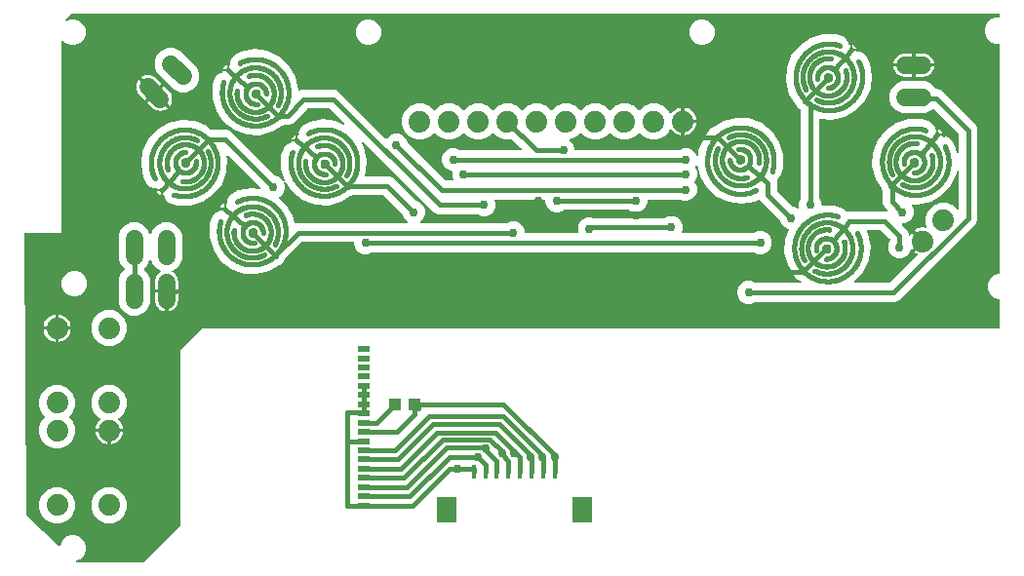
<source format=gbr>
G04 EAGLE Gerber RS-274X export*
G75*
%MOMM*%
%FSLAX34Y34*%
%LPD*%
%INTop Copper*%
%IPPOS*%
%AMOC8*
5,1,8,0,0,1.08239X$1,22.5*%
G01*
%ADD10C,1.879600*%
%ADD11C,1.524000*%
%ADD12C,0.406400*%
%ADD13C,0.406400*%
%ADD14R,1.016000X0.508000*%
%ADD15R,0.300000X1.300000*%
%ADD16R,1.800000X2.200000*%
%ADD17R,1.100000X1.000000*%
%ADD18C,0.756400*%
%ADD19C,0.254000*%

G36*
X111850Y42434D02*
X111850Y42434D01*
X111941Y42441D01*
X111971Y42453D01*
X112003Y42459D01*
X112083Y42501D01*
X112167Y42537D01*
X112199Y42563D01*
X112220Y42574D01*
X112242Y42597D01*
X112298Y42642D01*
X144048Y74392D01*
X144101Y74466D01*
X144161Y74535D01*
X144173Y74565D01*
X144192Y74591D01*
X144219Y74678D01*
X144253Y74763D01*
X144257Y74804D01*
X144264Y74827D01*
X144263Y74859D01*
X144271Y74930D01*
X144271Y227015D01*
X162875Y245619D01*
X854710Y245619D01*
X854730Y245622D01*
X854749Y245620D01*
X854851Y245642D01*
X854953Y245659D01*
X854970Y245668D01*
X854990Y245672D01*
X855079Y245725D01*
X855170Y245774D01*
X855184Y245788D01*
X855201Y245798D01*
X855268Y245877D01*
X855340Y245952D01*
X855348Y245970D01*
X855361Y245985D01*
X855400Y246081D01*
X855443Y246175D01*
X855445Y246195D01*
X855453Y246213D01*
X855471Y246380D01*
X855471Y270082D01*
X855468Y270102D01*
X855470Y270121D01*
X855448Y270223D01*
X855432Y270325D01*
X855422Y270342D01*
X855418Y270362D01*
X855365Y270451D01*
X855316Y270542D01*
X855302Y270556D01*
X855292Y270573D01*
X855213Y270640D01*
X855138Y270712D01*
X855120Y270720D01*
X855105Y270733D01*
X855009Y270772D01*
X854915Y270815D01*
X854895Y270817D01*
X854877Y270825D01*
X854710Y270843D01*
X853773Y270843D01*
X849694Y272533D01*
X846573Y275654D01*
X844883Y279733D01*
X844883Y284147D01*
X846573Y288226D01*
X849694Y291347D01*
X853773Y293037D01*
X854710Y293037D01*
X854730Y293040D01*
X854749Y293038D01*
X854851Y293060D01*
X854953Y293076D01*
X854970Y293086D01*
X854990Y293090D01*
X855079Y293143D01*
X855170Y293192D01*
X855184Y293206D01*
X855201Y293216D01*
X855268Y293295D01*
X855340Y293370D01*
X855348Y293388D01*
X855361Y293403D01*
X855400Y293499D01*
X855443Y293593D01*
X855445Y293613D01*
X855453Y293631D01*
X855471Y293798D01*
X855471Y492332D01*
X855469Y492346D01*
X855470Y492357D01*
X855469Y492362D01*
X855470Y492371D01*
X855448Y492472D01*
X855432Y492575D01*
X855422Y492592D01*
X855418Y492612D01*
X855365Y492701D01*
X855316Y492792D01*
X855302Y492806D01*
X855292Y492823D01*
X855213Y492890D01*
X855138Y492962D01*
X855120Y492970D01*
X855105Y492983D01*
X855009Y493022D01*
X854915Y493065D01*
X854895Y493067D01*
X854877Y493075D01*
X854710Y493093D01*
X851233Y493093D01*
X847154Y494783D01*
X844033Y497904D01*
X842343Y501983D01*
X842343Y506397D01*
X844033Y510476D01*
X847154Y513597D01*
X851233Y515287D01*
X854710Y515287D01*
X854730Y515290D01*
X854749Y515288D01*
X854851Y515310D01*
X854953Y515326D01*
X854970Y515336D01*
X854990Y515340D01*
X855079Y515393D01*
X855170Y515442D01*
X855184Y515456D01*
X855201Y515466D01*
X855268Y515545D01*
X855340Y515620D01*
X855348Y515638D01*
X855361Y515653D01*
X855400Y515749D01*
X855443Y515843D01*
X855445Y515863D01*
X855453Y515881D01*
X855471Y516048D01*
X855471Y518162D01*
X855468Y518182D01*
X855470Y518201D01*
X855448Y518303D01*
X855432Y518405D01*
X855422Y518422D01*
X855418Y518442D01*
X855365Y518531D01*
X855316Y518622D01*
X855302Y518636D01*
X855292Y518653D01*
X855213Y518720D01*
X855138Y518792D01*
X855120Y518800D01*
X855105Y518813D01*
X855009Y518852D01*
X854915Y518895D01*
X854895Y518897D01*
X854877Y518905D01*
X854710Y518923D01*
X49689Y518923D01*
X49593Y518908D01*
X49496Y518899D01*
X49472Y518888D01*
X49446Y518884D01*
X49360Y518838D01*
X49271Y518799D01*
X49246Y518778D01*
X49228Y518768D01*
X49206Y518745D01*
X49142Y518692D01*
X44499Y513901D01*
X44447Y513826D01*
X44389Y513756D01*
X44377Y513726D01*
X44359Y513699D01*
X44333Y513611D01*
X44300Y513526D01*
X44299Y513494D01*
X44290Y513463D01*
X44294Y513372D01*
X44290Y513280D01*
X44299Y513249D01*
X44300Y513217D01*
X44333Y513132D01*
X44359Y513044D01*
X44377Y513018D01*
X44388Y512988D01*
X44447Y512917D01*
X44499Y512842D01*
X44525Y512823D01*
X44545Y512798D01*
X44623Y512750D01*
X44696Y512695D01*
X44727Y512685D01*
X44754Y512668D01*
X44843Y512647D01*
X44930Y512619D01*
X44962Y512619D01*
X44993Y512612D01*
X45084Y512621D01*
X45176Y512621D01*
X45215Y512633D01*
X45238Y512635D01*
X45268Y512648D01*
X45337Y512668D01*
X48593Y514017D01*
X53007Y514017D01*
X57086Y512327D01*
X60207Y509206D01*
X61897Y505127D01*
X61897Y500713D01*
X60207Y496634D01*
X57086Y493513D01*
X53007Y491823D01*
X48593Y491823D01*
X44514Y493513D01*
X42448Y495579D01*
X42390Y495620D01*
X42338Y495670D01*
X42291Y495692D01*
X42249Y495722D01*
X42180Y495743D01*
X42115Y495773D01*
X42063Y495779D01*
X42013Y495794D01*
X41942Y495793D01*
X41871Y495801D01*
X41820Y495789D01*
X41768Y495788D01*
X41700Y495763D01*
X41630Y495748D01*
X41586Y495722D01*
X41537Y495704D01*
X41481Y495659D01*
X41419Y495622D01*
X41385Y495583D01*
X41345Y495550D01*
X41306Y495490D01*
X41259Y495435D01*
X41240Y495387D01*
X41212Y495343D01*
X41194Y495274D01*
X41167Y495207D01*
X41159Y495136D01*
X41151Y495105D01*
X41153Y495081D01*
X41149Y495040D01*
X41149Y328421D01*
X9488Y328421D01*
X9465Y328418D01*
X9443Y328420D01*
X9344Y328398D01*
X9245Y328382D01*
X9225Y328371D01*
X9203Y328366D01*
X9117Y328314D01*
X9027Y328266D01*
X9012Y328250D01*
X8993Y328238D01*
X8928Y328161D01*
X8858Y328088D01*
X8849Y328068D01*
X8834Y328050D01*
X8797Y327957D01*
X8754Y327865D01*
X8752Y327843D01*
X8744Y327822D01*
X8726Y327655D01*
X10410Y83161D01*
X10427Y83061D01*
X10439Y82959D01*
X10448Y82940D01*
X10452Y82918D01*
X10500Y82829D01*
X10543Y82736D01*
X10560Y82716D01*
X10568Y82702D01*
X10592Y82679D01*
X10653Y82609D01*
X38519Y56643D01*
X38546Y56625D01*
X38568Y56601D01*
X38648Y56557D01*
X38723Y56506D01*
X38755Y56498D01*
X38783Y56482D01*
X38873Y56466D01*
X38961Y56442D01*
X38993Y56444D01*
X39025Y56439D01*
X39116Y56452D01*
X39206Y56457D01*
X39237Y56470D01*
X39269Y56474D01*
X39350Y56516D01*
X39434Y56550D01*
X39459Y56571D01*
X39488Y56586D01*
X39552Y56651D01*
X39621Y56710D01*
X39637Y56738D01*
X39660Y56762D01*
X39741Y56908D01*
X41393Y60896D01*
X44514Y64017D01*
X48593Y65707D01*
X53007Y65707D01*
X57086Y64017D01*
X60207Y60896D01*
X61897Y56817D01*
X61897Y52403D01*
X60207Y48324D01*
X57086Y45203D01*
X53901Y43883D01*
X53818Y43832D01*
X53732Y43786D01*
X53714Y43768D01*
X53692Y43754D01*
X53629Y43678D01*
X53562Y43608D01*
X53551Y43584D01*
X53535Y43564D01*
X53500Y43473D01*
X53459Y43385D01*
X53456Y43359D01*
X53447Y43335D01*
X53442Y43237D01*
X53432Y43141D01*
X53437Y43115D01*
X53436Y43089D01*
X53463Y42995D01*
X53484Y42900D01*
X53497Y42878D01*
X53505Y42853D01*
X53560Y42773D01*
X53610Y42689D01*
X53630Y42672D01*
X53645Y42651D01*
X53723Y42592D01*
X53797Y42529D01*
X53821Y42519D01*
X53842Y42504D01*
X53935Y42474D01*
X54025Y42437D01*
X54058Y42434D01*
X54076Y42428D01*
X54109Y42428D01*
X54192Y42419D01*
X111760Y42419D01*
X111850Y42434D01*
G37*
%LPC*%
G36*
X635575Y266981D02*
X635575Y266981D01*
X631944Y268485D01*
X629165Y271264D01*
X627661Y274895D01*
X627661Y278825D01*
X629165Y282456D01*
X631944Y285235D01*
X635575Y286739D01*
X639505Y286739D01*
X643136Y285235D01*
X643159Y285212D01*
X643233Y285159D01*
X643302Y285099D01*
X643333Y285087D01*
X643359Y285068D01*
X643446Y285041D01*
X643531Y285007D01*
X643571Y285003D01*
X643594Y284996D01*
X643626Y284997D01*
X643697Y284989D01*
X682526Y284989D01*
X682627Y285005D01*
X682730Y285017D01*
X682748Y285025D01*
X682768Y285028D01*
X682860Y285077D01*
X682953Y285120D01*
X682968Y285134D01*
X682986Y285144D01*
X683057Y285218D01*
X683132Y285289D01*
X683141Y285307D01*
X683155Y285322D01*
X683199Y285416D01*
X683247Y285506D01*
X683250Y285526D01*
X683259Y285545D01*
X683270Y285647D01*
X683287Y285749D01*
X683284Y285769D01*
X683286Y285789D01*
X683264Y285890D01*
X683248Y285992D01*
X683238Y286010D01*
X683234Y286030D01*
X683181Y286118D01*
X683133Y286209D01*
X683116Y286228D01*
X683108Y286241D01*
X683083Y286262D01*
X683017Y286331D01*
X682791Y286523D01*
X682762Y286540D01*
X682738Y286564D01*
X682591Y286645D01*
X679925Y287749D01*
X677639Y290035D01*
X676624Y292485D01*
X676607Y292512D01*
X676565Y292599D01*
X671558Y300549D01*
X668665Y311618D01*
X669247Y323044D01*
X672229Y331029D01*
X672230Y331036D01*
X672233Y331041D01*
X672254Y331157D01*
X672276Y331271D01*
X672275Y331277D01*
X672277Y331283D01*
X672260Y331399D01*
X672245Y331515D01*
X672242Y331520D01*
X672241Y331527D01*
X672188Y331631D01*
X672137Y331736D01*
X672132Y331740D01*
X672129Y331746D01*
X672046Y331828D01*
X671964Y331911D01*
X671958Y331914D01*
X671954Y331918D01*
X671807Y331999D01*
X668774Y333255D01*
X665995Y336034D01*
X664491Y339665D01*
X664491Y339698D01*
X664477Y339788D01*
X664469Y339879D01*
X664457Y339908D01*
X664452Y339940D01*
X664409Y340021D01*
X664373Y340105D01*
X664347Y340137D01*
X664336Y340158D01*
X664313Y340180D01*
X664268Y340236D01*
X647159Y357345D01*
X647156Y357352D01*
X647127Y357399D01*
X647107Y357451D01*
X647062Y357503D01*
X647026Y357562D01*
X646984Y357597D01*
X646948Y357639D01*
X646890Y357675D01*
X646837Y357718D01*
X646785Y357738D01*
X646738Y357767D01*
X646671Y357782D01*
X646607Y357807D01*
X646552Y357809D01*
X646498Y357821D01*
X646430Y357814D01*
X646361Y357817D01*
X646309Y357802D01*
X646254Y357796D01*
X646154Y357757D01*
X646125Y357749D01*
X646115Y357742D01*
X646098Y357735D01*
X642621Y355902D01*
X631362Y353868D01*
X620015Y355326D01*
X609635Y360139D01*
X601192Y367860D01*
X595472Y377767D01*
X593289Y387663D01*
X593283Y387677D01*
X593282Y387692D01*
X593238Y387791D01*
X593197Y387892D01*
X593188Y387903D01*
X593182Y387917D01*
X593108Y387997D01*
X593038Y388079D01*
X593025Y388087D01*
X593015Y388098D01*
X592920Y388150D01*
X592828Y388206D01*
X592813Y388209D01*
X592800Y388217D01*
X592693Y388236D01*
X592587Y388259D01*
X592573Y388258D01*
X592558Y388260D01*
X592450Y388245D01*
X592343Y388233D01*
X592329Y388227D01*
X592314Y388225D01*
X592218Y388176D01*
X592119Y388130D01*
X592108Y388120D01*
X592095Y388113D01*
X592019Y388036D01*
X591940Y387962D01*
X591933Y387948D01*
X591923Y387938D01*
X591842Y387791D01*
X591446Y386834D01*
X591230Y386618D01*
X591218Y386602D01*
X591203Y386590D01*
X591147Y386502D01*
X591086Y386419D01*
X591080Y386400D01*
X591070Y386383D01*
X591044Y386282D01*
X591014Y386184D01*
X591015Y386164D01*
X591010Y386144D01*
X591018Y386041D01*
X591020Y385938D01*
X591027Y385919D01*
X591029Y385899D01*
X591069Y385804D01*
X591105Y385707D01*
X591117Y385691D01*
X591125Y385673D01*
X591230Y385542D01*
X591446Y385326D01*
X592950Y381695D01*
X592950Y377765D01*
X591446Y374134D01*
X590595Y373283D01*
X590583Y373267D01*
X590568Y373255D01*
X590512Y373168D01*
X590451Y373084D01*
X590445Y373065D01*
X590435Y373048D01*
X590409Y372947D01*
X590379Y372848D01*
X590380Y372829D01*
X590375Y372809D01*
X590383Y372706D01*
X590385Y372603D01*
X590392Y372584D01*
X590394Y372564D01*
X590434Y372469D01*
X590470Y372372D01*
X590482Y372356D01*
X590490Y372338D01*
X590595Y372207D01*
X591022Y371779D01*
X592526Y368148D01*
X592526Y364218D01*
X591022Y360588D01*
X588243Y357809D01*
X584613Y356305D01*
X580683Y356305D01*
X577620Y357573D01*
X577556Y357588D01*
X577495Y357613D01*
X577412Y357622D01*
X577380Y357629D01*
X577361Y357628D01*
X577329Y357631D01*
X550108Y357631D01*
X550088Y357628D01*
X550068Y357630D01*
X549967Y357608D01*
X549865Y357592D01*
X549847Y357582D01*
X549828Y357578D01*
X549739Y357525D01*
X549648Y357476D01*
X549634Y357462D01*
X549617Y357452D01*
X549550Y357373D01*
X549478Y357298D01*
X549470Y357280D01*
X549457Y357265D01*
X549418Y357169D01*
X549375Y357075D01*
X549372Y357055D01*
X549365Y357037D01*
X549347Y356870D01*
X549347Y354623D01*
X547843Y350992D01*
X545064Y348213D01*
X541433Y346709D01*
X537503Y346709D01*
X533872Y348213D01*
X533849Y348236D01*
X533775Y348289D01*
X533705Y348349D01*
X533675Y348361D01*
X533649Y348380D01*
X533562Y348406D01*
X533477Y348441D01*
X533436Y348445D01*
X533414Y348452D01*
X533382Y348451D01*
X533311Y348459D01*
X477186Y348459D01*
X477096Y348444D01*
X477005Y348437D01*
X476975Y348425D01*
X476943Y348419D01*
X476863Y348377D01*
X476779Y348341D01*
X476747Y348315D01*
X476726Y348304D01*
X476710Y348287D01*
X476708Y348286D01*
X476700Y348278D01*
X476648Y348236D01*
X476646Y348234D01*
X473015Y346730D01*
X469085Y346730D01*
X465454Y348234D01*
X462675Y351013D01*
X461171Y354644D01*
X461171Y356870D01*
X461168Y356890D01*
X461170Y356909D01*
X461148Y357011D01*
X461132Y357113D01*
X461122Y357130D01*
X461118Y357150D01*
X461065Y357239D01*
X461016Y357330D01*
X461002Y357344D01*
X460992Y357361D01*
X460913Y357428D01*
X460838Y357500D01*
X460820Y357508D01*
X460805Y357521D01*
X460709Y357560D01*
X460615Y357603D01*
X460595Y357605D01*
X460577Y357613D01*
X460410Y357631D01*
X417492Y357631D01*
X417446Y357624D01*
X417400Y357626D01*
X417326Y357604D01*
X417249Y357592D01*
X417208Y357570D01*
X417164Y357557D01*
X417100Y357513D01*
X417031Y357476D01*
X417000Y357443D01*
X416962Y357417D01*
X416916Y357354D01*
X416862Y357298D01*
X416843Y357256D01*
X416815Y357220D01*
X416791Y357146D01*
X416758Y357075D01*
X416753Y357029D01*
X416739Y356986D01*
X416740Y356908D01*
X416731Y356831D01*
X416741Y356786D01*
X416742Y356740D01*
X416780Y356608D01*
X416784Y356590D01*
X416786Y356586D01*
X416788Y356579D01*
X417549Y354743D01*
X417549Y350813D01*
X416045Y347182D01*
X413266Y344403D01*
X409635Y342899D01*
X405705Y342899D01*
X402074Y344403D01*
X402051Y344426D01*
X401977Y344479D01*
X401908Y344539D01*
X401877Y344551D01*
X401851Y344570D01*
X401764Y344596D01*
X401679Y344631D01*
X401639Y344635D01*
X401616Y344642D01*
X401584Y344641D01*
X401513Y344649D01*
X367388Y344649D01*
X364401Y345887D01*
X303246Y407042D01*
X303226Y407056D01*
X303211Y407074D01*
X303127Y407127D01*
X303046Y407185D01*
X303023Y407192D01*
X303003Y407205D01*
X302906Y407228D01*
X302811Y407257D01*
X302787Y407257D01*
X302764Y407262D01*
X302665Y407254D01*
X302565Y407251D01*
X302543Y407243D01*
X302519Y407241D01*
X302428Y407201D01*
X302334Y407167D01*
X302315Y407152D01*
X302293Y407142D01*
X302220Y407075D01*
X302142Y407013D01*
X302129Y406993D01*
X302111Y406976D01*
X302063Y406890D01*
X302009Y406806D01*
X302003Y406783D01*
X301992Y406762D01*
X301973Y406664D01*
X301949Y406567D01*
X301951Y406543D01*
X301947Y406520D01*
X301960Y406421D01*
X301968Y406322D01*
X301978Y406300D01*
X301981Y406276D01*
X302048Y406123D01*
X303688Y403283D01*
X306153Y392110D01*
X305133Y380715D01*
X304313Y378753D01*
X304302Y378708D01*
X304282Y378665D01*
X304274Y378589D01*
X304256Y378514D01*
X304260Y378467D01*
X304255Y378421D01*
X304271Y378346D01*
X304278Y378269D01*
X304297Y378226D01*
X304307Y378180D01*
X304347Y378114D01*
X304377Y378044D01*
X304409Y378009D01*
X304433Y377969D01*
X304492Y377919D01*
X304543Y377863D01*
X304584Y377840D01*
X304620Y377809D01*
X304692Y377780D01*
X304758Y377743D01*
X304805Y377735D01*
X304848Y377717D01*
X304980Y377703D01*
X305000Y377699D01*
X305006Y377700D01*
X305015Y377699D01*
X325467Y377699D01*
X328455Y376461D01*
X348104Y356812D01*
X348178Y356759D01*
X348247Y356699D01*
X348278Y356687D01*
X348304Y356668D01*
X348391Y356641D01*
X348476Y356607D01*
X348517Y356603D01*
X348539Y356596D01*
X348571Y356597D01*
X348642Y356589D01*
X348675Y356589D01*
X352306Y355085D01*
X355085Y352306D01*
X356589Y348675D01*
X356589Y344745D01*
X355085Y341114D01*
X352329Y338358D01*
X352287Y338300D01*
X352238Y338248D01*
X352216Y338201D01*
X352185Y338159D01*
X352164Y338090D01*
X352134Y338025D01*
X352128Y337973D01*
X352113Y337923D01*
X352115Y337852D01*
X352107Y337781D01*
X352118Y337730D01*
X352119Y337678D01*
X352144Y337610D01*
X352159Y337540D01*
X352186Y337495D01*
X352204Y337447D01*
X352249Y337391D01*
X352285Y337329D01*
X352325Y337295D01*
X352358Y337255D01*
X352418Y337216D01*
X352472Y337169D01*
X352521Y337150D01*
X352564Y337122D01*
X352634Y337104D01*
X352700Y337077D01*
X352772Y337069D01*
X352803Y337061D01*
X352826Y337063D01*
X352867Y337059D01*
X426913Y337059D01*
X427003Y337073D01*
X427094Y337081D01*
X427124Y337093D01*
X427156Y337098D01*
X427236Y337141D01*
X427320Y337177D01*
X427352Y337203D01*
X427373Y337214D01*
X427395Y337237D01*
X427451Y337282D01*
X427474Y337305D01*
X431105Y338809D01*
X435035Y338809D01*
X438666Y337305D01*
X441445Y334526D01*
X442949Y330895D01*
X442949Y328930D01*
X442952Y328910D01*
X442950Y328891D01*
X442972Y328789D01*
X442988Y328687D01*
X442998Y328670D01*
X443002Y328650D01*
X443055Y328561D01*
X443104Y328470D01*
X443118Y328456D01*
X443128Y328439D01*
X443207Y328372D01*
X443282Y328300D01*
X443300Y328292D01*
X443315Y328279D01*
X443411Y328240D01*
X443505Y328197D01*
X443525Y328195D01*
X443543Y328187D01*
X443710Y328169D01*
X488879Y328169D01*
X488925Y328176D01*
X488970Y328174D01*
X489045Y328196D01*
X489122Y328208D01*
X489163Y328230D01*
X489207Y328243D01*
X489271Y328287D01*
X489339Y328324D01*
X489371Y328357D01*
X489409Y328383D01*
X489455Y328445D01*
X489509Y328502D01*
X489528Y328544D01*
X489555Y328580D01*
X489580Y328654D01*
X489612Y328725D01*
X489617Y328771D01*
X489632Y328814D01*
X489631Y328892D01*
X489639Y328969D01*
X489630Y329014D01*
X489629Y329060D01*
X489591Y329192D01*
X489587Y329210D01*
X489585Y329214D01*
X489583Y329221D01*
X489231Y330069D01*
X489231Y333999D01*
X490735Y337630D01*
X493514Y340409D01*
X497145Y341913D01*
X501075Y341913D01*
X502094Y341491D01*
X502158Y341476D01*
X502219Y341452D01*
X502301Y341442D01*
X502333Y341435D01*
X502353Y341437D01*
X502385Y341433D01*
X564073Y341433D01*
X564163Y341448D01*
X564254Y341455D01*
X564284Y341468D01*
X564316Y341473D01*
X564396Y341516D01*
X564480Y341551D01*
X564512Y341577D01*
X564533Y341588D01*
X564555Y341611D01*
X564611Y341656D01*
X564634Y341679D01*
X568265Y343183D01*
X572195Y343183D01*
X575826Y341679D01*
X578605Y338900D01*
X580109Y335269D01*
X580109Y331339D01*
X579231Y329221D01*
X579221Y329177D01*
X579202Y329135D01*
X579193Y329058D01*
X579175Y328982D01*
X579180Y328936D01*
X579174Y328891D01*
X579191Y328814D01*
X579198Y328737D01*
X579217Y328695D01*
X579227Y328650D01*
X579267Y328583D01*
X579298Y328512D01*
X579329Y328478D01*
X579353Y328439D01*
X579412Y328388D01*
X579465Y328331D01*
X579505Y328309D01*
X579540Y328279D01*
X579612Y328250D01*
X579680Y328213D01*
X579725Y328204D01*
X579768Y328187D01*
X579904Y328172D01*
X579922Y328169D01*
X579927Y328170D01*
X579935Y328169D01*
X641543Y328169D01*
X641633Y328183D01*
X641724Y328191D01*
X641754Y328203D01*
X641786Y328208D01*
X641866Y328251D01*
X641950Y328287D01*
X641982Y328313D01*
X642003Y328324D01*
X642025Y328347D01*
X642081Y328392D01*
X642104Y328415D01*
X645735Y329919D01*
X649665Y329919D01*
X653296Y328415D01*
X656075Y325636D01*
X657579Y322005D01*
X657579Y318075D01*
X656075Y314444D01*
X653296Y311665D01*
X649665Y310161D01*
X645735Y310161D01*
X642104Y311665D01*
X642081Y311688D01*
X642007Y311741D01*
X641938Y311801D01*
X641907Y311813D01*
X641881Y311832D01*
X641794Y311859D01*
X641709Y311893D01*
X641669Y311897D01*
X641646Y311904D01*
X641614Y311903D01*
X641543Y311911D01*
X310957Y311911D01*
X310867Y311897D01*
X310776Y311889D01*
X310746Y311877D01*
X310714Y311872D01*
X310634Y311829D01*
X310550Y311793D01*
X310518Y311767D01*
X310497Y311756D01*
X310488Y311747D01*
X310487Y311746D01*
X310473Y311731D01*
X310419Y311688D01*
X310396Y311665D01*
X306765Y310161D01*
X302835Y310161D01*
X299204Y311665D01*
X296425Y314444D01*
X294921Y318075D01*
X294921Y320040D01*
X294918Y320060D01*
X294920Y320079D01*
X294898Y320181D01*
X294882Y320283D01*
X294872Y320300D01*
X294868Y320320D01*
X294815Y320409D01*
X294766Y320500D01*
X294752Y320514D01*
X294742Y320531D01*
X294663Y320598D01*
X294588Y320670D01*
X294570Y320678D01*
X294555Y320691D01*
X294459Y320730D01*
X294365Y320773D01*
X294345Y320775D01*
X294327Y320783D01*
X294160Y320801D01*
X250062Y320801D01*
X249972Y320787D01*
X249881Y320779D01*
X249852Y320767D01*
X249820Y320762D01*
X249739Y320719D01*
X249655Y320683D01*
X249623Y320657D01*
X249602Y320646D01*
X249580Y320623D01*
X249524Y320578D01*
X235226Y306281D01*
X235188Y306227D01*
X235142Y306181D01*
X235102Y306107D01*
X235083Y306081D01*
X235077Y306062D01*
X235061Y306034D01*
X234221Y304005D01*
X231935Y301719D01*
X229485Y300704D01*
X229458Y300687D01*
X229371Y300645D01*
X221421Y295638D01*
X210352Y292745D01*
X198926Y293327D01*
X188208Y297329D01*
X179196Y304378D01*
X172732Y313817D01*
X169416Y324766D01*
X169558Y336206D01*
X171351Y341638D01*
X171858Y343174D01*
X173970Y345623D01*
X176858Y347077D01*
X177775Y347145D01*
X177863Y347166D01*
X177953Y347180D01*
X177982Y347195D01*
X178014Y347203D01*
X178091Y347251D01*
X178172Y347293D01*
X178195Y347316D01*
X178222Y347333D01*
X178280Y347404D01*
X178343Y347469D01*
X178357Y347499D01*
X178378Y347524D01*
X178410Y347609D01*
X178449Y347691D01*
X178453Y347724D01*
X178465Y347754D01*
X178468Y347845D01*
X178479Y347936D01*
X178473Y347976D01*
X178474Y348000D01*
X178465Y348031D01*
X178454Y348101D01*
X178418Y348235D01*
X182219Y348235D01*
X182250Y348240D01*
X182282Y348237D01*
X182371Y348260D01*
X182462Y348274D01*
X182490Y348289D01*
X182521Y348297D01*
X182598Y348347D01*
X182679Y348390D01*
X182701Y348413D01*
X182728Y348430D01*
X182840Y348555D01*
X183200Y349063D01*
X183204Y349070D01*
X183209Y349076D01*
X183219Y349098D01*
X183247Y349128D01*
X183755Y349844D01*
X183767Y349869D01*
X183785Y349890D01*
X183821Y349979D01*
X183863Y350065D01*
X183866Y350092D01*
X183877Y350118D01*
X183895Y350285D01*
X183895Y353712D01*
X184025Y353677D01*
X184056Y353674D01*
X184086Y353664D01*
X184178Y353662D01*
X184270Y353653D01*
X184300Y353660D01*
X184331Y353659D01*
X184420Y353687D01*
X184509Y353708D01*
X184536Y353724D01*
X184566Y353733D01*
X184641Y353788D01*
X184719Y353836D01*
X184739Y353860D01*
X184765Y353879D01*
X184818Y353954D01*
X184877Y354025D01*
X184888Y354054D01*
X184906Y354079D01*
X184933Y354168D01*
X184967Y354254D01*
X184968Y354285D01*
X184977Y354315D01*
X184980Y354483D01*
X184797Y356459D01*
X185753Y359549D01*
X187819Y362037D01*
X189249Y362791D01*
X194309Y365458D01*
X205568Y367492D01*
X212985Y366539D01*
X213104Y366543D01*
X213225Y366546D01*
X213228Y366547D01*
X213231Y366548D01*
X213341Y366589D01*
X213456Y366631D01*
X213458Y366633D01*
X213461Y366634D01*
X213553Y366708D01*
X213648Y366784D01*
X213650Y366787D01*
X213652Y366789D01*
X213716Y366890D01*
X213781Y366991D01*
X213782Y366995D01*
X213783Y366997D01*
X213812Y367114D01*
X213841Y367230D01*
X213841Y367233D01*
X213841Y367236D01*
X213831Y367357D01*
X213822Y367475D01*
X213821Y367478D01*
X213820Y367481D01*
X213772Y367592D01*
X213725Y367701D01*
X213723Y367704D01*
X213722Y367707D01*
X213714Y367716D01*
X213621Y367832D01*
X185540Y395913D01*
X185503Y395940D01*
X185472Y395974D01*
X185403Y396011D01*
X185340Y396057D01*
X185296Y396070D01*
X185256Y396092D01*
X185179Y396106D01*
X185105Y396129D01*
X185059Y396128D01*
X185014Y396136D01*
X184937Y396125D01*
X184859Y396123D01*
X184816Y396107D01*
X184771Y396101D01*
X184701Y396065D01*
X184628Y396039D01*
X184592Y396010D01*
X184552Y395989D01*
X184497Y395934D01*
X184436Y395885D01*
X184411Y395846D01*
X184379Y395814D01*
X184345Y395744D01*
X184303Y395678D01*
X184292Y395634D01*
X184272Y395593D01*
X184262Y395515D01*
X184243Y395439D01*
X184246Y395394D01*
X184241Y395349D01*
X184261Y395212D01*
X184262Y395194D01*
X184264Y395190D01*
X184265Y395183D01*
X184775Y393232D01*
X184193Y381806D01*
X180191Y371088D01*
X173142Y362076D01*
X163703Y355612D01*
X152754Y352296D01*
X141314Y352438D01*
X135882Y354231D01*
X134346Y354738D01*
X131897Y356850D01*
X130443Y359738D01*
X130375Y360655D01*
X130354Y360743D01*
X130340Y360833D01*
X130325Y360862D01*
X130317Y360894D01*
X130269Y360971D01*
X130227Y361052D01*
X130204Y361075D01*
X130187Y361102D01*
X130116Y361160D01*
X130051Y361223D01*
X130021Y361237D01*
X129996Y361258D01*
X129911Y361290D01*
X129829Y361329D01*
X129796Y361333D01*
X129766Y361345D01*
X129675Y361348D01*
X129584Y361359D01*
X129544Y361353D01*
X129520Y361354D01*
X129489Y361345D01*
X129419Y361334D01*
X129285Y361298D01*
X129285Y365099D01*
X129280Y365130D01*
X129283Y365162D01*
X129260Y365251D01*
X129246Y365342D01*
X129231Y365370D01*
X129223Y365401D01*
X129173Y365478D01*
X129130Y365559D01*
X129107Y365581D01*
X129090Y365608D01*
X128965Y365720D01*
X128457Y366080D01*
X128450Y366084D01*
X128444Y366089D01*
X128422Y366099D01*
X128392Y366127D01*
X127676Y366635D01*
X127651Y366647D01*
X127630Y366665D01*
X127541Y366701D01*
X127455Y366743D01*
X127428Y366746D01*
X127402Y366757D01*
X127235Y366775D01*
X123808Y366775D01*
X123843Y366905D01*
X123846Y366936D01*
X123856Y366966D01*
X123858Y367058D01*
X123867Y367150D01*
X123860Y367180D01*
X123861Y367211D01*
X123833Y367300D01*
X123812Y367389D01*
X123796Y367416D01*
X123787Y367446D01*
X123732Y367521D01*
X123684Y367599D01*
X123660Y367619D01*
X123641Y367645D01*
X123566Y367698D01*
X123495Y367757D01*
X123466Y367768D01*
X123441Y367786D01*
X123352Y367813D01*
X123266Y367847D01*
X123235Y367848D01*
X123205Y367857D01*
X123037Y367860D01*
X121061Y367677D01*
X117971Y368633D01*
X115483Y370699D01*
X114729Y372129D01*
X112062Y377189D01*
X110028Y388448D01*
X111486Y399795D01*
X116299Y410174D01*
X124020Y418618D01*
X133927Y424338D01*
X145100Y426803D01*
X156495Y425783D01*
X167051Y421372D01*
X170423Y418519D01*
X170474Y418488D01*
X170519Y418449D01*
X170579Y418425D01*
X170634Y418392D01*
X170692Y418380D01*
X170748Y418357D01*
X170842Y418347D01*
X170874Y418340D01*
X170889Y418341D01*
X170914Y418339D01*
X184356Y418339D01*
X187343Y417101D01*
X226043Y378402D01*
X226117Y378349D01*
X226186Y378289D01*
X226216Y378277D01*
X226243Y378258D01*
X226330Y378231D01*
X226414Y378197D01*
X226455Y378193D01*
X226478Y378186D01*
X226510Y378187D01*
X226581Y378179D01*
X226614Y378179D01*
X230245Y376675D01*
X233024Y373896D01*
X234528Y370265D01*
X234528Y366335D01*
X233024Y362704D01*
X230226Y359906D01*
X230183Y359889D01*
X230138Y359849D01*
X230086Y359816D01*
X230045Y359768D01*
X229998Y359726D01*
X229968Y359674D01*
X229929Y359627D01*
X229906Y359568D01*
X229875Y359514D01*
X229862Y359454D01*
X229841Y359397D01*
X229838Y359335D01*
X229825Y359273D01*
X229833Y359213D01*
X229830Y359152D01*
X229848Y359091D01*
X229855Y359029D01*
X229882Y358974D01*
X229899Y358915D01*
X229934Y358864D01*
X229962Y358807D01*
X230020Y358740D01*
X230039Y358713D01*
X230053Y358703D01*
X230072Y358681D01*
X235738Y353500D01*
X241458Y343593D01*
X242860Y337238D01*
X242892Y337158D01*
X242916Y337075D01*
X242937Y337044D01*
X242951Y337010D01*
X243007Y336944D01*
X243056Y336873D01*
X243086Y336851D01*
X243110Y336822D01*
X243184Y336778D01*
X243254Y336726D01*
X243289Y336715D01*
X243321Y336695D01*
X243405Y336677D01*
X243488Y336650D01*
X243525Y336650D01*
X243561Y336642D01*
X243647Y336651D01*
X243734Y336652D01*
X243780Y336666D01*
X243806Y336668D01*
X243834Y336681D01*
X243895Y336699D01*
X244763Y337059D01*
X340553Y337059D01*
X340624Y337070D01*
X340695Y337072D01*
X340744Y337090D01*
X340796Y337098D01*
X340859Y337132D01*
X340926Y337157D01*
X340967Y337189D01*
X341013Y337214D01*
X341062Y337266D01*
X341118Y337310D01*
X341146Y337354D01*
X341182Y337392D01*
X341213Y337457D01*
X341251Y337517D01*
X341264Y337568D01*
X341286Y337615D01*
X341294Y337686D01*
X341311Y337756D01*
X341307Y337808D01*
X341313Y337859D01*
X341298Y337930D01*
X341292Y338001D01*
X341272Y338049D01*
X341261Y338100D01*
X341224Y338161D01*
X341196Y338227D01*
X341151Y338283D01*
X341135Y338311D01*
X341117Y338326D01*
X341091Y338358D01*
X338335Y341114D01*
X336831Y344745D01*
X336831Y344778D01*
X336817Y344868D01*
X336809Y344959D01*
X336797Y344988D01*
X336792Y345020D01*
X336749Y345101D01*
X336713Y345185D01*
X336687Y345217D01*
X336676Y345238D01*
X336653Y345260D01*
X336608Y345316D01*
X320706Y361218D01*
X320632Y361271D01*
X320563Y361331D01*
X320532Y361343D01*
X320506Y361362D01*
X320419Y361389D01*
X320334Y361423D01*
X320293Y361427D01*
X320271Y361434D01*
X320239Y361433D01*
X320168Y361441D01*
X294394Y361441D01*
X294330Y361431D01*
X294264Y361430D01*
X294184Y361407D01*
X294152Y361402D01*
X294134Y361392D01*
X294103Y361383D01*
X291715Y360394D01*
X291688Y360377D01*
X291601Y360335D01*
X283651Y355328D01*
X272582Y352435D01*
X261156Y353017D01*
X250438Y357019D01*
X241427Y364068D01*
X234962Y373507D01*
X231646Y384456D01*
X231788Y395896D01*
X233581Y401328D01*
X234088Y402864D01*
X236200Y405313D01*
X239088Y406767D01*
X240005Y406835D01*
X240093Y406856D01*
X240183Y406870D01*
X240212Y406885D01*
X240244Y406893D01*
X240321Y406941D01*
X240402Y406983D01*
X240425Y407006D01*
X240452Y407023D01*
X240510Y407094D01*
X240573Y407159D01*
X240587Y407189D01*
X240608Y407214D01*
X240640Y407299D01*
X240679Y407381D01*
X240683Y407414D01*
X240695Y407444D01*
X240698Y407535D01*
X240709Y407626D01*
X240703Y407666D01*
X240704Y407690D01*
X240695Y407721D01*
X240684Y407791D01*
X240648Y407925D01*
X244449Y407925D01*
X244480Y407930D01*
X244512Y407927D01*
X244601Y407950D01*
X244692Y407964D01*
X244720Y407979D01*
X244751Y407987D01*
X244828Y408037D01*
X244909Y408080D01*
X244931Y408103D01*
X244958Y408120D01*
X245070Y408245D01*
X245430Y408753D01*
X245434Y408760D01*
X245439Y408766D01*
X245449Y408788D01*
X245477Y408818D01*
X245985Y409534D01*
X245997Y409559D01*
X246015Y409580D01*
X246051Y409669D01*
X246093Y409755D01*
X246096Y409782D01*
X246107Y409808D01*
X246125Y409975D01*
X246125Y413402D01*
X246255Y413367D01*
X246286Y413364D01*
X246316Y413354D01*
X246408Y413352D01*
X246500Y413343D01*
X246530Y413350D01*
X246561Y413349D01*
X246650Y413377D01*
X246739Y413398D01*
X246766Y413414D01*
X246796Y413423D01*
X246871Y413478D01*
X246949Y413526D01*
X246969Y413550D01*
X246995Y413569D01*
X247048Y413644D01*
X247107Y413715D01*
X247118Y413744D01*
X247136Y413769D01*
X247163Y413858D01*
X247197Y413944D01*
X247198Y413975D01*
X247207Y414005D01*
X247210Y414173D01*
X247027Y416149D01*
X247983Y419239D01*
X250049Y421727D01*
X251479Y422481D01*
X256539Y425148D01*
X267798Y427182D01*
X279145Y425724D01*
X285356Y422844D01*
X285465Y422813D01*
X285573Y422780D01*
X285583Y422781D01*
X285593Y422778D01*
X285706Y422784D01*
X285819Y422787D01*
X285828Y422790D01*
X285839Y422791D01*
X285944Y422832D01*
X286050Y422871D01*
X286058Y422877D01*
X286067Y422881D01*
X286154Y422954D01*
X286242Y423025D01*
X286247Y423033D01*
X286255Y423040D01*
X286314Y423136D01*
X286375Y423232D01*
X286377Y423242D01*
X286383Y423250D01*
X286407Y423361D01*
X286435Y423470D01*
X286434Y423480D01*
X286436Y423490D01*
X286425Y423603D01*
X286416Y423715D01*
X286412Y423725D01*
X286411Y423735D01*
X286363Y423838D01*
X286319Y423942D01*
X286312Y423951D01*
X286308Y423959D01*
X286291Y423977D01*
X286215Y424073D01*
X273998Y436290D01*
X273924Y436343D01*
X273854Y436402D01*
X273824Y436414D01*
X273798Y436433D01*
X273711Y436460D01*
X273626Y436494D01*
X273585Y436499D01*
X273563Y436505D01*
X273531Y436505D01*
X273460Y436512D01*
X254719Y436512D01*
X254629Y436498D01*
X254538Y436491D01*
X254508Y436478D01*
X254476Y436473D01*
X254396Y436430D01*
X254312Y436394D01*
X254280Y436369D01*
X254259Y436358D01*
X254237Y436334D01*
X254181Y436290D01*
X241530Y423639D01*
X238542Y422401D01*
X234704Y422401D01*
X234640Y422391D01*
X234574Y422390D01*
X234494Y422367D01*
X234462Y422362D01*
X234444Y422352D01*
X234413Y422343D01*
X232025Y421354D01*
X231998Y421337D01*
X231911Y421295D01*
X223961Y416288D01*
X212892Y413395D01*
X201466Y413977D01*
X190748Y417979D01*
X181736Y425028D01*
X175272Y434467D01*
X171956Y445416D01*
X172098Y456856D01*
X173891Y462288D01*
X174398Y463824D01*
X176510Y466273D01*
X179398Y467727D01*
X180315Y467795D01*
X180403Y467816D01*
X180493Y467830D01*
X180522Y467845D01*
X180554Y467853D01*
X180631Y467901D01*
X180712Y467943D01*
X180735Y467966D01*
X180762Y467983D01*
X180820Y468054D01*
X180883Y468119D01*
X180897Y468149D01*
X180918Y468174D01*
X180950Y468259D01*
X180989Y468341D01*
X180993Y468374D01*
X181005Y468404D01*
X181008Y468495D01*
X181019Y468586D01*
X181013Y468626D01*
X181014Y468650D01*
X181005Y468681D01*
X180994Y468751D01*
X180958Y468885D01*
X184759Y468885D01*
X184791Y468890D01*
X184822Y468887D01*
X184911Y468910D01*
X185002Y468924D01*
X185030Y468939D01*
X185061Y468947D01*
X185138Y468997D01*
X185219Y469040D01*
X185241Y469063D01*
X185268Y469080D01*
X185380Y469205D01*
X185740Y469713D01*
X185744Y469720D01*
X185749Y469726D01*
X185759Y469748D01*
X185787Y469778D01*
X186295Y470494D01*
X186307Y470519D01*
X186325Y470540D01*
X186361Y470629D01*
X186403Y470715D01*
X186406Y470742D01*
X186417Y470768D01*
X186435Y470935D01*
X186435Y474362D01*
X186565Y474327D01*
X186596Y474324D01*
X186626Y474314D01*
X186718Y474312D01*
X186810Y474303D01*
X186840Y474310D01*
X186871Y474309D01*
X186960Y474337D01*
X187049Y474358D01*
X187076Y474374D01*
X187106Y474383D01*
X187181Y474438D01*
X187259Y474486D01*
X187279Y474510D01*
X187305Y474529D01*
X187358Y474604D01*
X187417Y474675D01*
X187428Y474704D01*
X187446Y474729D01*
X187473Y474818D01*
X187507Y474904D01*
X187508Y474935D01*
X187517Y474965D01*
X187520Y475133D01*
X187337Y477109D01*
X188293Y480199D01*
X190359Y482687D01*
X191789Y483441D01*
X196849Y486108D01*
X208108Y488142D01*
X219455Y486684D01*
X229835Y481871D01*
X238278Y474150D01*
X243998Y464243D01*
X246463Y453070D01*
X246433Y452739D01*
X246439Y452659D01*
X246436Y452580D01*
X246448Y452537D01*
X246451Y452493D01*
X246482Y452420D01*
X246504Y452343D01*
X246529Y452307D01*
X246546Y452267D01*
X246599Y452207D01*
X246645Y452141D01*
X246680Y452115D01*
X246709Y452082D01*
X246778Y452042D01*
X246842Y451995D01*
X246884Y451981D01*
X246922Y451959D01*
X247000Y451943D01*
X247076Y451918D01*
X247120Y451919D01*
X247163Y451910D01*
X247242Y451920D01*
X247322Y451921D01*
X247378Y451937D01*
X247407Y451941D01*
X247432Y451953D01*
X247483Y451968D01*
X249420Y452770D01*
X278759Y452770D01*
X281747Y451532D01*
X322356Y410923D01*
X322373Y410911D01*
X322385Y410895D01*
X322472Y410839D01*
X322556Y410779D01*
X322575Y410773D01*
X322592Y410762D01*
X322692Y410737D01*
X322791Y410707D01*
X322811Y410707D01*
X322830Y410702D01*
X322933Y410710D01*
X323037Y410713D01*
X323056Y410720D01*
X323076Y410721D01*
X323170Y410762D01*
X323268Y410797D01*
X323284Y410810D01*
X323302Y410818D01*
X323433Y410923D01*
X326015Y413505D01*
X329646Y415009D01*
X333576Y415009D01*
X337207Y413505D01*
X339986Y410726D01*
X341490Y407095D01*
X341490Y407062D01*
X341496Y407023D01*
X341496Y407018D01*
X341501Y406992D01*
X341504Y406972D01*
X341512Y406881D01*
X341524Y406852D01*
X341529Y406820D01*
X341545Y406790D01*
X341548Y406778D01*
X341575Y406732D01*
X341608Y406655D01*
X341634Y406623D01*
X341645Y406602D01*
X341663Y406584D01*
X341674Y406567D01*
X341689Y406554D01*
X341713Y406524D01*
X374125Y374112D01*
X374199Y374059D01*
X374268Y373999D01*
X374299Y373987D01*
X374325Y373968D01*
X374412Y373941D01*
X374497Y373907D01*
X374538Y373903D01*
X374560Y373896D01*
X374592Y373897D01*
X374663Y373889D01*
X380478Y373889D01*
X380523Y373896D01*
X380569Y373894D01*
X380644Y373916D01*
X380720Y373928D01*
X380761Y373950D01*
X380805Y373963D01*
X380869Y374007D01*
X380938Y374044D01*
X380969Y374077D01*
X381007Y374103D01*
X381053Y374165D01*
X381107Y374222D01*
X381126Y374264D01*
X381154Y374300D01*
X381178Y374374D01*
X381211Y374445D01*
X381216Y374491D01*
X381230Y374534D01*
X381229Y374612D01*
X381238Y374689D01*
X381228Y374734D01*
X381228Y374780D01*
X381190Y374912D01*
X381186Y374930D01*
X381183Y374934D01*
X381181Y374941D01*
X380011Y377765D01*
X380011Y381790D01*
X380008Y381810D01*
X380010Y381829D01*
X379988Y381931D01*
X379972Y382033D01*
X379962Y382050D01*
X379958Y382070D01*
X379905Y382159D01*
X379856Y382250D01*
X379842Y382264D01*
X379832Y382281D01*
X379753Y382348D01*
X379678Y382420D01*
X379660Y382428D01*
X379645Y382441D01*
X379549Y382480D01*
X379455Y382523D01*
X379435Y382525D01*
X379417Y382533D01*
X379250Y382551D01*
X379035Y382551D01*
X375404Y384055D01*
X372625Y386834D01*
X371121Y390465D01*
X371121Y394395D01*
X372625Y398026D01*
X375404Y400805D01*
X379035Y402309D01*
X382965Y402309D01*
X386596Y400805D01*
X386619Y400782D01*
X386693Y400729D01*
X386762Y400669D01*
X386793Y400657D01*
X386819Y400638D01*
X386906Y400611D01*
X386991Y400577D01*
X387031Y400573D01*
X387054Y400566D01*
X387086Y400567D01*
X387157Y400559D01*
X439547Y400559D01*
X439618Y400570D01*
X439690Y400572D01*
X439739Y400590D01*
X439790Y400598D01*
X439854Y400632D01*
X439921Y400657D01*
X439962Y400689D01*
X440008Y400714D01*
X440057Y400766D01*
X440113Y400810D01*
X440141Y400854D01*
X440177Y400892D01*
X440207Y400957D01*
X440246Y401017D01*
X440259Y401068D01*
X440281Y401115D01*
X440288Y401186D01*
X440306Y401256D01*
X440302Y401308D01*
X440308Y401359D01*
X440292Y401430D01*
X440287Y401501D01*
X440267Y401549D01*
X440255Y401600D01*
X440219Y401661D01*
X440191Y401727D01*
X440146Y401783D01*
X440129Y401811D01*
X440111Y401826D01*
X440086Y401858D01*
X432080Y409864D01*
X431985Y409932D01*
X431891Y410002D01*
X431885Y410004D01*
X431880Y410008D01*
X431769Y410042D01*
X431657Y410078D01*
X431651Y410078D01*
X431645Y410080D01*
X431528Y410077D01*
X431411Y410076D01*
X431404Y410074D01*
X431399Y410074D01*
X431382Y410067D01*
X431250Y410029D01*
X431072Y409955D01*
X424908Y409955D01*
X419213Y412314D01*
X415828Y415699D01*
X415812Y415710D01*
X415799Y415726D01*
X415712Y415782D01*
X415628Y415842D01*
X415609Y415848D01*
X415593Y415859D01*
X415492Y415884D01*
X415393Y415915D01*
X415373Y415914D01*
X415354Y415919D01*
X415251Y415911D01*
X415147Y415908D01*
X415129Y415901D01*
X415109Y415900D01*
X415014Y415860D01*
X414916Y415824D01*
X414901Y415811D01*
X414882Y415804D01*
X414751Y415699D01*
X411367Y412314D01*
X405672Y409955D01*
X399508Y409955D01*
X393813Y412314D01*
X390428Y415699D01*
X390412Y415710D01*
X390399Y415726D01*
X390312Y415782D01*
X390228Y415842D01*
X390209Y415848D01*
X390193Y415859D01*
X390092Y415884D01*
X389993Y415915D01*
X389973Y415914D01*
X389954Y415919D01*
X389851Y415911D01*
X389747Y415908D01*
X389729Y415901D01*
X389709Y415900D01*
X389614Y415860D01*
X389516Y415824D01*
X389501Y415811D01*
X389482Y415804D01*
X389351Y415699D01*
X385967Y412314D01*
X380272Y409955D01*
X374108Y409955D01*
X368413Y412314D01*
X365028Y415699D01*
X365012Y415710D01*
X364999Y415726D01*
X364912Y415782D01*
X364828Y415842D01*
X364809Y415848D01*
X364793Y415859D01*
X364692Y415884D01*
X364593Y415915D01*
X364573Y415914D01*
X364554Y415919D01*
X364451Y415911D01*
X364347Y415908D01*
X364329Y415901D01*
X364309Y415900D01*
X364214Y415860D01*
X364116Y415824D01*
X364101Y415811D01*
X364082Y415804D01*
X363951Y415699D01*
X360567Y412314D01*
X354872Y409955D01*
X348708Y409955D01*
X343013Y412314D01*
X338654Y416673D01*
X336295Y422368D01*
X336295Y428532D01*
X338654Y434227D01*
X343013Y438586D01*
X348708Y440945D01*
X354872Y440945D01*
X360567Y438586D01*
X363951Y435201D01*
X363968Y435190D01*
X363980Y435174D01*
X364067Y435118D01*
X364151Y435058D01*
X364170Y435052D01*
X364187Y435041D01*
X364288Y435016D01*
X364386Y434985D01*
X364406Y434986D01*
X364426Y434981D01*
X364529Y434989D01*
X364632Y434992D01*
X364651Y434999D01*
X364671Y435000D01*
X364766Y435040D01*
X364863Y435076D01*
X364879Y435089D01*
X364897Y435096D01*
X365028Y435201D01*
X368413Y438586D01*
X374108Y440945D01*
X380272Y440945D01*
X385967Y438586D01*
X389351Y435201D01*
X389368Y435190D01*
X389380Y435174D01*
X389467Y435118D01*
X389551Y435058D01*
X389570Y435052D01*
X389587Y435041D01*
X389688Y435016D01*
X389786Y434985D01*
X389806Y434986D01*
X389826Y434981D01*
X389929Y434989D01*
X390032Y434992D01*
X390051Y434999D01*
X390071Y435000D01*
X390166Y435040D01*
X390263Y435076D01*
X390279Y435089D01*
X390297Y435096D01*
X390428Y435201D01*
X393813Y438586D01*
X399508Y440945D01*
X405672Y440945D01*
X411367Y438586D01*
X414751Y435201D01*
X414768Y435190D01*
X414780Y435174D01*
X414867Y435118D01*
X414951Y435058D01*
X414970Y435052D01*
X414987Y435041D01*
X415088Y435016D01*
X415186Y434985D01*
X415206Y434986D01*
X415226Y434981D01*
X415329Y434989D01*
X415432Y434992D01*
X415451Y434999D01*
X415471Y435000D01*
X415566Y435040D01*
X415663Y435076D01*
X415679Y435089D01*
X415697Y435096D01*
X415828Y435201D01*
X419213Y438586D01*
X424908Y440945D01*
X431072Y440945D01*
X436767Y438586D01*
X440151Y435201D01*
X440168Y435190D01*
X440180Y435174D01*
X440267Y435118D01*
X440351Y435058D01*
X440370Y435052D01*
X440387Y435041D01*
X440488Y435016D01*
X440586Y434985D01*
X440606Y434986D01*
X440626Y434981D01*
X440729Y434989D01*
X440832Y434992D01*
X440851Y434999D01*
X440871Y435000D01*
X440966Y435040D01*
X441063Y435076D01*
X441079Y435089D01*
X441097Y435096D01*
X441228Y435201D01*
X444613Y438586D01*
X450308Y440945D01*
X456472Y440945D01*
X462167Y438586D01*
X465551Y435201D01*
X465568Y435190D01*
X465580Y435174D01*
X465667Y435118D01*
X465751Y435058D01*
X465770Y435052D01*
X465787Y435041D01*
X465888Y435016D01*
X465986Y434985D01*
X466006Y434986D01*
X466026Y434981D01*
X466129Y434989D01*
X466232Y434992D01*
X466251Y434999D01*
X466271Y435000D01*
X466366Y435040D01*
X466463Y435076D01*
X466479Y435089D01*
X466497Y435096D01*
X466628Y435201D01*
X470013Y438586D01*
X475708Y440945D01*
X481872Y440945D01*
X487567Y438586D01*
X490951Y435201D01*
X490968Y435190D01*
X490980Y435174D01*
X491067Y435118D01*
X491151Y435058D01*
X491170Y435052D01*
X491187Y435041D01*
X491288Y435016D01*
X491386Y434985D01*
X491406Y434986D01*
X491426Y434981D01*
X491529Y434989D01*
X491632Y434992D01*
X491651Y434999D01*
X491671Y435000D01*
X491766Y435040D01*
X491863Y435076D01*
X491879Y435089D01*
X491897Y435096D01*
X492028Y435201D01*
X495413Y438586D01*
X501108Y440945D01*
X507272Y440945D01*
X512967Y438586D01*
X516351Y435201D01*
X516368Y435190D01*
X516380Y435174D01*
X516467Y435118D01*
X516551Y435058D01*
X516570Y435052D01*
X516587Y435041D01*
X516688Y435016D01*
X516786Y434985D01*
X516806Y434986D01*
X516826Y434981D01*
X516929Y434989D01*
X517032Y434992D01*
X517051Y434999D01*
X517071Y435000D01*
X517166Y435040D01*
X517263Y435076D01*
X517279Y435089D01*
X517297Y435096D01*
X517428Y435201D01*
X520813Y438586D01*
X526508Y440945D01*
X532672Y440945D01*
X538367Y438586D01*
X541751Y435201D01*
X541768Y435190D01*
X541780Y435174D01*
X541867Y435118D01*
X541951Y435058D01*
X541970Y435052D01*
X541987Y435041D01*
X542088Y435016D01*
X542186Y434985D01*
X542206Y434986D01*
X542226Y434981D01*
X542329Y434989D01*
X542432Y434992D01*
X542451Y434999D01*
X542471Y435000D01*
X542566Y435040D01*
X542663Y435076D01*
X542679Y435089D01*
X542697Y435096D01*
X542828Y435201D01*
X546213Y438586D01*
X551908Y440945D01*
X558072Y440945D01*
X563767Y438586D01*
X568126Y434227D01*
X569016Y432078D01*
X569071Y431989D01*
X569122Y431897D01*
X569136Y431885D01*
X569145Y431869D01*
X569226Y431802D01*
X569304Y431731D01*
X569321Y431724D01*
X569335Y431712D01*
X569433Y431675D01*
X569529Y431632D01*
X569547Y431631D01*
X569564Y431624D01*
X569669Y431620D01*
X569774Y431610D01*
X569792Y431614D01*
X569810Y431614D01*
X569911Y431643D01*
X570013Y431667D01*
X570029Y431677D01*
X570046Y431682D01*
X570133Y431742D01*
X570222Y431798D01*
X570237Y431814D01*
X570248Y431822D01*
X570267Y431848D01*
X570335Y431922D01*
X571283Y433228D01*
X572612Y434556D01*
X574133Y435661D01*
X575807Y436514D01*
X577594Y437095D01*
X578867Y437296D01*
X578867Y426212D01*
X578870Y426192D01*
X578868Y426173D01*
X578890Y426071D01*
X578906Y425969D01*
X578916Y425952D01*
X578920Y425932D01*
X578973Y425843D01*
X579021Y425752D01*
X579036Y425738D01*
X579046Y425721D01*
X579125Y425654D01*
X579200Y425583D01*
X579218Y425574D01*
X579233Y425561D01*
X579329Y425523D01*
X579423Y425479D01*
X579443Y425477D01*
X579461Y425469D01*
X579628Y425451D01*
X580391Y425451D01*
X580391Y425449D01*
X579628Y425449D01*
X579608Y425446D01*
X579588Y425448D01*
X579487Y425426D01*
X579385Y425409D01*
X579367Y425400D01*
X579348Y425396D01*
X579259Y425343D01*
X579168Y425294D01*
X579154Y425280D01*
X579137Y425270D01*
X579069Y425191D01*
X578998Y425116D01*
X578990Y425098D01*
X578977Y425083D01*
X578938Y424987D01*
X578895Y424893D01*
X578892Y424873D01*
X578885Y424855D01*
X578867Y424688D01*
X578867Y413604D01*
X577594Y413805D01*
X575807Y414386D01*
X574133Y415239D01*
X572612Y416344D01*
X571283Y417672D01*
X570335Y418978D01*
X570260Y419052D01*
X570189Y419129D01*
X570173Y419138D01*
X570160Y419151D01*
X570066Y419197D01*
X569973Y419248D01*
X569956Y419251D01*
X569939Y419259D01*
X569835Y419273D01*
X569731Y419292D01*
X569713Y419289D01*
X569695Y419291D01*
X569592Y419271D01*
X569488Y419256D01*
X569472Y419248D01*
X569454Y419244D01*
X569362Y419192D01*
X569269Y419144D01*
X569256Y419131D01*
X569240Y419122D01*
X569170Y419044D01*
X569097Y418969D01*
X569086Y418949D01*
X569076Y418939D01*
X569064Y418910D01*
X569016Y418822D01*
X568126Y416673D01*
X563767Y412314D01*
X558072Y409955D01*
X551908Y409955D01*
X546213Y412314D01*
X542828Y415699D01*
X542812Y415710D01*
X542799Y415726D01*
X542712Y415782D01*
X542628Y415842D01*
X542609Y415848D01*
X542593Y415859D01*
X542492Y415884D01*
X542393Y415915D01*
X542373Y415914D01*
X542354Y415919D01*
X542251Y415911D01*
X542147Y415908D01*
X542129Y415901D01*
X542109Y415900D01*
X542014Y415860D01*
X541916Y415824D01*
X541901Y415811D01*
X541882Y415804D01*
X541751Y415699D01*
X538367Y412314D01*
X532672Y409955D01*
X526508Y409955D01*
X520813Y412314D01*
X517428Y415699D01*
X517412Y415710D01*
X517399Y415726D01*
X517312Y415782D01*
X517228Y415842D01*
X517209Y415848D01*
X517193Y415859D01*
X517092Y415884D01*
X516993Y415915D01*
X516973Y415914D01*
X516954Y415919D01*
X516851Y415911D01*
X516747Y415908D01*
X516729Y415901D01*
X516709Y415900D01*
X516614Y415860D01*
X516516Y415824D01*
X516501Y415811D01*
X516482Y415804D01*
X516351Y415699D01*
X512967Y412314D01*
X507272Y409955D01*
X501108Y409955D01*
X495413Y412314D01*
X492028Y415699D01*
X492012Y415710D01*
X491999Y415726D01*
X491912Y415782D01*
X491828Y415842D01*
X491809Y415848D01*
X491793Y415859D01*
X491692Y415884D01*
X491593Y415915D01*
X491573Y415914D01*
X491554Y415919D01*
X491451Y415911D01*
X491347Y415908D01*
X491329Y415901D01*
X491309Y415900D01*
X491214Y415860D01*
X491116Y415824D01*
X491101Y415811D01*
X491082Y415804D01*
X490951Y415699D01*
X487567Y412314D01*
X482383Y410167D01*
X482343Y410143D01*
X482300Y410127D01*
X482240Y410078D01*
X482173Y410037D01*
X482144Y410002D01*
X482108Y409973D01*
X482066Y409908D01*
X482017Y409848D01*
X482000Y409805D01*
X481975Y409766D01*
X481956Y409691D01*
X481928Y409618D01*
X481927Y409572D01*
X481915Y409528D01*
X481921Y409450D01*
X481918Y409372D01*
X481931Y409328D01*
X481934Y409282D01*
X481965Y409211D01*
X481987Y409136D01*
X482013Y409098D01*
X482031Y409056D01*
X482116Y408949D01*
X482127Y408934D01*
X482131Y408931D01*
X482136Y408925D01*
X484907Y406154D01*
X486411Y402523D01*
X486411Y401320D01*
X486414Y401300D01*
X486412Y401281D01*
X486434Y401179D01*
X486450Y401077D01*
X486460Y401060D01*
X486464Y401040D01*
X486517Y400951D01*
X486565Y400860D01*
X486580Y400846D01*
X486590Y400829D01*
X486669Y400762D01*
X486744Y400690D01*
X486762Y400682D01*
X486777Y400669D01*
X486873Y400630D01*
X486967Y400587D01*
X486987Y400585D01*
X487005Y400577D01*
X487172Y400559D01*
X576914Y400559D01*
X577004Y400573D01*
X577095Y400581D01*
X577125Y400593D01*
X577156Y400598D01*
X577237Y400641D01*
X577321Y400677D01*
X577353Y400703D01*
X577374Y400714D01*
X577396Y400737D01*
X577452Y400782D01*
X577475Y400805D01*
X581106Y402309D01*
X585036Y402309D01*
X588667Y400805D01*
X591446Y398026D01*
X592213Y396173D01*
X592247Y396119D01*
X592272Y396060D01*
X592311Y396015D01*
X592343Y395964D01*
X592392Y395923D01*
X592434Y395875D01*
X592486Y395845D01*
X592532Y395807D01*
X592592Y395784D01*
X592647Y395752D01*
X592706Y395740D01*
X592762Y395719D01*
X592826Y395716D01*
X592888Y395703D01*
X592948Y395711D01*
X593008Y395708D01*
X593069Y395726D01*
X593132Y395734D01*
X593186Y395760D01*
X593244Y395777D01*
X593296Y395813D01*
X593354Y395841D01*
X593397Y395883D01*
X593446Y395917D01*
X593484Y395968D01*
X593530Y396013D01*
X593557Y396066D01*
X593593Y396115D01*
X593613Y396175D01*
X593642Y396232D01*
X593659Y396317D01*
X593669Y396348D01*
X593669Y396367D01*
X593675Y396396D01*
X594027Y400335D01*
X598438Y410891D01*
X601483Y414489D01*
X601500Y414518D01*
X601524Y414542D01*
X601605Y414689D01*
X602709Y417355D01*
X604995Y419641D01*
X607445Y420656D01*
X607472Y420673D01*
X607559Y420715D01*
X615509Y425722D01*
X626578Y428615D01*
X638004Y428033D01*
X648722Y424031D01*
X657734Y416982D01*
X664198Y407543D01*
X667514Y396594D01*
X667372Y385154D01*
X665579Y379722D01*
X665072Y378186D01*
X662960Y375737D01*
X662349Y375429D01*
X662330Y375415D01*
X662308Y375407D01*
X662231Y375343D01*
X662150Y375284D01*
X662136Y375265D01*
X662118Y375250D01*
X662065Y375166D01*
X662007Y375084D01*
X662000Y375061D01*
X661988Y375041D01*
X661965Y374944D01*
X661936Y374848D01*
X661937Y374825D01*
X661932Y374802D01*
X661941Y374703D01*
X661944Y374603D01*
X661952Y374581D01*
X661954Y374557D01*
X662014Y374400D01*
X662016Y374396D01*
X662035Y374167D01*
X662044Y374134D01*
X662044Y374100D01*
X662091Y373939D01*
X662179Y373727D01*
X662179Y372480D01*
X662182Y372457D01*
X662181Y372417D01*
X662285Y371174D01*
X662215Y370955D01*
X662210Y370921D01*
X662197Y370890D01*
X662179Y370723D01*
X662179Y365632D01*
X662193Y365542D01*
X662201Y365451D01*
X662213Y365422D01*
X662218Y365390D01*
X662261Y365309D01*
X662297Y365225D01*
X662323Y365193D01*
X662334Y365172D01*
X662357Y365150D01*
X662402Y365094D01*
X675764Y351732D01*
X675838Y351679D01*
X675907Y351619D01*
X675938Y351607D01*
X675964Y351588D01*
X676051Y351561D01*
X676136Y351527D01*
X676177Y351523D01*
X676199Y351516D01*
X676231Y351517D01*
X676302Y351509D01*
X676335Y351509D01*
X679949Y350012D01*
X679993Y350001D01*
X680035Y349982D01*
X680112Y349973D01*
X680188Y349956D01*
X680234Y349960D01*
X680279Y349955D01*
X680356Y349971D01*
X680433Y349979D01*
X680475Y349997D01*
X680520Y350007D01*
X680587Y350047D01*
X680658Y350079D01*
X680692Y350110D01*
X680731Y350133D01*
X680782Y350192D01*
X680839Y350245D01*
X680861Y350285D01*
X680891Y350320D01*
X680920Y350393D01*
X680957Y350461D01*
X680965Y350503D01*
X680973Y350520D01*
X680974Y350526D01*
X680983Y350548D01*
X680998Y350684D01*
X681001Y350703D01*
X681000Y350708D01*
X681001Y350715D01*
X681001Y354715D01*
X682505Y358346D01*
X682528Y358369D01*
X682581Y358443D01*
X682641Y358512D01*
X682653Y358543D01*
X682672Y358569D01*
X682699Y358656D01*
X682733Y358741D01*
X682737Y358781D01*
X682744Y358804D01*
X682743Y358836D01*
X682751Y358907D01*
X682751Y435186D01*
X682732Y435300D01*
X682715Y435417D01*
X682713Y435422D01*
X682712Y435428D01*
X682657Y435531D01*
X682604Y435636D01*
X682599Y435640D01*
X682596Y435646D01*
X682512Y435726D01*
X682428Y435808D01*
X682422Y435812D01*
X682418Y435815D01*
X682401Y435823D01*
X682281Y435889D01*
X681195Y436339D01*
X678909Y438625D01*
X677894Y441075D01*
X677877Y441102D01*
X677835Y441189D01*
X672828Y449139D01*
X669935Y460208D01*
X670517Y471634D01*
X674519Y482352D01*
X681568Y491363D01*
X691007Y497828D01*
X701956Y501144D01*
X713396Y501002D01*
X718828Y499209D01*
X720364Y498702D01*
X722813Y496590D01*
X724267Y493702D01*
X724335Y492785D01*
X724356Y492697D01*
X724370Y492607D01*
X724385Y492578D01*
X724393Y492546D01*
X724441Y492469D01*
X724483Y492388D01*
X724506Y492365D01*
X724523Y492338D01*
X724594Y492280D01*
X724659Y492217D01*
X724689Y492203D01*
X724714Y492182D01*
X724799Y492150D01*
X724881Y492111D01*
X724914Y492107D01*
X724944Y492095D01*
X725035Y492092D01*
X725126Y492081D01*
X725166Y492087D01*
X725190Y492086D01*
X725221Y492095D01*
X725291Y492106D01*
X725425Y492142D01*
X725425Y488341D01*
X725430Y488310D01*
X725427Y488278D01*
X725450Y488189D01*
X725464Y488098D01*
X725479Y488070D01*
X725487Y488039D01*
X725537Y487962D01*
X725580Y487881D01*
X725603Y487859D01*
X725620Y487832D01*
X725745Y487720D01*
X726253Y487360D01*
X726260Y487356D01*
X726266Y487351D01*
X726288Y487341D01*
X726319Y487313D01*
X727034Y486805D01*
X727059Y486793D01*
X727080Y486775D01*
X727169Y486739D01*
X727255Y486697D01*
X727282Y486694D01*
X727308Y486683D01*
X727475Y486665D01*
X730902Y486665D01*
X730867Y486535D01*
X730864Y486504D01*
X730854Y486474D01*
X730852Y486382D01*
X730843Y486290D01*
X730850Y486260D01*
X730849Y486229D01*
X730877Y486140D01*
X730898Y486051D01*
X730914Y486024D01*
X730923Y485994D01*
X730978Y485919D01*
X731026Y485841D01*
X731050Y485821D01*
X731069Y485795D01*
X731144Y485742D01*
X731215Y485683D01*
X731244Y485672D01*
X731269Y485654D01*
X731358Y485627D01*
X731444Y485593D01*
X731475Y485592D01*
X731505Y485583D01*
X731673Y485580D01*
X733649Y485763D01*
X736739Y484807D01*
X739227Y482741D01*
X739981Y481311D01*
X742648Y476251D01*
X744682Y464992D01*
X743224Y453645D01*
X738411Y443265D01*
X730690Y434822D01*
X720783Y429102D01*
X709610Y426637D01*
X699838Y427512D01*
X699784Y427508D01*
X699731Y427514D01*
X699662Y427499D01*
X699593Y427494D01*
X699543Y427473D01*
X699490Y427462D01*
X699430Y427426D01*
X699366Y427399D01*
X699325Y427363D01*
X699279Y427336D01*
X699234Y427283D01*
X699181Y427237D01*
X699154Y427190D01*
X699119Y427149D01*
X699093Y427084D01*
X699058Y427024D01*
X699047Y426971D01*
X699027Y426921D01*
X699015Y426811D01*
X699009Y426782D01*
X699011Y426771D01*
X699009Y426754D01*
X699009Y358907D01*
X699023Y358817D01*
X699031Y358726D01*
X699043Y358696D01*
X699048Y358664D01*
X699091Y358584D01*
X699127Y358500D01*
X699153Y358468D01*
X699164Y358447D01*
X699187Y358425D01*
X699232Y358369D01*
X699255Y358346D01*
X700759Y354715D01*
X700759Y353305D01*
X700761Y353290D01*
X700759Y353275D01*
X700781Y353169D01*
X700798Y353063D01*
X700806Y353049D01*
X700809Y353034D01*
X700863Y352941D01*
X700914Y352845D01*
X700924Y352835D01*
X700932Y352822D01*
X701014Y352750D01*
X701092Y352676D01*
X701106Y352669D01*
X701117Y352659D01*
X701217Y352618D01*
X701315Y352572D01*
X701330Y352571D01*
X701344Y352565D01*
X701511Y352544D01*
X712126Y352412D01*
X717558Y350619D01*
X719094Y350112D01*
X721543Y348000D01*
X721851Y347389D01*
X721865Y347369D01*
X721873Y347347D01*
X721937Y347270D01*
X721996Y347190D01*
X722015Y347176D01*
X722030Y347158D01*
X722115Y347105D01*
X722196Y347047D01*
X722219Y347040D01*
X722239Y347028D01*
X722336Y347005D01*
X722432Y346976D01*
X722455Y346977D01*
X722478Y346972D01*
X722577Y346981D01*
X722677Y346984D01*
X722700Y346992D01*
X722723Y346994D01*
X722880Y347054D01*
X722884Y347056D01*
X723113Y347075D01*
X723146Y347084D01*
X723180Y347084D01*
X723341Y347131D01*
X723553Y347219D01*
X724800Y347219D01*
X724823Y347222D01*
X724863Y347221D01*
X726106Y347325D01*
X726325Y347255D01*
X726359Y347250D01*
X726390Y347237D01*
X726557Y347219D01*
X757048Y347219D01*
X757118Y347230D01*
X757190Y347232D01*
X757239Y347250D01*
X757290Y347258D01*
X757354Y347292D01*
X757421Y347317D01*
X757462Y347349D01*
X757508Y347374D01*
X757557Y347426D01*
X757613Y347470D01*
X757641Y347514D01*
X757677Y347552D01*
X757707Y347617D01*
X757746Y347677D01*
X757759Y347728D01*
X757781Y347775D01*
X757789Y347846D01*
X757806Y347916D01*
X757802Y347968D01*
X757808Y348019D01*
X757793Y348090D01*
X757787Y348161D01*
X757767Y348209D01*
X757756Y348260D01*
X757719Y348321D01*
X757691Y348387D01*
X757646Y348443D01*
X757629Y348471D01*
X757612Y348486D01*
X757586Y348518D01*
X755109Y350995D01*
X753871Y353983D01*
X753871Y364736D01*
X753861Y364800D01*
X753860Y364866D01*
X753837Y364946D01*
X753832Y364978D01*
X753822Y364996D01*
X753813Y365027D01*
X752824Y367415D01*
X752807Y367442D01*
X752765Y367529D01*
X747758Y375479D01*
X744865Y386548D01*
X745447Y397974D01*
X749449Y408692D01*
X756498Y417704D01*
X765937Y424168D01*
X776886Y427484D01*
X788326Y427342D01*
X793758Y425549D01*
X795294Y425042D01*
X797743Y422930D01*
X799197Y420042D01*
X799265Y419125D01*
X799286Y419037D01*
X799300Y418947D01*
X799315Y418918D01*
X799323Y418886D01*
X799371Y418809D01*
X799413Y418728D01*
X799436Y418705D01*
X799453Y418678D01*
X799524Y418620D01*
X799589Y418557D01*
X799619Y418543D01*
X799644Y418522D01*
X799729Y418490D01*
X799811Y418451D01*
X799844Y418447D01*
X799874Y418435D01*
X799965Y418432D01*
X800056Y418421D01*
X800096Y418427D01*
X800120Y418426D01*
X800151Y418435D01*
X800221Y418446D01*
X800355Y418482D01*
X800355Y414681D01*
X800360Y414649D01*
X800357Y414618D01*
X800380Y414529D01*
X800394Y414438D01*
X800409Y414410D01*
X800417Y414379D01*
X800467Y414302D01*
X800510Y414221D01*
X800533Y414199D01*
X800550Y414172D01*
X800675Y414060D01*
X801183Y413700D01*
X801190Y413696D01*
X801196Y413691D01*
X801218Y413681D01*
X801249Y413653D01*
X801964Y413145D01*
X801989Y413133D01*
X802010Y413115D01*
X802099Y413079D01*
X802185Y413037D01*
X802212Y413034D01*
X802238Y413023D01*
X802405Y413005D01*
X805832Y413005D01*
X805797Y412875D01*
X805794Y412844D01*
X805784Y412814D01*
X805782Y412722D01*
X805773Y412630D01*
X805780Y412600D01*
X805779Y412569D01*
X805807Y412480D01*
X805828Y412391D01*
X805844Y412364D01*
X805853Y412334D01*
X805908Y412259D01*
X805956Y412181D01*
X805980Y412161D01*
X805999Y412135D01*
X806074Y412082D01*
X806145Y412023D01*
X806174Y412012D01*
X806199Y411994D01*
X806288Y411967D01*
X806374Y411933D01*
X806405Y411932D01*
X806435Y411923D01*
X806603Y411920D01*
X808579Y412103D01*
X811669Y411147D01*
X814157Y409081D01*
X814911Y407651D01*
X817578Y402591D01*
X818401Y398037D01*
X818420Y397984D01*
X818429Y397929D01*
X818460Y397869D01*
X818483Y397805D01*
X818518Y397761D01*
X818544Y397712D01*
X818593Y397665D01*
X818635Y397612D01*
X818682Y397581D01*
X818722Y397543D01*
X818784Y397514D01*
X818841Y397477D01*
X818895Y397462D01*
X818945Y397439D01*
X819013Y397432D01*
X819079Y397414D01*
X819134Y397418D01*
X819189Y397412D01*
X819256Y397426D01*
X819324Y397431D01*
X819375Y397452D01*
X819430Y397464D01*
X819488Y397499D01*
X819551Y397525D01*
X819593Y397562D01*
X819641Y397590D01*
X819685Y397642D01*
X819737Y397687D01*
X819765Y397735D01*
X819801Y397777D01*
X819826Y397841D01*
X819861Y397899D01*
X819872Y397954D01*
X819893Y398005D01*
X819904Y398110D01*
X819911Y398140D01*
X819909Y398156D01*
X819911Y398172D01*
X819911Y414148D01*
X819897Y414238D01*
X819889Y414329D01*
X819877Y414358D01*
X819872Y414390D01*
X819829Y414471D01*
X819793Y414555D01*
X819767Y414587D01*
X819756Y414608D01*
X819733Y414630D01*
X819688Y414686D01*
X798522Y435852D01*
X798506Y435864D01*
X798493Y435880D01*
X798406Y435936D01*
X798322Y435996D01*
X798303Y436002D01*
X798286Y436013D01*
X798186Y436038D01*
X798087Y436068D01*
X798067Y436068D01*
X798048Y436073D01*
X797945Y436065D01*
X797841Y436062D01*
X797822Y436055D01*
X797803Y436054D01*
X797708Y436013D01*
X797610Y435978D01*
X797594Y435965D01*
X797576Y435957D01*
X797445Y435852D01*
X796440Y434847D01*
X791398Y432759D01*
X770702Y432759D01*
X765660Y434847D01*
X761802Y438706D01*
X759713Y443747D01*
X759713Y449204D01*
X761802Y454246D01*
X765660Y458104D01*
X770702Y460192D01*
X791398Y460192D01*
X796440Y458104D01*
X800298Y454246D01*
X800416Y453962D01*
X800477Y453863D01*
X800538Y453762D01*
X800542Y453758D01*
X800546Y453753D01*
X800636Y453678D01*
X800725Y453602D01*
X800730Y453600D01*
X800735Y453596D01*
X800843Y453554D01*
X800953Y453510D01*
X800960Y453509D01*
X800965Y453508D01*
X800983Y453507D01*
X801119Y453492D01*
X802124Y453492D01*
X802227Y453449D01*
X802269Y453439D01*
X802309Y453420D01*
X802452Y453396D01*
X802466Y453393D01*
X802470Y453393D01*
X802475Y453392D01*
X802585Y453386D01*
X803813Y452793D01*
X803829Y452789D01*
X803852Y452776D01*
X805112Y452254D01*
X805190Y452176D01*
X805226Y452150D01*
X805255Y452117D01*
X805378Y452041D01*
X805390Y452032D01*
X805393Y452031D01*
X805398Y452028D01*
X805498Y451980D01*
X806405Y450963D01*
X806418Y450952D01*
X806435Y450931D01*
X834931Y422435D01*
X836169Y419447D01*
X836169Y340013D01*
X834931Y337025D01*
X767875Y269969D01*
X764887Y268731D01*
X643697Y268731D01*
X643607Y268717D01*
X643516Y268709D01*
X643486Y268697D01*
X643454Y268692D01*
X643374Y268649D01*
X643290Y268613D01*
X643258Y268587D01*
X643237Y268576D01*
X643215Y268553D01*
X643159Y268508D01*
X643136Y268485D01*
X639505Y266981D01*
X635575Y266981D01*
G37*
%LPD*%
%LPC*%
G36*
X101412Y256793D02*
X101412Y256793D01*
X96370Y258882D01*
X92512Y262740D01*
X90423Y267782D01*
X90423Y288478D01*
X92512Y293520D01*
X95633Y296642D01*
X95645Y296658D01*
X95660Y296670D01*
X95717Y296758D01*
X95777Y296841D01*
X95783Y296860D01*
X95793Y296877D01*
X95819Y296978D01*
X95849Y297077D01*
X95849Y297096D01*
X95854Y297116D01*
X95846Y297219D01*
X95843Y297322D01*
X95836Y297341D01*
X95834Y297361D01*
X95794Y297456D01*
X95758Y297553D01*
X95746Y297569D01*
X95738Y297587D01*
X95633Y297718D01*
X92512Y300840D01*
X90423Y305882D01*
X90423Y326578D01*
X92512Y331620D01*
X96370Y335478D01*
X101412Y337567D01*
X106868Y337567D01*
X111910Y335478D01*
X115768Y331620D01*
X117407Y327665D01*
X117445Y327604D01*
X117474Y327538D01*
X117509Y327500D01*
X117536Y327456D01*
X117592Y327410D01*
X117640Y327357D01*
X117686Y327332D01*
X117726Y327299D01*
X117793Y327273D01*
X117856Y327239D01*
X117907Y327229D01*
X117955Y327211D01*
X118027Y327208D01*
X118098Y327195D01*
X118149Y327203D01*
X118201Y327200D01*
X118270Y327220D01*
X118341Y327231D01*
X118387Y327254D01*
X118437Y327269D01*
X118496Y327310D01*
X118560Y327342D01*
X118597Y327380D01*
X118639Y327409D01*
X118682Y327467D01*
X118732Y327518D01*
X118767Y327581D01*
X118786Y327607D01*
X118793Y327629D01*
X118813Y327665D01*
X120452Y331620D01*
X124310Y335478D01*
X129352Y337567D01*
X134808Y337567D01*
X139850Y335478D01*
X143708Y331620D01*
X145797Y326578D01*
X145797Y305882D01*
X143708Y300840D01*
X139850Y296982D01*
X137276Y295915D01*
X137240Y295893D01*
X137201Y295879D01*
X137137Y295829D01*
X137067Y295786D01*
X137040Y295753D01*
X137007Y295728D01*
X136962Y295659D01*
X136910Y295596D01*
X136895Y295557D01*
X136872Y295522D01*
X136851Y295443D01*
X136822Y295367D01*
X136820Y295325D01*
X136810Y295284D01*
X136815Y295203D01*
X136812Y295121D01*
X136823Y295081D01*
X136826Y295039D01*
X136857Y294963D01*
X136880Y294885D01*
X136904Y294850D01*
X136920Y294811D01*
X136974Y294750D01*
X137020Y294683D01*
X137054Y294658D01*
X137082Y294626D01*
X137211Y294541D01*
X137218Y294536D01*
X137220Y294535D01*
X137222Y294534D01*
X137405Y294440D01*
X138699Y293500D01*
X139830Y292369D01*
X140770Y291075D01*
X141496Y289650D01*
X141991Y288129D01*
X142241Y286550D01*
X142241Y279653D01*
X132842Y279653D01*
X132822Y279650D01*
X132803Y279652D01*
X132701Y279630D01*
X132599Y279613D01*
X132582Y279604D01*
X132562Y279600D01*
X132473Y279547D01*
X132382Y279498D01*
X132368Y279484D01*
X132351Y279474D01*
X132284Y279395D01*
X132213Y279320D01*
X132204Y279302D01*
X132191Y279287D01*
X132153Y279191D01*
X132109Y279097D01*
X132107Y279077D01*
X132099Y279059D01*
X132081Y278892D01*
X132081Y278129D01*
X132079Y278129D01*
X132079Y278892D01*
X132076Y278912D01*
X132078Y278931D01*
X132056Y279033D01*
X132039Y279135D01*
X132030Y279152D01*
X132026Y279172D01*
X131973Y279261D01*
X131924Y279352D01*
X131910Y279366D01*
X131900Y279383D01*
X131821Y279450D01*
X131746Y279521D01*
X131728Y279530D01*
X131713Y279543D01*
X131617Y279582D01*
X131523Y279625D01*
X131503Y279627D01*
X131485Y279635D01*
X131318Y279653D01*
X121919Y279653D01*
X121919Y286550D01*
X122169Y288129D01*
X122664Y289650D01*
X123390Y291075D01*
X124330Y292369D01*
X125461Y293500D01*
X126755Y294440D01*
X126938Y294534D01*
X126972Y294559D01*
X127010Y294576D01*
X127071Y294631D01*
X127136Y294679D01*
X127161Y294714D01*
X127192Y294742D01*
X127231Y294814D01*
X127278Y294881D01*
X127290Y294921D01*
X127310Y294958D01*
X127325Y295038D01*
X127348Y295116D01*
X127346Y295158D01*
X127354Y295200D01*
X127342Y295281D01*
X127339Y295362D01*
X127324Y295401D01*
X127318Y295443D01*
X127281Y295516D01*
X127252Y295592D01*
X127226Y295625D01*
X127207Y295662D01*
X127148Y295720D01*
X127096Y295783D01*
X127061Y295805D01*
X127031Y295835D01*
X126895Y295909D01*
X126888Y295914D01*
X126886Y295914D01*
X126884Y295915D01*
X124310Y296982D01*
X120452Y300840D01*
X118813Y304795D01*
X118775Y304856D01*
X118746Y304922D01*
X118711Y304960D01*
X118684Y305004D01*
X118628Y305050D01*
X118580Y305103D01*
X118534Y305128D01*
X118494Y305161D01*
X118427Y305187D01*
X118364Y305221D01*
X118313Y305230D01*
X118265Y305249D01*
X118193Y305252D01*
X118122Y305265D01*
X118071Y305257D01*
X118019Y305260D01*
X117950Y305240D01*
X117879Y305229D01*
X117833Y305206D01*
X117783Y305191D01*
X117724Y305150D01*
X117660Y305118D01*
X117623Y305080D01*
X117581Y305051D01*
X117538Y304993D01*
X117488Y304942D01*
X117453Y304879D01*
X117434Y304853D01*
X117427Y304831D01*
X117407Y304795D01*
X115768Y300840D01*
X112647Y297718D01*
X112635Y297702D01*
X112620Y297690D01*
X112563Y297602D01*
X112503Y297519D01*
X112497Y297500D01*
X112487Y297483D01*
X112461Y297382D01*
X112431Y297283D01*
X112431Y297264D01*
X112426Y297244D01*
X112434Y297141D01*
X112437Y297038D01*
X112444Y297019D01*
X112446Y296999D01*
X112486Y296904D01*
X112522Y296807D01*
X112534Y296791D01*
X112542Y296773D01*
X112647Y296642D01*
X115768Y293520D01*
X117857Y288478D01*
X117857Y267782D01*
X115768Y262740D01*
X111910Y258882D01*
X106868Y256793D01*
X101412Y256793D01*
G37*
%LPD*%
G36*
X759678Y285003D02*
X759678Y285003D01*
X759769Y285011D01*
X759798Y285023D01*
X759830Y285028D01*
X759911Y285071D01*
X759995Y285107D01*
X760027Y285133D01*
X760048Y285144D01*
X760070Y285167D01*
X760126Y285212D01*
X784057Y309143D01*
X784066Y309156D01*
X784079Y309166D01*
X784138Y309256D01*
X784201Y309343D01*
X784205Y309358D01*
X784214Y309371D01*
X784241Y309475D01*
X784273Y309578D01*
X784273Y309594D01*
X784277Y309609D01*
X784269Y309716D01*
X784267Y309824D01*
X784261Y309839D01*
X784260Y309854D01*
X784219Y309953D01*
X784182Y310055D01*
X784172Y310067D01*
X784166Y310082D01*
X784096Y310163D01*
X784028Y310247D01*
X784015Y310255D01*
X784005Y310267D01*
X783864Y310359D01*
X782413Y311099D01*
X781371Y311856D01*
X789208Y319694D01*
X789220Y319710D01*
X789235Y319723D01*
X789292Y319810D01*
X789352Y319894D01*
X789358Y319913D01*
X789368Y319930D01*
X789394Y320030D01*
X789424Y320129D01*
X789424Y320149D01*
X789428Y320168D01*
X789420Y320271D01*
X789418Y320375D01*
X789411Y320394D01*
X789409Y320413D01*
X789369Y320508D01*
X789333Y320606D01*
X789321Y320621D01*
X789313Y320640D01*
X789208Y320771D01*
X788669Y321310D01*
X789208Y321849D01*
X789220Y321866D01*
X789235Y321878D01*
X789292Y321965D01*
X789352Y322049D01*
X789358Y322068D01*
X789368Y322085D01*
X789394Y322185D01*
X789424Y322284D01*
X789424Y322304D01*
X789428Y322323D01*
X789420Y322426D01*
X789418Y322530D01*
X789411Y322549D01*
X789409Y322569D01*
X789369Y322663D01*
X789333Y322761D01*
X789321Y322777D01*
X789313Y322795D01*
X789208Y322926D01*
X781370Y330764D01*
X782413Y331521D01*
X784087Y332374D01*
X785874Y332955D01*
X787730Y333249D01*
X789610Y333249D01*
X791203Y332996D01*
X791309Y332997D01*
X791414Y332992D01*
X791431Y332997D01*
X791449Y332998D01*
X791549Y333032D01*
X791650Y333061D01*
X791665Y333071D01*
X791682Y333077D01*
X791766Y333141D01*
X791852Y333201D01*
X791863Y333216D01*
X791877Y333227D01*
X791936Y333314D01*
X791999Y333399D01*
X792004Y333416D01*
X792015Y333431D01*
X792042Y333532D01*
X792075Y333632D01*
X792075Y333651D01*
X792080Y333668D01*
X792074Y333773D01*
X792073Y333878D01*
X792066Y333900D01*
X792066Y333914D01*
X792054Y333943D01*
X792026Y334039D01*
X791136Y336188D01*
X791136Y342353D01*
X793495Y348048D01*
X797853Y352406D01*
X803548Y354765D01*
X809713Y354765D01*
X815408Y352406D01*
X818612Y349202D01*
X818670Y349160D01*
X818722Y349111D01*
X818769Y349089D01*
X818811Y349059D01*
X818880Y349038D01*
X818945Y349007D01*
X818997Y349002D01*
X819047Y348986D01*
X819118Y348988D01*
X819189Y348980D01*
X819240Y348991D01*
X819292Y348993D01*
X819360Y349017D01*
X819430Y349032D01*
X819475Y349059D01*
X819523Y349077D01*
X819579Y349122D01*
X819641Y349159D01*
X819675Y349198D01*
X819715Y349231D01*
X819754Y349291D01*
X819801Y349346D01*
X819820Y349394D01*
X819848Y349438D01*
X819866Y349507D01*
X819893Y349574D01*
X819901Y349645D01*
X819909Y349676D01*
X819907Y349699D01*
X819911Y349740D01*
X819911Y381762D01*
X819899Y381836D01*
X819897Y381911D01*
X819879Y381957D01*
X819872Y382005D01*
X819836Y382071D01*
X819810Y382141D01*
X819779Y382179D01*
X819756Y382222D01*
X819702Y382274D01*
X819655Y382332D01*
X819614Y382358D01*
X819578Y382392D01*
X819510Y382423D01*
X819447Y382463D01*
X819399Y382475D01*
X819355Y382495D01*
X819281Y382504D01*
X819208Y382521D01*
X819159Y382517D01*
X819111Y382523D01*
X819037Y382507D01*
X818963Y382500D01*
X818918Y382481D01*
X818870Y382470D01*
X818806Y382432D01*
X818737Y382402D01*
X818701Y382369D01*
X818659Y382344D01*
X818610Y382287D01*
X818555Y382237D01*
X818531Y382194D01*
X818499Y382157D01*
X818471Y382088D01*
X818435Y382022D01*
X818419Y381958D01*
X818407Y381929D01*
X818403Y381894D01*
X818395Y381859D01*
X818154Y379985D01*
X813341Y369605D01*
X805620Y361162D01*
X795713Y355442D01*
X784540Y352977D01*
X780025Y353381D01*
X779946Y353376D01*
X779866Y353379D01*
X779824Y353367D01*
X779780Y353363D01*
X779707Y353333D01*
X779630Y353310D01*
X779594Y353285D01*
X779553Y353268D01*
X779493Y353216D01*
X779428Y353170D01*
X779402Y353135D01*
X779369Y353106D01*
X779329Y353037D01*
X779281Y352973D01*
X779267Y352931D01*
X779245Y352893D01*
X779230Y352815D01*
X779205Y352739D01*
X779205Y352695D01*
X779197Y352652D01*
X779207Y352573D01*
X779207Y352493D01*
X779224Y352437D01*
X779227Y352408D01*
X779239Y352383D01*
X779254Y352332D01*
X780769Y348675D01*
X780769Y344745D01*
X779265Y341114D01*
X776486Y338335D01*
X772855Y336831D01*
X771242Y336831D01*
X771172Y336820D01*
X771100Y336818D01*
X771051Y336800D01*
X771000Y336792D01*
X770936Y336758D01*
X770869Y336733D01*
X770828Y336701D01*
X770782Y336676D01*
X770733Y336624D01*
X770677Y336580D01*
X770649Y336536D01*
X770613Y336498D01*
X770583Y336433D01*
X770544Y336373D01*
X770531Y336322D01*
X770509Y336275D01*
X770501Y336204D01*
X770484Y336134D01*
X770488Y336082D01*
X770482Y336031D01*
X770497Y335960D01*
X770503Y335889D01*
X770523Y335841D01*
X770534Y335790D01*
X770571Y335729D01*
X770599Y335663D01*
X770644Y335607D01*
X770661Y335579D01*
X770678Y335564D01*
X770704Y335532D01*
X775241Y330995D01*
X776479Y328007D01*
X776479Y326851D01*
X776490Y326785D01*
X776491Y326717D01*
X776509Y326664D01*
X776518Y326609D01*
X776550Y326549D01*
X776573Y326485D01*
X776607Y326441D01*
X776634Y326391D01*
X776683Y326345D01*
X776725Y326291D01*
X776771Y326261D01*
X776812Y326222D01*
X776873Y326193D01*
X776930Y326156D01*
X776984Y326142D01*
X777035Y326118D01*
X777102Y326111D01*
X777168Y326094D01*
X777224Y326097D01*
X777279Y326091D01*
X777346Y326106D01*
X777413Y326110D01*
X777465Y326132D01*
X777520Y326143D01*
X777578Y326178D01*
X777641Y326204D01*
X777683Y326241D01*
X777731Y326270D01*
X777775Y326321D01*
X777826Y326366D01*
X777869Y326431D01*
X777891Y326457D01*
X777899Y326476D01*
X777918Y326506D01*
X778459Y327567D01*
X779216Y328609D01*
X786516Y321310D01*
X779199Y313993D01*
X779173Y314020D01*
X779157Y314029D01*
X779144Y314042D01*
X779050Y314088D01*
X778958Y314139D01*
X778940Y314142D01*
X778923Y314150D01*
X778819Y314164D01*
X778716Y314183D01*
X778698Y314180D01*
X778680Y314182D01*
X778576Y314162D01*
X778472Y314147D01*
X778456Y314139D01*
X778438Y314135D01*
X778347Y314083D01*
X778253Y314035D01*
X778240Y314022D01*
X778225Y314013D01*
X778155Y313935D01*
X778081Y313860D01*
X778070Y313840D01*
X778061Y313830D01*
X778048Y313801D01*
X778000Y313713D01*
X776725Y310634D01*
X773946Y307855D01*
X770315Y306351D01*
X766385Y306351D01*
X762754Y307855D01*
X759975Y310634D01*
X758471Y314265D01*
X758471Y318195D01*
X759975Y321826D01*
X759998Y321849D01*
X760051Y321923D01*
X760111Y321992D01*
X760123Y322023D01*
X760142Y322049D01*
X760169Y322136D01*
X760203Y322221D01*
X760207Y322261D01*
X760214Y322284D01*
X760213Y322316D01*
X760221Y322387D01*
X760221Y322708D01*
X760207Y322798D01*
X760199Y322889D01*
X760187Y322918D01*
X760182Y322950D01*
X760139Y323031D01*
X760103Y323115D01*
X760077Y323147D01*
X760066Y323168D01*
X760043Y323190D01*
X759998Y323246D01*
X752506Y330738D01*
X752432Y330791D01*
X752363Y330851D01*
X752332Y330863D01*
X752306Y330882D01*
X752219Y330909D01*
X752134Y330943D01*
X752093Y330947D01*
X752071Y330954D01*
X752039Y330953D01*
X751968Y330961D01*
X740900Y330961D01*
X740820Y330948D01*
X740740Y330944D01*
X740700Y330928D01*
X740657Y330922D01*
X740586Y330884D01*
X740511Y330854D01*
X740478Y330826D01*
X740440Y330806D01*
X740384Y330748D01*
X740322Y330696D01*
X740300Y330659D01*
X740271Y330628D01*
X740237Y330555D01*
X740195Y330486D01*
X740185Y330444D01*
X740167Y330405D01*
X740158Y330325D01*
X740140Y330246D01*
X740145Y330203D01*
X740140Y330161D01*
X740157Y330082D01*
X740165Y330001D01*
X740186Y329948D01*
X740192Y329920D01*
X740206Y329897D01*
X740207Y329891D01*
X740211Y329886D01*
X740227Y329845D01*
X741378Y327661D01*
X743412Y316402D01*
X741954Y305055D01*
X737141Y294675D01*
X729449Y286264D01*
X729419Y286218D01*
X729381Y286178D01*
X729352Y286115D01*
X729314Y286058D01*
X729301Y286005D01*
X729278Y285955D01*
X729270Y285886D01*
X729253Y285820D01*
X729257Y285765D01*
X729251Y285711D01*
X729265Y285643D01*
X729270Y285574D01*
X729291Y285524D01*
X729303Y285470D01*
X729338Y285411D01*
X729365Y285347D01*
X729401Y285306D01*
X729429Y285259D01*
X729481Y285214D01*
X729527Y285162D01*
X729574Y285135D01*
X729616Y285099D01*
X729680Y285073D01*
X729740Y285039D01*
X729793Y285028D01*
X729844Y285007D01*
X729951Y284995D01*
X729980Y284989D01*
X729992Y284991D01*
X730011Y284989D01*
X759588Y284989D01*
X759678Y285003D01*
G37*
%LPC*%
G36*
X34002Y141477D02*
X34002Y141477D01*
X28307Y143836D01*
X23948Y148195D01*
X21589Y153890D01*
X21589Y160054D01*
X23948Y165749D01*
X26571Y168372D01*
X26582Y168388D01*
X26598Y168400D01*
X26654Y168488D01*
X26714Y168571D01*
X26720Y168590D01*
X26731Y168607D01*
X26756Y168708D01*
X26787Y168807D01*
X26786Y168826D01*
X26791Y168846D01*
X26783Y168949D01*
X26780Y169052D01*
X26773Y169071D01*
X26772Y169091D01*
X26732Y169186D01*
X26696Y169283D01*
X26683Y169299D01*
X26676Y169317D01*
X26571Y169448D01*
X23948Y172071D01*
X21589Y177766D01*
X21589Y183930D01*
X23948Y189625D01*
X28307Y193984D01*
X34002Y196343D01*
X40166Y196343D01*
X45861Y193984D01*
X50220Y189625D01*
X52579Y183930D01*
X52579Y177766D01*
X50220Y172071D01*
X47597Y169448D01*
X47586Y169432D01*
X47570Y169420D01*
X47514Y169332D01*
X47454Y169249D01*
X47448Y169230D01*
X47437Y169213D01*
X47412Y169112D01*
X47381Y169013D01*
X47382Y168994D01*
X47377Y168974D01*
X47385Y168871D01*
X47388Y168768D01*
X47395Y168749D01*
X47396Y168729D01*
X47436Y168634D01*
X47472Y168537D01*
X47485Y168521D01*
X47492Y168503D01*
X47597Y168372D01*
X50220Y165749D01*
X52579Y160054D01*
X52579Y153890D01*
X50220Y148195D01*
X45861Y143836D01*
X40166Y141477D01*
X34002Y141477D01*
G37*
%LPD*%
%LPC*%
G36*
X143822Y450847D02*
X143822Y450847D01*
X138781Y452935D01*
X124146Y467570D01*
X122058Y472611D01*
X122058Y478068D01*
X124146Y483110D01*
X128004Y486968D01*
X133046Y489056D01*
X138503Y489056D01*
X143544Y486968D01*
X158179Y472333D01*
X160267Y467292D01*
X160267Y461835D01*
X158179Y456793D01*
X154320Y452935D01*
X149279Y450847D01*
X143822Y450847D01*
G37*
%LPD*%
%LPC*%
G36*
X82295Y156971D02*
X82295Y156971D01*
X82295Y157734D01*
X82292Y157754D01*
X82294Y157773D01*
X82272Y157875D01*
X82255Y157977D01*
X82246Y157994D01*
X82242Y158014D01*
X82189Y158103D01*
X82140Y158194D01*
X82126Y158208D01*
X82116Y158225D01*
X82037Y158292D01*
X81962Y158363D01*
X81944Y158372D01*
X81929Y158385D01*
X81833Y158424D01*
X81739Y158467D01*
X81719Y158469D01*
X81701Y158477D01*
X81534Y158495D01*
X70450Y158495D01*
X70651Y159768D01*
X71232Y161555D01*
X72085Y163229D01*
X73190Y164750D01*
X74561Y166121D01*
X74580Y166148D01*
X74639Y166202D01*
X74648Y166218D01*
X74661Y166231D01*
X74707Y166325D01*
X74758Y166418D01*
X74761Y166435D01*
X74769Y166451D01*
X74783Y166556D01*
X74802Y166660D01*
X74799Y166677D01*
X74802Y166695D01*
X74781Y166799D01*
X74766Y166903D01*
X74758Y166919D01*
X74754Y166937D01*
X74702Y167028D01*
X74654Y167122D01*
X74642Y167135D01*
X74633Y167150D01*
X74554Y167221D01*
X74479Y167295D01*
X74460Y167305D01*
X74449Y167314D01*
X74421Y167327D01*
X74332Y167375D01*
X73519Y167712D01*
X69160Y172071D01*
X66801Y177766D01*
X66801Y183930D01*
X69160Y189625D01*
X73519Y193984D01*
X79214Y196343D01*
X85378Y196343D01*
X91073Y193984D01*
X95432Y189625D01*
X97791Y183930D01*
X97791Y177766D01*
X95432Y172071D01*
X91073Y167712D01*
X90260Y167375D01*
X90170Y167320D01*
X90078Y167269D01*
X90066Y167255D01*
X90051Y167246D01*
X89983Y167164D01*
X89913Y167087D01*
X89906Y167070D01*
X89894Y167056D01*
X89856Y166958D01*
X89814Y166861D01*
X89812Y166843D01*
X89806Y166827D01*
X89802Y166721D01*
X89792Y166616D01*
X89796Y166599D01*
X89796Y166581D01*
X89825Y166480D01*
X89850Y166377D01*
X89859Y166362D01*
X89864Y166345D01*
X89923Y166260D01*
X89926Y166252D01*
X89935Y166241D01*
X89980Y166169D01*
X89997Y166154D01*
X90004Y166143D01*
X90027Y166126D01*
X90031Y166121D01*
X91402Y164750D01*
X92507Y163229D01*
X93360Y161555D01*
X93941Y159768D01*
X94142Y158495D01*
X83058Y158495D01*
X83038Y158492D01*
X83019Y158494D01*
X82917Y158472D01*
X82815Y158455D01*
X82798Y158446D01*
X82778Y158442D01*
X82689Y158389D01*
X82598Y158340D01*
X82584Y158326D01*
X82567Y158316D01*
X82500Y158237D01*
X82429Y158162D01*
X82420Y158144D01*
X82407Y158129D01*
X82369Y158033D01*
X82325Y157939D01*
X82323Y157919D01*
X82315Y157901D01*
X82297Y157734D01*
X82297Y156971D01*
X82295Y156971D01*
G37*
%LPD*%
%LPC*%
G36*
X34002Y76453D02*
X34002Y76453D01*
X28307Y78812D01*
X23948Y83171D01*
X21589Y88866D01*
X21589Y95030D01*
X23948Y100725D01*
X28307Y105084D01*
X34002Y107443D01*
X40166Y107443D01*
X45861Y105084D01*
X50220Y100725D01*
X52579Y95030D01*
X52579Y88866D01*
X50220Y83171D01*
X45861Y78812D01*
X40166Y76453D01*
X34002Y76453D01*
G37*
%LPD*%
%LPC*%
G36*
X79214Y76453D02*
X79214Y76453D01*
X73519Y78812D01*
X69160Y83171D01*
X66801Y88866D01*
X66801Y95030D01*
X69160Y100725D01*
X73519Y105084D01*
X79214Y107443D01*
X85378Y107443D01*
X91073Y105084D01*
X95432Y100725D01*
X97791Y95030D01*
X97791Y88866D01*
X95432Y83171D01*
X91073Y78812D01*
X85378Y76453D01*
X79214Y76453D01*
G37*
%LPD*%
%LPC*%
G36*
X79214Y230377D02*
X79214Y230377D01*
X73519Y232736D01*
X69160Y237095D01*
X66801Y242790D01*
X66801Y248954D01*
X69160Y254649D01*
X73519Y259008D01*
X79214Y261367D01*
X85378Y261367D01*
X91073Y259008D01*
X95432Y254649D01*
X97791Y248954D01*
X97791Y242790D01*
X95432Y237095D01*
X91073Y232736D01*
X85378Y230377D01*
X79214Y230377D01*
G37*
%LPD*%
%LPC*%
G36*
X305133Y491823D02*
X305133Y491823D01*
X301054Y493513D01*
X297933Y496634D01*
X296243Y500713D01*
X296243Y505127D01*
X297933Y509206D01*
X301054Y512327D01*
X305133Y514017D01*
X309547Y514017D01*
X313626Y512327D01*
X316747Y509206D01*
X318437Y505127D01*
X318437Y500713D01*
X316747Y496634D01*
X313626Y493513D01*
X309547Y491823D01*
X305133Y491823D01*
G37*
%LPD*%
%LPC*%
G36*
X594693Y491823D02*
X594693Y491823D01*
X590614Y493513D01*
X587493Y496634D01*
X585803Y500713D01*
X585803Y505127D01*
X587493Y509206D01*
X590614Y512327D01*
X594693Y514017D01*
X599107Y514017D01*
X603186Y512327D01*
X606307Y509206D01*
X607997Y505127D01*
X607997Y500713D01*
X606307Y496634D01*
X603186Y493513D01*
X599107Y491823D01*
X594693Y491823D01*
G37*
%LPD*%
%LPC*%
G36*
X49863Y273383D02*
X49863Y273383D01*
X45784Y275073D01*
X42663Y278194D01*
X40973Y282273D01*
X40973Y286687D01*
X42663Y290766D01*
X45784Y293887D01*
X49863Y295577D01*
X54277Y295577D01*
X58356Y293887D01*
X61477Y290766D01*
X63167Y286687D01*
X63167Y282273D01*
X61477Y278194D01*
X58356Y275073D01*
X54277Y273383D01*
X49863Y273383D01*
G37*
%LPD*%
%LPC*%
G36*
X782573Y475939D02*
X782573Y475939D01*
X782573Y484576D01*
X789470Y484576D01*
X791049Y484326D01*
X792570Y483832D01*
X793995Y483106D01*
X795289Y482166D01*
X796420Y481035D01*
X797360Y479741D01*
X798086Y478316D01*
X798581Y476795D01*
X798716Y475939D01*
X782573Y475939D01*
G37*
%LPD*%
%LPC*%
G36*
X123560Y450195D02*
X123560Y450195D01*
X129668Y456303D01*
X134544Y451426D01*
X135484Y450132D01*
X136210Y448707D01*
X136705Y447186D01*
X136955Y445606D01*
X136955Y444007D01*
X136705Y442427D01*
X136210Y440906D01*
X135484Y439481D01*
X134975Y438780D01*
X123560Y450195D01*
G37*
%LPD*%
%LPC*%
G36*
X109991Y463764D02*
X109991Y463764D01*
X110692Y464273D01*
X112117Y464999D01*
X113638Y465494D01*
X115218Y465744D01*
X116817Y465744D01*
X118397Y465494D01*
X119918Y464999D01*
X121343Y464273D01*
X122637Y463333D01*
X127513Y458457D01*
X121406Y452349D01*
X109991Y463764D01*
G37*
%LPD*%
%LPC*%
G36*
X763384Y475939D02*
X763384Y475939D01*
X763519Y476795D01*
X764014Y478316D01*
X764740Y479741D01*
X765680Y481035D01*
X766811Y482166D01*
X768105Y483106D01*
X769530Y483832D01*
X771051Y484326D01*
X772630Y484576D01*
X779527Y484576D01*
X779527Y475939D01*
X763384Y475939D01*
G37*
%LPD*%
%LPC*%
G36*
X133603Y276607D02*
X133603Y276607D01*
X142241Y276607D01*
X142241Y269710D01*
X141991Y268131D01*
X141496Y266610D01*
X140770Y265185D01*
X139830Y263891D01*
X138699Y262760D01*
X137405Y261820D01*
X135980Y261094D01*
X134459Y260599D01*
X133603Y260464D01*
X133603Y276607D01*
G37*
%LPD*%
%LPC*%
G36*
X782573Y464255D02*
X782573Y464255D01*
X782573Y472892D01*
X798716Y472892D01*
X798581Y472036D01*
X798086Y470515D01*
X797360Y469090D01*
X796420Y467796D01*
X795289Y466665D01*
X793995Y465725D01*
X792570Y464999D01*
X791049Y464505D01*
X789470Y464255D01*
X782573Y464255D01*
G37*
%LPD*%
%LPC*%
G36*
X125994Y434646D02*
X125994Y434646D01*
X124415Y434896D01*
X122894Y435390D01*
X121469Y436116D01*
X120175Y437057D01*
X115298Y441933D01*
X121406Y448041D01*
X132821Y436626D01*
X132119Y436116D01*
X130694Y435390D01*
X129173Y434896D01*
X127594Y434646D01*
X125994Y434646D01*
G37*
%LPD*%
%LPC*%
G36*
X108268Y448964D02*
X108268Y448964D01*
X107327Y450258D01*
X106601Y451683D01*
X106107Y453204D01*
X105857Y454783D01*
X105857Y456383D01*
X106107Y457962D01*
X106601Y459483D01*
X107327Y460908D01*
X107837Y461610D01*
X119252Y450195D01*
X113144Y444087D01*
X108268Y448964D01*
G37*
%LPD*%
%LPC*%
G36*
X129701Y260599D02*
X129701Y260599D01*
X128180Y261094D01*
X126755Y261820D01*
X125461Y262760D01*
X124330Y263891D01*
X123390Y265185D01*
X122664Y266610D01*
X122169Y268131D01*
X121919Y269710D01*
X121919Y276607D01*
X130557Y276607D01*
X130557Y260464D01*
X129701Y260599D01*
G37*
%LPD*%
%LPC*%
G36*
X772630Y464255D02*
X772630Y464255D01*
X771051Y464505D01*
X769530Y464999D01*
X768105Y465725D01*
X766811Y466665D01*
X765680Y467796D01*
X764740Y469090D01*
X764014Y470515D01*
X763519Y472036D01*
X763384Y472892D01*
X779527Y472892D01*
X779527Y464255D01*
X772630Y464255D01*
G37*
%LPD*%
%LPC*%
G36*
X581913Y426973D02*
X581913Y426973D01*
X581913Y437296D01*
X583185Y437095D01*
X584973Y436514D01*
X586647Y435661D01*
X588167Y434556D01*
X589496Y433228D01*
X590601Y431707D01*
X591454Y430033D01*
X592035Y428246D01*
X592236Y426973D01*
X581913Y426973D01*
G37*
%LPD*%
%LPC*%
G36*
X38607Y247395D02*
X38607Y247395D01*
X38607Y257718D01*
X39880Y257517D01*
X41667Y256936D01*
X43341Y256083D01*
X44862Y254978D01*
X46190Y253650D01*
X47295Y252129D01*
X48148Y250455D01*
X48729Y248668D01*
X48930Y247395D01*
X38607Y247395D01*
G37*
%LPD*%
%LPC*%
G36*
X83819Y155449D02*
X83819Y155449D01*
X94142Y155449D01*
X93941Y154176D01*
X93360Y152389D01*
X92507Y150715D01*
X91402Y149194D01*
X90074Y147866D01*
X88553Y146761D01*
X86879Y145908D01*
X85092Y145327D01*
X83819Y145126D01*
X83819Y155449D01*
G37*
%LPD*%
%LPC*%
G36*
X38607Y244349D02*
X38607Y244349D01*
X48930Y244349D01*
X48729Y243076D01*
X48148Y241289D01*
X47295Y239615D01*
X46190Y238094D01*
X44862Y236766D01*
X43341Y235661D01*
X41667Y234808D01*
X39880Y234227D01*
X38607Y234026D01*
X38607Y244349D01*
G37*
%LPD*%
%LPC*%
G36*
X25238Y247395D02*
X25238Y247395D01*
X25439Y248668D01*
X26020Y250455D01*
X26873Y252129D01*
X27978Y253650D01*
X29306Y254978D01*
X30827Y256083D01*
X32501Y256936D01*
X34288Y257517D01*
X35561Y257718D01*
X35561Y247395D01*
X25238Y247395D01*
G37*
%LPD*%
%LPC*%
G36*
X581913Y423927D02*
X581913Y423927D01*
X592236Y423927D01*
X592035Y422654D01*
X591454Y420867D01*
X590601Y419193D01*
X589496Y417672D01*
X588167Y416344D01*
X586647Y415239D01*
X584973Y414386D01*
X583185Y413805D01*
X581913Y413604D01*
X581913Y423927D01*
G37*
%LPD*%
%LPC*%
G36*
X79500Y145327D02*
X79500Y145327D01*
X77713Y145908D01*
X76039Y146761D01*
X74518Y147866D01*
X73190Y149194D01*
X72085Y150715D01*
X71232Y152389D01*
X70651Y154176D01*
X70450Y155449D01*
X80773Y155449D01*
X80773Y145126D01*
X79500Y145327D01*
G37*
%LPD*%
%LPC*%
G36*
X34288Y234227D02*
X34288Y234227D01*
X32501Y234808D01*
X30827Y235661D01*
X29306Y236766D01*
X27978Y238094D01*
X26873Y239615D01*
X26020Y241289D01*
X25439Y243076D01*
X25238Y244349D01*
X35561Y244349D01*
X35561Y234026D01*
X34288Y234227D01*
G37*
%LPD*%
%LPC*%
G36*
X802385Y415035D02*
X802385Y415035D01*
X802385Y418482D01*
X803135Y418281D01*
X804178Y417679D01*
X805029Y416828D01*
X805631Y415785D01*
X805832Y415035D01*
X802385Y415035D01*
G37*
%LPD*%
%LPC*%
G36*
X727455Y488695D02*
X727455Y488695D01*
X727455Y492142D01*
X728205Y491941D01*
X729248Y491339D01*
X730099Y490488D01*
X730701Y489445D01*
X730902Y488695D01*
X727455Y488695D01*
G37*
%LPD*%
%LPC*%
G36*
X240648Y409955D02*
X240648Y409955D01*
X240849Y410705D01*
X241451Y411748D01*
X242302Y412599D01*
X243345Y413201D01*
X244095Y413402D01*
X244095Y409955D01*
X240648Y409955D01*
G37*
%LPD*%
%LPC*%
G36*
X178418Y350265D02*
X178418Y350265D01*
X178619Y351015D01*
X179221Y352058D01*
X180072Y352909D01*
X181115Y353511D01*
X181865Y353712D01*
X181865Y350265D01*
X178418Y350265D01*
G37*
%LPD*%
%LPC*%
G36*
X180958Y470915D02*
X180958Y470915D01*
X181159Y471665D01*
X181761Y472708D01*
X182612Y473559D01*
X183655Y474161D01*
X184405Y474362D01*
X184405Y470915D01*
X180958Y470915D01*
G37*
%LPD*%
%LPC*%
G36*
X126505Y361499D02*
X126505Y361499D01*
X125462Y362101D01*
X124611Y362952D01*
X124009Y363995D01*
X123808Y364745D01*
X127255Y364745D01*
X127255Y361298D01*
X126505Y361499D01*
G37*
%LPD*%
%LPC*%
G36*
X37083Y245871D02*
X37083Y245871D01*
X37083Y245873D01*
X37085Y245873D01*
X37085Y245871D01*
X37083Y245871D01*
G37*
%LPD*%
%LPC*%
G36*
X781049Y474415D02*
X781049Y474415D01*
X781049Y474416D01*
X781051Y474416D01*
X781051Y474415D01*
X781049Y474415D01*
G37*
%LPD*%
%LPC*%
G36*
X121405Y450195D02*
X121405Y450195D01*
X121406Y450196D01*
X121407Y450195D01*
X121406Y450194D01*
X121405Y450195D01*
G37*
%LPD*%
D10*
X580390Y425450D03*
X554990Y425450D03*
X529590Y425450D03*
X504190Y425450D03*
X478790Y425450D03*
X453390Y425450D03*
X427990Y425450D03*
X402590Y425450D03*
X377190Y425450D03*
X351790Y425450D03*
D11*
X132080Y323850D02*
X132080Y308610D01*
X104140Y308610D02*
X104140Y323850D01*
X132080Y285750D02*
X132080Y270510D01*
X104140Y270510D02*
X104140Y285750D01*
X773430Y474416D02*
X788670Y474416D01*
X788670Y446476D02*
X773430Y446476D01*
X146551Y464563D02*
X135774Y475340D01*
X116018Y455583D02*
X126794Y444807D01*
D10*
X82296Y156972D03*
X82296Y91948D03*
X37084Y156972D03*
X37084Y91948D03*
X82296Y245872D03*
X82296Y180848D03*
X37084Y245872D03*
X37084Y180848D03*
X788670Y321310D03*
X806631Y339271D03*
D12*
X218440Y449580D02*
X218436Y449799D01*
X218427Y450018D01*
X218412Y450236D01*
X218392Y450455D01*
X218366Y450672D01*
X218336Y450889D01*
X218300Y451105D01*
X218258Y451320D01*
X218212Y451534D01*
X218160Y451747D01*
X218103Y451959D01*
X218041Y452169D01*
X217974Y452377D01*
X217901Y452584D01*
X217824Y452789D01*
X217741Y452992D01*
X217654Y453193D01*
X217562Y453391D01*
X217465Y453588D01*
X217363Y453781D01*
X217256Y453973D01*
X217145Y454162D01*
X217029Y454347D01*
X216908Y454530D01*
X216784Y454710D01*
X216654Y454887D01*
X216521Y455061D01*
X216383Y455231D01*
X216241Y455398D01*
X216095Y455561D01*
X215945Y455721D01*
X215792Y455877D01*
X215634Y456029D01*
X215473Y456178D01*
X215308Y456322D01*
X215140Y456462D01*
X214968Y456598D01*
X214793Y456730D01*
X214615Y456858D01*
X214434Y456981D01*
X214250Y457099D01*
X214063Y457213D01*
X213873Y457323D01*
X213680Y457427D01*
X213485Y457527D01*
X213288Y457623D01*
X213089Y457713D01*
X212887Y457798D01*
X212683Y457879D01*
X212477Y457954D01*
X212270Y458024D01*
X212061Y458090D01*
X211850Y458150D01*
X211638Y458205D01*
X211425Y458254D01*
X211210Y458299D01*
X210995Y458338D01*
X210778Y458372D01*
X210561Y458400D01*
X210343Y458424D01*
X210125Y458441D01*
X209906Y458454D01*
X209688Y458461D01*
X209468Y458463D01*
X209249Y458459D01*
X209031Y458450D01*
X208812Y458436D01*
X208594Y458416D01*
X208376Y458391D01*
X208159Y458361D01*
X207943Y458325D01*
X207728Y458285D01*
X207514Y458238D01*
X207301Y458187D01*
X207089Y458130D01*
X206879Y458068D01*
X206671Y458002D01*
X206464Y457929D01*
X206259Y457852D01*
X206056Y457770D01*
X205855Y457683D01*
X205656Y457591D01*
X205459Y457495D01*
X205265Y457393D01*
X205074Y457287D01*
X204885Y457176D01*
X204699Y457060D01*
X204515Y456940D01*
X204335Y456816D01*
X204158Y456687D01*
X203984Y456553D01*
X203814Y456416D01*
X203647Y456274D01*
X203483Y456129D01*
X203323Y455979D01*
X203167Y455826D01*
X203014Y455668D01*
X202866Y455507D01*
X202721Y455343D01*
X202581Y455175D01*
X202444Y455003D01*
X202312Y454829D01*
X202184Y454651D01*
X202061Y454470D01*
X201942Y454286D01*
X201828Y454099D01*
X201718Y453909D01*
X201613Y453717D01*
X201513Y453522D01*
X201417Y453325D01*
X201326Y453126D01*
X201241Y452924D01*
X201160Y452721D01*
X201084Y452515D01*
X201013Y452308D01*
X200948Y452099D01*
X200887Y451888D01*
X200832Y451676D01*
X200782Y451463D01*
X200737Y451249D01*
X200698Y451033D01*
X200663Y450817D01*
X200634Y450600D01*
X200611Y450382D01*
X200593Y450164D01*
X200580Y449945D01*
X200572Y449726D01*
X200570Y449507D01*
X200573Y449288D01*
X200582Y449069D01*
X200596Y448850D01*
X200615Y448632D01*
X200640Y448415D01*
X200670Y448198D01*
X200705Y447981D01*
X200745Y447766D01*
X200791Y447552D01*
X200842Y447339D01*
X200899Y447127D01*
X200960Y446917D01*
X201027Y446708D01*
X201098Y446501D01*
X201175Y446296D01*
X201257Y446093D01*
X201343Y445892D01*
X201435Y445693D01*
X201531Y445496D01*
X201633Y445302D01*
X201739Y445110D01*
X201849Y444921D01*
X201965Y444735D01*
X202084Y444551D01*
X202209Y444371D01*
X202337Y444194D01*
X202470Y444019D01*
X202607Y443849D01*
X202749Y443681D01*
X202894Y443517D01*
X203043Y443357D01*
X203196Y443201D01*
X203353Y443048D01*
X203514Y442899D01*
X203678Y442754D01*
X203846Y442613D01*
X204017Y442477D01*
X204192Y442344D01*
X204370Y442216D01*
X204550Y442093D01*
X204734Y441973D01*
X204921Y441859D01*
X205110Y441749D01*
X205302Y441643D01*
X205497Y441542D01*
X205694Y441447D01*
X205893Y441356D01*
X206094Y441270D01*
X206298Y441188D01*
X206503Y441112D01*
X206711Y441041D01*
X206919Y440975D01*
X207130Y440914D01*
X207342Y440859D01*
X207555Y440808D01*
X207769Y440763D01*
X207985Y440723D01*
X208201Y440689D01*
X208418Y440659D01*
X208636Y440635D01*
X208854Y440617D01*
X209073Y440603D01*
X209292Y440596D01*
X209511Y440593D01*
X209730Y440596D01*
X209948Y440604D01*
X210167Y440618D01*
X210385Y440636D01*
X210603Y440661D01*
X210820Y440690D01*
X207754Y449580D02*
X207756Y449664D01*
X207762Y449748D01*
X207772Y449832D01*
X207785Y449915D01*
X207803Y449997D01*
X207825Y450079D01*
X207850Y450159D01*
X207879Y450238D01*
X207912Y450316D01*
X207948Y450392D01*
X207988Y450466D01*
X208031Y450538D01*
X208077Y450608D01*
X208127Y450676D01*
X208180Y450742D01*
X208236Y450805D01*
X208295Y450865D01*
X208357Y450922D01*
X208421Y450977D01*
X208488Y451028D01*
X208557Y451076D01*
X208628Y451121D01*
X208701Y451163D01*
X208776Y451201D01*
X208853Y451235D01*
X208931Y451266D01*
X209011Y451293D01*
X209092Y451317D01*
X209174Y451336D01*
X209257Y451352D01*
X209340Y451364D01*
X209424Y451372D01*
X209508Y451376D01*
X209592Y451376D01*
X209676Y451372D01*
X209760Y451364D01*
X209843Y451352D01*
X209926Y451336D01*
X210008Y451317D01*
X210089Y451293D01*
X210169Y451266D01*
X210247Y451235D01*
X210324Y451201D01*
X210399Y451163D01*
X210472Y451121D01*
X210543Y451076D01*
X210612Y451028D01*
X210679Y450977D01*
X210743Y450922D01*
X210805Y450865D01*
X210864Y450805D01*
X210920Y450742D01*
X210973Y450676D01*
X211023Y450608D01*
X211069Y450538D01*
X211112Y450466D01*
X211152Y450392D01*
X211188Y450316D01*
X211221Y450238D01*
X211250Y450159D01*
X211275Y450079D01*
X211297Y449997D01*
X211315Y449915D01*
X211328Y449832D01*
X211338Y449748D01*
X211344Y449664D01*
X211346Y449580D01*
X211344Y449496D01*
X211338Y449412D01*
X211328Y449328D01*
X211315Y449245D01*
X211297Y449163D01*
X211275Y449081D01*
X211250Y449001D01*
X211221Y448922D01*
X211188Y448844D01*
X211152Y448768D01*
X211112Y448694D01*
X211069Y448622D01*
X211023Y448552D01*
X210973Y448484D01*
X210920Y448418D01*
X210864Y448355D01*
X210805Y448295D01*
X210743Y448238D01*
X210679Y448183D01*
X210612Y448132D01*
X210543Y448084D01*
X210472Y448039D01*
X210399Y447997D01*
X210324Y447959D01*
X210247Y447925D01*
X210169Y447894D01*
X210089Y447867D01*
X210008Y447843D01*
X209926Y447824D01*
X209843Y447808D01*
X209760Y447796D01*
X209676Y447788D01*
X209592Y447784D01*
X209508Y447784D01*
X209424Y447788D01*
X209340Y447796D01*
X209257Y447808D01*
X209174Y447824D01*
X209092Y447843D01*
X209011Y447867D01*
X208931Y447894D01*
X208853Y447925D01*
X208776Y447959D01*
X208701Y447997D01*
X208628Y448039D01*
X208557Y448084D01*
X208488Y448132D01*
X208421Y448183D01*
X208357Y448238D01*
X208295Y448295D01*
X208236Y448355D01*
X208180Y448418D01*
X208127Y448484D01*
X208077Y448552D01*
X208031Y448622D01*
X207988Y448694D01*
X207948Y448768D01*
X207912Y448844D01*
X207879Y448922D01*
X207850Y449001D01*
X207825Y449081D01*
X207803Y449163D01*
X207785Y449245D01*
X207772Y449328D01*
X207762Y449412D01*
X207756Y449496D01*
X207754Y449580D01*
X209550Y449580D02*
X229870Y429260D01*
X201930Y455930D02*
X185420Y469900D01*
X181609Y459740D02*
X181396Y459065D01*
X181198Y458384D01*
X181018Y457699D01*
X180854Y457009D01*
X180707Y456316D01*
X180577Y455619D01*
X180465Y454919D01*
X180370Y454217D01*
X180291Y453512D01*
X180230Y452806D01*
X180187Y452099D01*
X180161Y451390D01*
X180152Y450682D01*
X180161Y449973D01*
X180187Y449264D01*
X180230Y448557D01*
X180290Y447851D01*
X180368Y447146D01*
X180464Y446444D01*
X180576Y445744D01*
X180705Y445047D01*
X180852Y444354D01*
X181015Y443664D01*
X181196Y442979D01*
X181393Y442298D01*
X181607Y441622D01*
X181837Y440952D01*
X182083Y440287D01*
X182346Y439629D01*
X182625Y438977D01*
X182920Y438333D01*
X183230Y437696D01*
X183556Y437066D01*
X183898Y436445D01*
X184254Y435832D01*
X184626Y435229D01*
X185012Y434634D01*
X185412Y434050D01*
X185827Y433475D01*
X186256Y432910D01*
X186698Y432357D01*
X187154Y431814D01*
X187623Y431282D01*
X188105Y430763D01*
X188599Y430255D01*
X189106Y429759D01*
X189625Y429276D01*
X190155Y428806D01*
X190697Y428349D01*
X191250Y427906D01*
X191814Y427476D01*
X192388Y427060D01*
X192972Y426659D01*
X193565Y426271D01*
X194168Y425899D01*
X194780Y425541D01*
X195401Y425199D01*
X196029Y424871D01*
X196666Y424560D01*
X197310Y424263D01*
X197961Y423983D01*
X198619Y423719D01*
X199283Y423471D01*
X199953Y423240D01*
X200628Y423025D01*
X201308Y422826D01*
X201993Y422644D01*
X202683Y422480D01*
X203376Y422332D01*
X204073Y422201D01*
X204772Y422087D01*
X205474Y421990D01*
X206179Y421911D01*
X206885Y421849D01*
X207592Y421804D01*
X208300Y421777D01*
X209009Y421767D01*
X209718Y421774D01*
X210426Y421799D01*
X211134Y421841D01*
X211840Y421901D01*
X212545Y421978D01*
X213247Y422072D01*
X213947Y422183D01*
X214644Y422311D01*
X215338Y422456D01*
X216028Y422619D01*
X216714Y422798D01*
X217395Y422994D01*
X218071Y423207D01*
X218742Y423436D01*
X219407Y423681D01*
X220065Y423943D01*
X220717Y424221D01*
X221362Y424514D01*
X222000Y424824D01*
X222630Y425149D01*
X223252Y425489D01*
X223865Y425844D01*
X224469Y426215D01*
X225064Y426600D01*
X225650Y426999D01*
X226225Y427413D01*
X226790Y427841D01*
X227345Y428282D01*
X227888Y428737D01*
X228421Y429205D01*
X228941Y429686D01*
X229450Y430180D01*
X229946Y430686D01*
X230430Y431204D01*
X230901Y431734D01*
X231359Y432275D01*
X231803Y432827D01*
X232234Y433390D01*
X232651Y433963D01*
X233053Y434546D01*
X233442Y435139D01*
X233815Y435742D01*
X234174Y436353D01*
X234518Y436973D01*
X234846Y437601D01*
X235159Y438237D01*
X235456Y438881D01*
X235737Y439531D01*
X236002Y440188D01*
X236251Y440852D01*
X236484Y441522D01*
X236700Y442197D01*
X236900Y442877D01*
X237083Y443561D01*
X237249Y444251D01*
X237398Y444943D01*
X237530Y445640D01*
X237645Y446339D01*
X237742Y447041D01*
X237823Y447745D01*
X237886Y448451D01*
X237932Y449159D01*
X237961Y449867D01*
X237972Y450576D01*
X237966Y451284D01*
X237942Y451993D01*
X237901Y452700D01*
X237843Y453407D01*
X237767Y454111D01*
X237674Y454814D01*
X237564Y455514D01*
X237437Y456212D01*
X237293Y456906D01*
X237132Y457596D01*
X236954Y458282D01*
X236759Y458963D01*
X236548Y459640D01*
X236320Y460311D01*
X236075Y460976D01*
X235815Y461635D01*
X235538Y462288D01*
X235245Y462934D01*
X234937Y463572D01*
X234613Y464202D01*
X234274Y464824D01*
X233919Y465438D01*
X233550Y466043D01*
X233166Y466639D01*
X232767Y467225D01*
X232355Y467801D01*
X231928Y468367D01*
X231487Y468922D01*
X231033Y469467D01*
X230566Y470000D01*
X230086Y470521D01*
X229593Y471030D01*
X229088Y471528D01*
X228571Y472012D01*
X228042Y472484D01*
X227502Y472943D01*
X226950Y473388D01*
X226388Y473820D01*
X225816Y474238D01*
X225233Y474641D01*
X224641Y475031D01*
X224039Y475405D01*
X223428Y475765D01*
X222809Y476110D01*
X222181Y476439D01*
X221546Y476753D01*
X220903Y477051D01*
X220253Y477333D01*
X219596Y477600D01*
X218933Y477850D01*
X218263Y478084D01*
X217589Y478301D01*
X216909Y478502D01*
X216225Y478686D01*
X215536Y478853D01*
X214843Y479003D01*
X214147Y479136D01*
X213448Y479252D01*
X212746Y479351D01*
X212042Y479433D01*
X211336Y479497D01*
X210629Y479545D01*
X209921Y479574D01*
X209212Y479587D01*
X208503Y479582D01*
X207795Y479559D01*
X207087Y479519D01*
X206381Y479462D01*
X205676Y479388D01*
X204973Y479296D01*
X204272Y479187D01*
X203575Y479062D01*
X202881Y478918D01*
X202190Y478758D01*
X201504Y478582D01*
X200822Y478388D01*
X200145Y478178D01*
X199474Y477951D01*
X198808Y477707D01*
X198148Y477448D01*
X197495Y477172D01*
X196849Y476881D01*
X196211Y476574D01*
X195580Y476251D01*
X228601Y439419D02*
X228856Y439902D01*
X229099Y440390D01*
X229330Y440884D01*
X229549Y441383D01*
X229756Y441888D01*
X229950Y442398D01*
X230132Y442912D01*
X230301Y443431D01*
X230458Y443953D01*
X230601Y444479D01*
X230732Y445009D01*
X230849Y445542D01*
X230954Y446077D01*
X231045Y446615D01*
X231123Y447154D01*
X231188Y447696D01*
X231239Y448239D01*
X231278Y448783D01*
X231303Y449328D01*
X231314Y449873D01*
X231312Y450419D01*
X231297Y450964D01*
X231269Y451509D01*
X231227Y452053D01*
X231171Y452595D01*
X231103Y453136D01*
X231021Y453676D01*
X230926Y454213D01*
X230818Y454747D01*
X230697Y455279D01*
X230563Y455808D01*
X230416Y456333D01*
X230256Y456855D01*
X230083Y457372D01*
X229898Y457885D01*
X229700Y458393D01*
X229490Y458897D01*
X229268Y459395D01*
X229033Y459887D01*
X228787Y460374D01*
X228528Y460854D01*
X228258Y461328D01*
X227977Y461795D01*
X227684Y462255D01*
X227379Y462708D01*
X227064Y463153D01*
X226738Y463590D01*
X226402Y464020D01*
X226055Y464440D01*
X225697Y464853D01*
X225330Y465256D01*
X224953Y465650D01*
X224566Y466035D01*
X224171Y466410D01*
X223766Y466776D01*
X223352Y467131D01*
X222929Y467476D01*
X222499Y467811D01*
X222060Y468135D01*
X221613Y468448D01*
X221159Y468750D01*
X220698Y469041D01*
X220230Y469321D01*
X219754Y469589D01*
X219273Y469845D01*
X218785Y470089D01*
X218292Y470322D01*
X217793Y470542D01*
X217289Y470750D01*
X216779Y470945D01*
X216265Y471128D01*
X215747Y471298D01*
X215225Y471456D01*
X214699Y471600D01*
X214170Y471732D01*
X213637Y471851D01*
X213102Y471957D01*
X212565Y472049D01*
X212025Y472128D01*
X211484Y472195D01*
X210941Y472247D01*
X210397Y472287D01*
X209852Y472313D01*
X209307Y472326D01*
X208761Y472325D01*
X208216Y472311D01*
X207671Y472284D01*
X207127Y472243D01*
X206585Y472189D01*
X206043Y472122D01*
X205504Y472041D01*
X204966Y471947D01*
X204432Y471841D01*
X203899Y471721D01*
X203370Y471588D01*
X202845Y471442D01*
X202323Y471283D01*
X201805Y471112D01*
X201292Y470928D01*
X200783Y470731D01*
X200279Y470522D01*
X199781Y470301D01*
X199288Y470067D01*
X198801Y469822D01*
X198320Y469564D01*
X197845Y469295D01*
X197377Y469015D01*
X196917Y468723D01*
X196463Y468420D01*
X196017Y468106D01*
X195579Y467781D01*
X195149Y467445D01*
X194728Y467099D01*
X194315Y466742D01*
X193911Y466376D01*
X193516Y466000D01*
X193130Y465614D01*
X192754Y465219D01*
X192388Y464815D01*
X192031Y464402D01*
X191685Y463981D01*
X191349Y463551D01*
X191024Y463113D01*
X190710Y462667D01*
X190407Y462213D01*
X190115Y461753D01*
X189835Y461285D01*
X189566Y460810D01*
X189308Y460329D01*
X189063Y459842D01*
X188829Y459349D01*
X188608Y458851D01*
X188399Y458347D01*
X188202Y457838D01*
X188018Y457325D01*
X187847Y456807D01*
X187688Y456285D01*
X187542Y455760D01*
X187409Y455231D01*
X187289Y454698D01*
X187183Y454164D01*
X187089Y453626D01*
X187008Y453087D01*
X186941Y452545D01*
X186887Y452003D01*
X186846Y451459D01*
X186819Y450914D01*
X186805Y450369D01*
X186804Y449823D01*
X186817Y449278D01*
X186843Y448733D01*
X186883Y448189D01*
X186935Y447646D01*
X187002Y447105D01*
X187081Y446565D01*
X187173Y446028D01*
X187279Y445493D01*
X187398Y444960D01*
X187530Y444431D01*
X187674Y443905D01*
X187832Y443383D01*
X188002Y442865D01*
X188185Y442351D01*
X188380Y441841D01*
X188588Y441337D01*
X188808Y440838D01*
X189041Y440345D01*
X189285Y439857D01*
X189541Y439376D01*
X189809Y438900D01*
X190089Y438432D01*
X190380Y437971D01*
X190682Y437517D01*
X190995Y437070D01*
X191319Y436631D01*
X191654Y436201D01*
X191999Y435778D01*
X192354Y435364D01*
X192720Y434959D01*
X193095Y434564D01*
X193480Y434177D01*
X193874Y433800D01*
X194277Y433433D01*
X194690Y433075D01*
X195110Y432728D01*
X195540Y432392D01*
X195977Y432066D01*
X196422Y431751D01*
X196875Y431446D01*
X197335Y431153D01*
X197802Y430872D01*
X198276Y430602D01*
X198756Y430343D01*
X199243Y430097D01*
X199735Y429862D01*
X200233Y429640D01*
X200737Y429430D01*
X201245Y429232D01*
X201758Y429047D01*
X202275Y428874D01*
X202797Y428714D01*
X203322Y428567D01*
X203851Y428433D01*
X204383Y428312D01*
X204917Y428204D01*
X205454Y428109D01*
X205994Y428027D01*
X206535Y427959D01*
X207077Y427903D01*
X207621Y427861D01*
X208166Y427833D01*
X208711Y427818D01*
X209257Y427816D01*
X209802Y427827D01*
X210347Y427852D01*
X210891Y427891D01*
X211434Y427942D01*
X211976Y428007D01*
X212515Y428085D01*
X213053Y428176D01*
X213588Y428281D01*
X214121Y428398D01*
X214651Y428529D01*
X215177Y428672D01*
X215699Y428829D01*
X216218Y428998D01*
X216732Y429180D01*
X217242Y429374D01*
X217747Y429581D01*
X218246Y429800D01*
X218740Y430031D01*
X219228Y430274D01*
X219711Y430529D01*
D13*
X185420Y469900D03*
X229870Y430530D03*
D12*
X193040Y452121D02*
X192986Y451729D01*
X192943Y451336D01*
X192908Y450942D01*
X192883Y450547D01*
X192868Y450152D01*
X192863Y449757D01*
X192867Y449362D01*
X192881Y448967D01*
X192905Y448572D01*
X192938Y448178D01*
X192981Y447785D01*
X193033Y447393D01*
X193095Y447003D01*
X193167Y446614D01*
X193248Y446227D01*
X193338Y445842D01*
X193438Y445459D01*
X193547Y445079D01*
X193665Y444702D01*
X193793Y444328D01*
X193930Y443957D01*
X194075Y443589D01*
X194230Y443226D01*
X194393Y442866D01*
X194566Y442510D01*
X194746Y442158D01*
X194936Y441811D01*
X195134Y441469D01*
X195340Y441131D01*
X195554Y440799D01*
X195776Y440472D01*
X196007Y440151D01*
X196245Y439835D01*
X196490Y439526D01*
X196744Y439222D01*
X197004Y438925D01*
X197272Y438634D01*
X197547Y438349D01*
X197828Y438072D01*
X198117Y437801D01*
X198411Y437538D01*
X198713Y437282D01*
X199020Y437033D01*
X199333Y436792D01*
X199653Y436559D01*
X199977Y436333D01*
X200307Y436116D01*
X200643Y435907D01*
X200983Y435705D01*
X201328Y435513D01*
X201678Y435329D01*
X202032Y435153D01*
X202391Y434986D01*
X202753Y434828D01*
X203119Y434679D01*
X203489Y434539D01*
X203862Y434407D01*
X204238Y434285D01*
X204617Y434173D01*
X204999Y434069D01*
X205383Y433975D01*
X205769Y433890D01*
X206157Y433815D01*
X206547Y433749D01*
X206938Y433693D01*
X207331Y433647D01*
X207724Y433610D01*
X208119Y433582D01*
X208514Y433565D01*
X208909Y433557D01*
X209304Y433558D01*
X209699Y433569D01*
X210094Y433590D01*
X210488Y433621D01*
X210882Y433661D01*
X211274Y433711D01*
X211665Y433770D01*
X212054Y433839D01*
X212442Y433917D01*
X212827Y434005D01*
X213210Y434102D01*
X213591Y434209D01*
X213969Y434325D01*
X214344Y434450D01*
X214716Y434584D01*
X215085Y434727D01*
X215449Y434879D01*
X215811Y435040D01*
X216168Y435210D01*
X216520Y435389D01*
X216869Y435576D01*
X217212Y435771D01*
X217551Y435975D01*
X217885Y436187D01*
X218213Y436407D01*
X218536Y436635D01*
X218853Y436871D01*
X219165Y437115D01*
X219470Y437366D01*
X219769Y437625D01*
X220062Y437890D01*
X220348Y438163D01*
X220627Y438443D01*
X220900Y438729D01*
X221165Y439023D01*
X221423Y439322D01*
X221674Y439628D01*
X221917Y439939D01*
X222153Y440257D01*
X222380Y440580D01*
X222600Y440909D01*
X222812Y441243D01*
X223015Y441582D01*
X223210Y441926D01*
X223397Y442274D01*
X223575Y442627D01*
X223744Y442985D01*
X223904Y443346D01*
X224056Y443711D01*
X224199Y444080D01*
X224332Y444452D01*
X224457Y444827D01*
X224572Y445205D01*
X224678Y445586D01*
X224775Y445969D01*
X224862Y446355D01*
X224940Y446743D01*
X225008Y447132D01*
X225067Y447523D01*
X225116Y447915D01*
X225156Y448309D01*
X225186Y448703D01*
X225206Y449098D01*
X225217Y449493D01*
X225218Y449888D01*
X225210Y450283D01*
X225191Y450678D01*
X225164Y451073D01*
X225126Y451466D01*
X225079Y451859D01*
X225022Y452250D01*
X224956Y452640D01*
X224880Y453028D01*
X224795Y453414D01*
X224700Y453798D01*
X224596Y454179D01*
X224483Y454558D01*
X224361Y454934D01*
X224229Y455307D01*
X224088Y455676D01*
X223938Y456042D01*
X223780Y456404D01*
X223612Y456762D01*
X223436Y457116D01*
X223252Y457466D01*
X223059Y457811D01*
X222857Y458151D01*
X222647Y458486D01*
X222429Y458816D01*
X222203Y459140D01*
X221969Y459459D01*
X221728Y459772D01*
X221479Y460079D01*
X221222Y460380D01*
X220959Y460675D01*
X220688Y460963D01*
X220410Y461244D01*
X220125Y461518D01*
X219834Y461786D01*
X219536Y462046D01*
X219232Y462298D01*
X218922Y462544D01*
X218606Y462781D01*
X218285Y463011D01*
X217957Y463233D01*
X217625Y463447D01*
X217287Y463653D01*
X216945Y463850D01*
X216597Y464039D01*
X216245Y464219D01*
X215889Y464391D01*
X215529Y464554D01*
X215165Y464708D01*
X214797Y464853D01*
X214426Y464989D01*
X214052Y465116D01*
X213674Y465234D01*
X213294Y465343D01*
X212912Y465442D01*
X212527Y465532D01*
X212139Y465613D01*
X211751Y465683D01*
X211360Y465745D01*
X210968Y465797D01*
X210575Y465839D01*
X210181Y465872D01*
X209786Y465895D01*
X209391Y465908D01*
X208996Y465912D01*
X208600Y465906D01*
X208205Y465890D01*
X207811Y465865D01*
X207417Y465830D01*
X207024Y465786D01*
X206633Y465732D01*
X206242Y465668D01*
X205854Y465595D01*
X205467Y465512D01*
X205083Y465420D01*
X204701Y465319D01*
X204321Y465208D01*
X203944Y465088D01*
X203571Y464959D01*
X203200Y464821D01*
X148590Y398780D02*
X148371Y398776D01*
X148152Y398767D01*
X147934Y398752D01*
X147715Y398732D01*
X147498Y398706D01*
X147281Y398676D01*
X147065Y398640D01*
X146850Y398598D01*
X146636Y398552D01*
X146423Y398500D01*
X146211Y398443D01*
X146001Y398381D01*
X145793Y398314D01*
X145586Y398241D01*
X145381Y398164D01*
X145178Y398081D01*
X144977Y397994D01*
X144779Y397902D01*
X144582Y397805D01*
X144389Y397703D01*
X144197Y397596D01*
X144008Y397485D01*
X143823Y397369D01*
X143640Y397248D01*
X143460Y397124D01*
X143283Y396994D01*
X143109Y396861D01*
X142939Y396723D01*
X142772Y396581D01*
X142609Y396435D01*
X142449Y396285D01*
X142293Y396132D01*
X142141Y395974D01*
X141992Y395813D01*
X141848Y395648D01*
X141708Y395480D01*
X141572Y395308D01*
X141440Y395133D01*
X141312Y394955D01*
X141189Y394774D01*
X141071Y394590D01*
X140957Y394403D01*
X140847Y394213D01*
X140743Y394020D01*
X140643Y393825D01*
X140547Y393628D01*
X140457Y393429D01*
X140372Y393227D01*
X140291Y393023D01*
X140216Y392817D01*
X140146Y392610D01*
X140080Y392401D01*
X140020Y392190D01*
X139965Y391978D01*
X139916Y391765D01*
X139871Y391550D01*
X139832Y391335D01*
X139798Y391118D01*
X139770Y390901D01*
X139746Y390683D01*
X139729Y390465D01*
X139716Y390246D01*
X139709Y390028D01*
X139707Y389808D01*
X139711Y389589D01*
X139720Y389371D01*
X139734Y389152D01*
X139754Y388934D01*
X139779Y388716D01*
X139809Y388499D01*
X139845Y388283D01*
X139885Y388068D01*
X139932Y387854D01*
X139983Y387641D01*
X140040Y387429D01*
X140102Y387219D01*
X140168Y387011D01*
X140241Y386804D01*
X140318Y386599D01*
X140400Y386396D01*
X140487Y386195D01*
X140579Y385996D01*
X140675Y385799D01*
X140777Y385605D01*
X140883Y385414D01*
X140994Y385225D01*
X141110Y385039D01*
X141230Y384855D01*
X141354Y384675D01*
X141483Y384498D01*
X141617Y384324D01*
X141754Y384154D01*
X141896Y383987D01*
X142041Y383823D01*
X142191Y383663D01*
X142344Y383507D01*
X142502Y383354D01*
X142663Y383206D01*
X142827Y383061D01*
X142995Y382921D01*
X143167Y382784D01*
X143341Y382652D01*
X143519Y382524D01*
X143700Y382401D01*
X143884Y382282D01*
X144071Y382168D01*
X144261Y382058D01*
X144453Y381953D01*
X144648Y381853D01*
X144845Y381757D01*
X145044Y381666D01*
X145246Y381581D01*
X145449Y381500D01*
X145655Y381424D01*
X145862Y381353D01*
X146071Y381288D01*
X146282Y381227D01*
X146494Y381172D01*
X146707Y381122D01*
X146921Y381077D01*
X147137Y381038D01*
X147353Y381003D01*
X147570Y380974D01*
X147788Y380951D01*
X148006Y380933D01*
X148225Y380920D01*
X148444Y380912D01*
X148663Y380910D01*
X148882Y380913D01*
X149101Y380922D01*
X149320Y380936D01*
X149538Y380955D01*
X149755Y380980D01*
X149972Y381010D01*
X150189Y381045D01*
X150404Y381085D01*
X150618Y381131D01*
X150831Y381182D01*
X151043Y381239D01*
X151253Y381300D01*
X151462Y381367D01*
X151669Y381438D01*
X151874Y381515D01*
X152077Y381597D01*
X152278Y381683D01*
X152477Y381775D01*
X152674Y381871D01*
X152868Y381973D01*
X153060Y382079D01*
X153249Y382189D01*
X153435Y382305D01*
X153619Y382424D01*
X153799Y382549D01*
X153976Y382677D01*
X154151Y382810D01*
X154321Y382947D01*
X154489Y383089D01*
X154653Y383234D01*
X154813Y383383D01*
X154969Y383536D01*
X155122Y383693D01*
X155271Y383854D01*
X155416Y384018D01*
X155557Y384186D01*
X155693Y384357D01*
X155826Y384532D01*
X155954Y384710D01*
X156077Y384890D01*
X156197Y385074D01*
X156311Y385261D01*
X156421Y385450D01*
X156527Y385642D01*
X156628Y385837D01*
X156723Y386034D01*
X156814Y386233D01*
X156900Y386434D01*
X156982Y386638D01*
X157058Y386843D01*
X157129Y387051D01*
X157195Y387259D01*
X157256Y387470D01*
X157311Y387682D01*
X157362Y387895D01*
X157407Y388109D01*
X157447Y388325D01*
X157481Y388541D01*
X157511Y388758D01*
X157535Y388976D01*
X157553Y389194D01*
X157567Y389413D01*
X157574Y389632D01*
X157577Y389851D01*
X157574Y390070D01*
X157566Y390288D01*
X157552Y390507D01*
X157534Y390725D01*
X157509Y390943D01*
X157480Y391160D01*
X146794Y389890D02*
X146796Y389974D01*
X146802Y390058D01*
X146812Y390142D01*
X146825Y390225D01*
X146843Y390307D01*
X146865Y390389D01*
X146890Y390469D01*
X146919Y390548D01*
X146952Y390626D01*
X146988Y390702D01*
X147028Y390776D01*
X147071Y390848D01*
X147117Y390918D01*
X147167Y390986D01*
X147220Y391052D01*
X147276Y391115D01*
X147335Y391175D01*
X147397Y391232D01*
X147461Y391287D01*
X147528Y391338D01*
X147597Y391386D01*
X147668Y391431D01*
X147741Y391473D01*
X147816Y391511D01*
X147893Y391545D01*
X147971Y391576D01*
X148051Y391603D01*
X148132Y391627D01*
X148214Y391646D01*
X148297Y391662D01*
X148380Y391674D01*
X148464Y391682D01*
X148548Y391686D01*
X148632Y391686D01*
X148716Y391682D01*
X148800Y391674D01*
X148883Y391662D01*
X148966Y391646D01*
X149048Y391627D01*
X149129Y391603D01*
X149209Y391576D01*
X149287Y391545D01*
X149364Y391511D01*
X149439Y391473D01*
X149512Y391431D01*
X149583Y391386D01*
X149652Y391338D01*
X149719Y391287D01*
X149783Y391232D01*
X149845Y391175D01*
X149904Y391115D01*
X149960Y391052D01*
X150013Y390986D01*
X150063Y390918D01*
X150109Y390848D01*
X150152Y390776D01*
X150192Y390702D01*
X150228Y390626D01*
X150261Y390548D01*
X150290Y390469D01*
X150315Y390389D01*
X150337Y390307D01*
X150355Y390225D01*
X150368Y390142D01*
X150378Y390058D01*
X150384Y389974D01*
X150386Y389890D01*
X150384Y389806D01*
X150378Y389722D01*
X150368Y389638D01*
X150355Y389555D01*
X150337Y389473D01*
X150315Y389391D01*
X150290Y389311D01*
X150261Y389232D01*
X150228Y389154D01*
X150192Y389078D01*
X150152Y389004D01*
X150109Y388932D01*
X150063Y388862D01*
X150013Y388794D01*
X149960Y388728D01*
X149904Y388665D01*
X149845Y388605D01*
X149783Y388548D01*
X149719Y388493D01*
X149652Y388442D01*
X149583Y388394D01*
X149512Y388349D01*
X149439Y388307D01*
X149364Y388269D01*
X149287Y388235D01*
X149209Y388204D01*
X149129Y388177D01*
X149048Y388153D01*
X148966Y388134D01*
X148883Y388118D01*
X148800Y388106D01*
X148716Y388098D01*
X148632Y388094D01*
X148548Y388094D01*
X148464Y388098D01*
X148380Y388106D01*
X148297Y388118D01*
X148214Y388134D01*
X148132Y388153D01*
X148051Y388177D01*
X147971Y388204D01*
X147893Y388235D01*
X147816Y388269D01*
X147741Y388307D01*
X147668Y388349D01*
X147597Y388394D01*
X147528Y388442D01*
X147461Y388493D01*
X147397Y388548D01*
X147335Y388605D01*
X147276Y388665D01*
X147220Y388728D01*
X147167Y388794D01*
X147117Y388862D01*
X147071Y388932D01*
X147028Y389004D01*
X146988Y389078D01*
X146952Y389154D01*
X146919Y389232D01*
X146890Y389311D01*
X146865Y389391D01*
X146843Y389473D01*
X146825Y389555D01*
X146812Y389638D01*
X146802Y389722D01*
X146796Y389806D01*
X146794Y389890D01*
X148590Y389890D02*
X168910Y410210D01*
X142240Y382270D02*
X128270Y365760D01*
X138430Y361949D02*
X139105Y361736D01*
X139786Y361538D01*
X140471Y361358D01*
X141161Y361194D01*
X141854Y361047D01*
X142551Y360917D01*
X143251Y360805D01*
X143953Y360710D01*
X144658Y360631D01*
X145364Y360570D01*
X146071Y360527D01*
X146780Y360501D01*
X147488Y360492D01*
X148197Y360501D01*
X148906Y360527D01*
X149613Y360570D01*
X150319Y360630D01*
X151024Y360708D01*
X151726Y360804D01*
X152426Y360916D01*
X153123Y361045D01*
X153816Y361192D01*
X154506Y361355D01*
X155191Y361536D01*
X155872Y361733D01*
X156548Y361947D01*
X157218Y362177D01*
X157883Y362423D01*
X158541Y362686D01*
X159193Y362965D01*
X159837Y363260D01*
X160474Y363570D01*
X161104Y363896D01*
X161725Y364238D01*
X162338Y364594D01*
X162941Y364966D01*
X163536Y365352D01*
X164120Y365752D01*
X164695Y366167D01*
X165260Y366596D01*
X165813Y367038D01*
X166356Y367494D01*
X166888Y367963D01*
X167407Y368445D01*
X167915Y368939D01*
X168411Y369446D01*
X168894Y369965D01*
X169364Y370495D01*
X169821Y371037D01*
X170264Y371590D01*
X170694Y372154D01*
X171110Y372728D01*
X171511Y373312D01*
X171899Y373905D01*
X172271Y374508D01*
X172629Y375120D01*
X172971Y375741D01*
X173299Y376369D01*
X173610Y377006D01*
X173907Y377650D01*
X174187Y378301D01*
X174451Y378959D01*
X174699Y379623D01*
X174930Y380293D01*
X175145Y380968D01*
X175344Y381648D01*
X175526Y382333D01*
X175690Y383023D01*
X175838Y383716D01*
X175969Y384413D01*
X176083Y385112D01*
X176180Y385814D01*
X176259Y386519D01*
X176321Y387225D01*
X176366Y387932D01*
X176393Y388640D01*
X176403Y389349D01*
X176396Y390058D01*
X176371Y390766D01*
X176329Y391474D01*
X176269Y392180D01*
X176192Y392885D01*
X176098Y393587D01*
X175987Y394287D01*
X175859Y394984D01*
X175714Y395678D01*
X175551Y396368D01*
X175372Y397054D01*
X175176Y397735D01*
X174963Y398411D01*
X174734Y399082D01*
X174489Y399747D01*
X174227Y400405D01*
X173949Y401057D01*
X173656Y401702D01*
X173346Y402340D01*
X173021Y402970D01*
X172681Y403592D01*
X172326Y404205D01*
X171955Y404809D01*
X171570Y405404D01*
X171171Y405990D01*
X170757Y406565D01*
X170329Y407130D01*
X169888Y407685D01*
X169433Y408228D01*
X168965Y408761D01*
X168484Y409281D01*
X167990Y409790D01*
X167484Y410286D01*
X166966Y410770D01*
X166436Y411241D01*
X165895Y411699D01*
X165343Y412143D01*
X164780Y412574D01*
X164207Y412991D01*
X163624Y413393D01*
X163031Y413782D01*
X162428Y414155D01*
X161817Y414514D01*
X161197Y414858D01*
X160569Y415186D01*
X159933Y415499D01*
X159289Y415796D01*
X158639Y416077D01*
X157982Y416342D01*
X157318Y416591D01*
X156648Y416824D01*
X155973Y417040D01*
X155293Y417240D01*
X154609Y417423D01*
X153919Y417589D01*
X153227Y417738D01*
X152530Y417870D01*
X151831Y417985D01*
X151129Y418082D01*
X150425Y418163D01*
X149719Y418226D01*
X149011Y418272D01*
X148303Y418301D01*
X147594Y418312D01*
X146886Y418306D01*
X146177Y418282D01*
X145470Y418241D01*
X144763Y418183D01*
X144059Y418107D01*
X143356Y418014D01*
X142656Y417904D01*
X141958Y417777D01*
X141264Y417633D01*
X140574Y417472D01*
X139888Y417294D01*
X139207Y417099D01*
X138530Y416888D01*
X137859Y416660D01*
X137194Y416415D01*
X136535Y416155D01*
X135882Y415878D01*
X135236Y415585D01*
X134598Y415277D01*
X133968Y414953D01*
X133346Y414614D01*
X132732Y414259D01*
X132127Y413890D01*
X131531Y413506D01*
X130945Y413107D01*
X130369Y412695D01*
X129803Y412268D01*
X129248Y411827D01*
X128703Y411373D01*
X128170Y410906D01*
X127649Y410426D01*
X127140Y409933D01*
X126642Y409428D01*
X126158Y408911D01*
X125686Y408382D01*
X125227Y407842D01*
X124782Y407290D01*
X124350Y406728D01*
X123932Y406156D01*
X123529Y405573D01*
X123139Y404981D01*
X122765Y404379D01*
X122405Y403768D01*
X122060Y403149D01*
X121731Y402521D01*
X121417Y401886D01*
X121119Y401243D01*
X120837Y400593D01*
X120570Y399936D01*
X120320Y399273D01*
X120086Y398603D01*
X119869Y397929D01*
X119668Y397249D01*
X119484Y396565D01*
X119317Y395876D01*
X119167Y395183D01*
X119034Y394487D01*
X118918Y393788D01*
X118819Y393086D01*
X118737Y392382D01*
X118673Y391676D01*
X118625Y390969D01*
X118596Y390261D01*
X118583Y389552D01*
X118588Y388843D01*
X118611Y388135D01*
X118651Y387427D01*
X118708Y386721D01*
X118782Y386016D01*
X118874Y385313D01*
X118983Y384612D01*
X119108Y383915D01*
X119252Y383221D01*
X119412Y382530D01*
X119588Y381844D01*
X119782Y381162D01*
X119992Y380485D01*
X120219Y379814D01*
X120463Y379148D01*
X120722Y378488D01*
X120998Y377835D01*
X121289Y377189D01*
X121596Y376551D01*
X121919Y375920D01*
X158751Y408941D02*
X158268Y409196D01*
X157780Y409439D01*
X157286Y409670D01*
X156787Y409889D01*
X156282Y410096D01*
X155772Y410290D01*
X155258Y410472D01*
X154739Y410641D01*
X154217Y410798D01*
X153691Y410941D01*
X153161Y411072D01*
X152628Y411189D01*
X152093Y411294D01*
X151555Y411385D01*
X151016Y411463D01*
X150474Y411528D01*
X149931Y411579D01*
X149387Y411618D01*
X148842Y411643D01*
X148297Y411654D01*
X147751Y411652D01*
X147206Y411637D01*
X146661Y411609D01*
X146117Y411567D01*
X145575Y411511D01*
X145034Y411443D01*
X144494Y411361D01*
X143957Y411266D01*
X143423Y411158D01*
X142891Y411037D01*
X142362Y410903D01*
X141837Y410756D01*
X141315Y410596D01*
X140798Y410423D01*
X140285Y410238D01*
X139777Y410040D01*
X139273Y409830D01*
X138775Y409608D01*
X138283Y409373D01*
X137796Y409127D01*
X137316Y408868D01*
X136842Y408598D01*
X136375Y408317D01*
X135915Y408024D01*
X135462Y407719D01*
X135017Y407404D01*
X134580Y407078D01*
X134150Y406742D01*
X133730Y406395D01*
X133317Y406037D01*
X132914Y405670D01*
X132520Y405293D01*
X132135Y404906D01*
X131760Y404511D01*
X131394Y404106D01*
X131039Y403692D01*
X130694Y403269D01*
X130359Y402839D01*
X130035Y402400D01*
X129722Y401953D01*
X129420Y401499D01*
X129129Y401038D01*
X128849Y400570D01*
X128581Y400094D01*
X128325Y399613D01*
X128081Y399125D01*
X127848Y398632D01*
X127628Y398133D01*
X127420Y397629D01*
X127225Y397119D01*
X127042Y396605D01*
X126872Y396087D01*
X126714Y395565D01*
X126570Y395039D01*
X126438Y394510D01*
X126319Y393977D01*
X126213Y393442D01*
X126121Y392905D01*
X126042Y392365D01*
X125975Y391824D01*
X125923Y391281D01*
X125883Y390737D01*
X125857Y390192D01*
X125844Y389647D01*
X125845Y389101D01*
X125859Y388556D01*
X125886Y388011D01*
X125927Y387467D01*
X125981Y386925D01*
X126048Y386383D01*
X126129Y385844D01*
X126223Y385306D01*
X126329Y384772D01*
X126449Y384239D01*
X126582Y383710D01*
X126728Y383185D01*
X126887Y382663D01*
X127058Y382145D01*
X127242Y381632D01*
X127439Y381123D01*
X127648Y380619D01*
X127869Y380121D01*
X128103Y379628D01*
X128348Y379141D01*
X128606Y378660D01*
X128875Y378185D01*
X129155Y377717D01*
X129447Y377257D01*
X129750Y376803D01*
X130064Y376357D01*
X130389Y375919D01*
X130725Y375489D01*
X131071Y375068D01*
X131428Y374655D01*
X131794Y374251D01*
X132170Y373856D01*
X132556Y373470D01*
X132951Y373094D01*
X133355Y372728D01*
X133768Y372371D01*
X134189Y372025D01*
X134619Y371689D01*
X135057Y371364D01*
X135503Y371050D01*
X135957Y370747D01*
X136417Y370455D01*
X136885Y370175D01*
X137360Y369906D01*
X137841Y369648D01*
X138328Y369403D01*
X138821Y369169D01*
X139319Y368948D01*
X139823Y368739D01*
X140332Y368542D01*
X140845Y368358D01*
X141363Y368187D01*
X141885Y368028D01*
X142410Y367882D01*
X142939Y367749D01*
X143472Y367629D01*
X144006Y367523D01*
X144544Y367429D01*
X145083Y367348D01*
X145625Y367281D01*
X146167Y367227D01*
X146711Y367186D01*
X147256Y367159D01*
X147801Y367145D01*
X148347Y367144D01*
X148892Y367157D01*
X149437Y367183D01*
X149981Y367223D01*
X150524Y367275D01*
X151065Y367342D01*
X151605Y367421D01*
X152142Y367513D01*
X152677Y367619D01*
X153210Y367738D01*
X153739Y367870D01*
X154265Y368014D01*
X154787Y368172D01*
X155305Y368342D01*
X155819Y368525D01*
X156329Y368720D01*
X156833Y368928D01*
X157332Y369148D01*
X157825Y369381D01*
X158313Y369625D01*
X158794Y369881D01*
X159270Y370149D01*
X159738Y370429D01*
X160199Y370720D01*
X160653Y371022D01*
X161100Y371335D01*
X161539Y371659D01*
X161969Y371994D01*
X162392Y372339D01*
X162806Y372694D01*
X163211Y373060D01*
X163606Y373435D01*
X163993Y373820D01*
X164370Y374214D01*
X164737Y374617D01*
X165095Y375030D01*
X165442Y375450D01*
X165778Y375880D01*
X166104Y376317D01*
X166419Y376762D01*
X166724Y377215D01*
X167017Y377675D01*
X167298Y378142D01*
X167568Y378616D01*
X167827Y379096D01*
X168073Y379583D01*
X168308Y380075D01*
X168530Y380573D01*
X168740Y381077D01*
X168938Y381585D01*
X169123Y382098D01*
X169296Y382615D01*
X169456Y383137D01*
X169603Y383662D01*
X169737Y384191D01*
X169858Y384723D01*
X169966Y385257D01*
X170061Y385794D01*
X170143Y386334D01*
X170211Y386875D01*
X170267Y387417D01*
X170309Y387961D01*
X170337Y388506D01*
X170352Y389051D01*
X170354Y389597D01*
X170343Y390142D01*
X170318Y390687D01*
X170279Y391231D01*
X170228Y391774D01*
X170163Y392316D01*
X170085Y392855D01*
X169994Y393393D01*
X169889Y393928D01*
X169772Y394461D01*
X169641Y394991D01*
X169498Y395517D01*
X169341Y396039D01*
X169172Y396558D01*
X168990Y397072D01*
X168796Y397582D01*
X168589Y398087D01*
X168370Y398586D01*
X168139Y399080D01*
X167896Y399568D01*
X167641Y400051D01*
D13*
X128270Y365760D03*
X167640Y410210D03*
D12*
X146049Y373380D02*
X146441Y373326D01*
X146834Y373283D01*
X147228Y373248D01*
X147623Y373223D01*
X148018Y373208D01*
X148413Y373203D01*
X148808Y373207D01*
X149203Y373221D01*
X149598Y373245D01*
X149992Y373278D01*
X150385Y373321D01*
X150777Y373373D01*
X151167Y373435D01*
X151556Y373507D01*
X151943Y373588D01*
X152328Y373678D01*
X152711Y373778D01*
X153091Y373887D01*
X153468Y374005D01*
X153842Y374133D01*
X154213Y374270D01*
X154581Y374415D01*
X154944Y374570D01*
X155304Y374733D01*
X155660Y374906D01*
X156012Y375086D01*
X156359Y375276D01*
X156701Y375474D01*
X157039Y375680D01*
X157371Y375894D01*
X157698Y376116D01*
X158019Y376347D01*
X158335Y376585D01*
X158644Y376830D01*
X158948Y377084D01*
X159245Y377344D01*
X159536Y377612D01*
X159821Y377887D01*
X160098Y378168D01*
X160369Y378457D01*
X160632Y378751D01*
X160888Y379053D01*
X161137Y379360D01*
X161378Y379673D01*
X161611Y379993D01*
X161837Y380317D01*
X162054Y380647D01*
X162263Y380983D01*
X162465Y381323D01*
X162657Y381668D01*
X162841Y382018D01*
X163017Y382372D01*
X163184Y382731D01*
X163342Y383093D01*
X163491Y383459D01*
X163631Y383829D01*
X163763Y384202D01*
X163885Y384578D01*
X163997Y384957D01*
X164101Y385339D01*
X164195Y385723D01*
X164280Y386109D01*
X164355Y386497D01*
X164421Y386887D01*
X164477Y387278D01*
X164523Y387671D01*
X164560Y388064D01*
X164588Y388459D01*
X164605Y388854D01*
X164613Y389249D01*
X164612Y389644D01*
X164601Y390039D01*
X164580Y390434D01*
X164549Y390828D01*
X164509Y391222D01*
X164459Y391614D01*
X164400Y392005D01*
X164331Y392394D01*
X164253Y392782D01*
X164165Y393167D01*
X164068Y393550D01*
X163961Y393931D01*
X163845Y394309D01*
X163720Y394684D01*
X163586Y395056D01*
X163443Y395425D01*
X163291Y395789D01*
X163130Y396151D01*
X162960Y396508D01*
X162781Y396860D01*
X162594Y397209D01*
X162399Y397552D01*
X162195Y397891D01*
X161983Y398225D01*
X161763Y398553D01*
X161535Y398876D01*
X161299Y399193D01*
X161055Y399505D01*
X160804Y399810D01*
X160545Y400109D01*
X160280Y400402D01*
X160007Y400688D01*
X159727Y400967D01*
X159441Y401240D01*
X159147Y401505D01*
X158848Y401763D01*
X158542Y402014D01*
X158231Y402257D01*
X157913Y402493D01*
X157590Y402720D01*
X157261Y402940D01*
X156927Y403152D01*
X156588Y403355D01*
X156244Y403550D01*
X155896Y403737D01*
X155543Y403915D01*
X155185Y404084D01*
X154824Y404244D01*
X154459Y404396D01*
X154090Y404539D01*
X153718Y404672D01*
X153343Y404797D01*
X152965Y404912D01*
X152584Y405018D01*
X152201Y405115D01*
X151815Y405202D01*
X151427Y405280D01*
X151038Y405348D01*
X150647Y405407D01*
X150255Y405456D01*
X149861Y405496D01*
X149467Y405526D01*
X149072Y405546D01*
X148677Y405557D01*
X148282Y405558D01*
X147887Y405550D01*
X147492Y405531D01*
X147097Y405504D01*
X146704Y405466D01*
X146311Y405419D01*
X145920Y405362D01*
X145530Y405296D01*
X145142Y405220D01*
X144756Y405135D01*
X144372Y405040D01*
X143991Y404936D01*
X143612Y404823D01*
X143236Y404701D01*
X142863Y404569D01*
X142494Y404428D01*
X142128Y404278D01*
X141766Y404120D01*
X141408Y403952D01*
X141054Y403776D01*
X140704Y403592D01*
X140359Y403399D01*
X140019Y403197D01*
X139684Y402987D01*
X139354Y402769D01*
X139030Y402543D01*
X138711Y402309D01*
X138398Y402068D01*
X138091Y401819D01*
X137790Y401562D01*
X137495Y401299D01*
X137207Y401028D01*
X136926Y400750D01*
X136652Y400465D01*
X136384Y400174D01*
X136124Y399876D01*
X135872Y399572D01*
X135626Y399262D01*
X135389Y398946D01*
X135159Y398625D01*
X134937Y398297D01*
X134723Y397965D01*
X134517Y397627D01*
X134320Y397285D01*
X134131Y396937D01*
X133951Y396585D01*
X133779Y396229D01*
X133616Y395869D01*
X133462Y395505D01*
X133317Y395137D01*
X133181Y394766D01*
X133054Y394392D01*
X132936Y394014D01*
X132827Y393634D01*
X132728Y393252D01*
X132638Y392867D01*
X132557Y392479D01*
X132487Y392091D01*
X132425Y391700D01*
X132373Y391308D01*
X132331Y390915D01*
X132298Y390521D01*
X132275Y390126D01*
X132262Y389731D01*
X132258Y389336D01*
X132264Y388940D01*
X132280Y388545D01*
X132305Y388151D01*
X132340Y387757D01*
X132384Y387364D01*
X132438Y386973D01*
X132502Y386582D01*
X132575Y386194D01*
X132658Y385807D01*
X132750Y385423D01*
X132851Y385041D01*
X132962Y384661D01*
X133082Y384284D01*
X133211Y383911D01*
X133349Y383540D01*
X208280Y320040D02*
X208063Y320011D01*
X207845Y319986D01*
X207627Y319968D01*
X207408Y319954D01*
X207190Y319946D01*
X206971Y319943D01*
X206752Y319946D01*
X206533Y319953D01*
X206314Y319967D01*
X206096Y319985D01*
X205878Y320009D01*
X205661Y320039D01*
X205445Y320073D01*
X205229Y320113D01*
X205015Y320158D01*
X204802Y320209D01*
X204590Y320264D01*
X204379Y320325D01*
X204171Y320391D01*
X203963Y320462D01*
X203758Y320538D01*
X203554Y320620D01*
X203353Y320706D01*
X203154Y320797D01*
X202957Y320892D01*
X202762Y320993D01*
X202570Y321099D01*
X202381Y321209D01*
X202194Y321323D01*
X202010Y321443D01*
X201830Y321566D01*
X201652Y321694D01*
X201477Y321827D01*
X201306Y321963D01*
X201138Y322104D01*
X200974Y322249D01*
X200813Y322398D01*
X200656Y322551D01*
X200503Y322707D01*
X200354Y322867D01*
X200209Y323031D01*
X200067Y323199D01*
X199930Y323369D01*
X199797Y323544D01*
X199669Y323721D01*
X199544Y323901D01*
X199425Y324085D01*
X199309Y324271D01*
X199199Y324460D01*
X199093Y324652D01*
X198991Y324846D01*
X198895Y325043D01*
X198803Y325242D01*
X198717Y325443D01*
X198635Y325646D01*
X198558Y325851D01*
X198487Y326058D01*
X198420Y326267D01*
X198359Y326477D01*
X198302Y326689D01*
X198251Y326902D01*
X198205Y327116D01*
X198165Y327331D01*
X198130Y327548D01*
X198100Y327765D01*
X198075Y327982D01*
X198056Y328200D01*
X198042Y328419D01*
X198033Y328638D01*
X198030Y328857D01*
X198032Y329076D01*
X198040Y329295D01*
X198053Y329514D01*
X198071Y329732D01*
X198094Y329950D01*
X198123Y330167D01*
X198158Y330383D01*
X198197Y330599D01*
X198242Y330813D01*
X198292Y331026D01*
X198347Y331238D01*
X198408Y331449D01*
X198473Y331658D01*
X198544Y331865D01*
X198620Y332071D01*
X198701Y332274D01*
X198786Y332476D01*
X198877Y332675D01*
X198973Y332872D01*
X199073Y333067D01*
X199178Y333259D01*
X199288Y333449D01*
X199402Y333636D01*
X199521Y333820D01*
X199644Y334001D01*
X199772Y334179D01*
X199904Y334353D01*
X200041Y334525D01*
X200181Y334693D01*
X200326Y334857D01*
X200474Y335018D01*
X200627Y335176D01*
X200783Y335329D01*
X200943Y335479D01*
X201107Y335624D01*
X201274Y335766D01*
X201444Y335903D01*
X201618Y336037D01*
X201795Y336166D01*
X201975Y336290D01*
X202159Y336410D01*
X202345Y336526D01*
X202534Y336637D01*
X202725Y336743D01*
X202919Y336845D01*
X203116Y336941D01*
X203315Y337033D01*
X203516Y337120D01*
X203719Y337202D01*
X203924Y337279D01*
X204131Y337352D01*
X204339Y337418D01*
X204549Y337480D01*
X204761Y337537D01*
X204974Y337588D01*
X205188Y337635D01*
X205403Y337675D01*
X205619Y337711D01*
X205836Y337741D01*
X206054Y337766D01*
X206272Y337786D01*
X206491Y337800D01*
X206709Y337809D01*
X206928Y337813D01*
X207148Y337811D01*
X207366Y337804D01*
X207585Y337791D01*
X207803Y337774D01*
X208021Y337750D01*
X208238Y337722D01*
X208455Y337688D01*
X208670Y337649D01*
X208885Y337604D01*
X209098Y337555D01*
X209310Y337500D01*
X209521Y337440D01*
X209730Y337374D01*
X209937Y337304D01*
X210143Y337229D01*
X210347Y337148D01*
X210549Y337063D01*
X210748Y336973D01*
X210945Y336877D01*
X211140Y336777D01*
X211333Y336673D01*
X211523Y336563D01*
X211710Y336449D01*
X211894Y336331D01*
X212075Y336208D01*
X212253Y336080D01*
X212428Y335948D01*
X212600Y335812D01*
X212768Y335672D01*
X212933Y335528D01*
X213094Y335379D01*
X213252Y335227D01*
X213405Y335071D01*
X213555Y334911D01*
X213701Y334748D01*
X213843Y334581D01*
X213981Y334411D01*
X214114Y334237D01*
X214244Y334060D01*
X214368Y333880D01*
X214489Y333697D01*
X214605Y333512D01*
X214716Y333323D01*
X214823Y333131D01*
X214925Y332938D01*
X215022Y332741D01*
X215114Y332543D01*
X215201Y332342D01*
X215284Y332139D01*
X215361Y331934D01*
X215434Y331727D01*
X215501Y331519D01*
X215563Y331309D01*
X215620Y331097D01*
X215672Y330884D01*
X215718Y330670D01*
X215760Y330455D01*
X215796Y330239D01*
X215826Y330022D01*
X215852Y329805D01*
X215872Y329586D01*
X215887Y329368D01*
X215896Y329149D01*
X215900Y328930D01*
X205214Y328930D02*
X205216Y329014D01*
X205222Y329098D01*
X205232Y329182D01*
X205245Y329265D01*
X205263Y329347D01*
X205285Y329429D01*
X205310Y329509D01*
X205339Y329588D01*
X205372Y329666D01*
X205408Y329742D01*
X205448Y329816D01*
X205491Y329888D01*
X205537Y329958D01*
X205587Y330026D01*
X205640Y330092D01*
X205696Y330155D01*
X205755Y330215D01*
X205817Y330272D01*
X205881Y330327D01*
X205948Y330378D01*
X206017Y330426D01*
X206088Y330471D01*
X206161Y330513D01*
X206236Y330551D01*
X206313Y330585D01*
X206391Y330616D01*
X206471Y330643D01*
X206552Y330667D01*
X206634Y330686D01*
X206717Y330702D01*
X206800Y330714D01*
X206884Y330722D01*
X206968Y330726D01*
X207052Y330726D01*
X207136Y330722D01*
X207220Y330714D01*
X207303Y330702D01*
X207386Y330686D01*
X207468Y330667D01*
X207549Y330643D01*
X207629Y330616D01*
X207707Y330585D01*
X207784Y330551D01*
X207859Y330513D01*
X207932Y330471D01*
X208003Y330426D01*
X208072Y330378D01*
X208139Y330327D01*
X208203Y330272D01*
X208265Y330215D01*
X208324Y330155D01*
X208380Y330092D01*
X208433Y330026D01*
X208483Y329958D01*
X208529Y329888D01*
X208572Y329816D01*
X208612Y329742D01*
X208648Y329666D01*
X208681Y329588D01*
X208710Y329509D01*
X208735Y329429D01*
X208757Y329347D01*
X208775Y329265D01*
X208788Y329182D01*
X208798Y329098D01*
X208804Y329014D01*
X208806Y328930D01*
X208804Y328846D01*
X208798Y328762D01*
X208788Y328678D01*
X208775Y328595D01*
X208757Y328513D01*
X208735Y328431D01*
X208710Y328351D01*
X208681Y328272D01*
X208648Y328194D01*
X208612Y328118D01*
X208572Y328044D01*
X208529Y327972D01*
X208483Y327902D01*
X208433Y327834D01*
X208380Y327768D01*
X208324Y327705D01*
X208265Y327645D01*
X208203Y327588D01*
X208139Y327533D01*
X208072Y327482D01*
X208003Y327434D01*
X207932Y327389D01*
X207859Y327347D01*
X207784Y327309D01*
X207707Y327275D01*
X207629Y327244D01*
X207549Y327217D01*
X207468Y327193D01*
X207386Y327174D01*
X207303Y327158D01*
X207220Y327146D01*
X207136Y327138D01*
X207052Y327134D01*
X206968Y327134D01*
X206884Y327138D01*
X206800Y327146D01*
X206717Y327158D01*
X206634Y327174D01*
X206552Y327193D01*
X206471Y327217D01*
X206391Y327244D01*
X206313Y327275D01*
X206236Y327309D01*
X206161Y327347D01*
X206088Y327389D01*
X206017Y327434D01*
X205948Y327482D01*
X205881Y327533D01*
X205817Y327588D01*
X205755Y327645D01*
X205696Y327705D01*
X205640Y327768D01*
X205587Y327834D01*
X205537Y327902D01*
X205491Y327972D01*
X205448Y328044D01*
X205408Y328118D01*
X205372Y328194D01*
X205339Y328272D01*
X205310Y328351D01*
X205285Y328431D01*
X205263Y328513D01*
X205245Y328595D01*
X205232Y328678D01*
X205222Y328762D01*
X205216Y328846D01*
X205214Y328930D01*
X207010Y328930D02*
X227330Y308610D01*
X199390Y335280D02*
X182880Y349250D01*
X179069Y339090D02*
X178856Y338415D01*
X178658Y337734D01*
X178478Y337049D01*
X178314Y336359D01*
X178167Y335666D01*
X178037Y334969D01*
X177925Y334269D01*
X177830Y333567D01*
X177751Y332862D01*
X177690Y332156D01*
X177647Y331449D01*
X177621Y330740D01*
X177612Y330032D01*
X177621Y329323D01*
X177647Y328614D01*
X177690Y327907D01*
X177750Y327201D01*
X177828Y326496D01*
X177924Y325794D01*
X178036Y325094D01*
X178165Y324397D01*
X178312Y323704D01*
X178475Y323014D01*
X178656Y322329D01*
X178853Y321648D01*
X179067Y320972D01*
X179297Y320302D01*
X179543Y319637D01*
X179806Y318979D01*
X180085Y318327D01*
X180380Y317683D01*
X180690Y317046D01*
X181016Y316416D01*
X181358Y315795D01*
X181714Y315182D01*
X182086Y314579D01*
X182472Y313984D01*
X182872Y313400D01*
X183287Y312825D01*
X183716Y312260D01*
X184158Y311707D01*
X184614Y311164D01*
X185083Y310632D01*
X185565Y310113D01*
X186059Y309605D01*
X186566Y309109D01*
X187085Y308626D01*
X187615Y308156D01*
X188157Y307699D01*
X188710Y307256D01*
X189274Y306826D01*
X189848Y306410D01*
X190432Y306009D01*
X191025Y305621D01*
X191628Y305249D01*
X192240Y304891D01*
X192861Y304549D01*
X193489Y304221D01*
X194126Y303910D01*
X194770Y303613D01*
X195421Y303333D01*
X196079Y303069D01*
X196743Y302821D01*
X197413Y302590D01*
X198088Y302375D01*
X198768Y302176D01*
X199453Y301994D01*
X200143Y301830D01*
X200836Y301682D01*
X201533Y301551D01*
X202232Y301437D01*
X202934Y301340D01*
X203639Y301261D01*
X204345Y301199D01*
X205052Y301154D01*
X205760Y301127D01*
X206469Y301117D01*
X207178Y301124D01*
X207886Y301149D01*
X208594Y301191D01*
X209300Y301251D01*
X210005Y301328D01*
X210707Y301422D01*
X211407Y301533D01*
X212104Y301661D01*
X212798Y301806D01*
X213488Y301969D01*
X214174Y302148D01*
X214855Y302344D01*
X215531Y302557D01*
X216202Y302786D01*
X216867Y303031D01*
X217525Y303293D01*
X218177Y303571D01*
X218822Y303864D01*
X219460Y304174D01*
X220090Y304499D01*
X220712Y304839D01*
X221325Y305194D01*
X221929Y305565D01*
X222524Y305950D01*
X223110Y306349D01*
X223685Y306763D01*
X224250Y307191D01*
X224805Y307632D01*
X225348Y308087D01*
X225881Y308555D01*
X226401Y309036D01*
X226910Y309530D01*
X227406Y310036D01*
X227890Y310554D01*
X228361Y311084D01*
X228819Y311625D01*
X229263Y312177D01*
X229694Y312740D01*
X230111Y313313D01*
X230513Y313896D01*
X230902Y314489D01*
X231275Y315092D01*
X231634Y315703D01*
X231978Y316323D01*
X232306Y316951D01*
X232619Y317587D01*
X232916Y318231D01*
X233197Y318881D01*
X233462Y319538D01*
X233711Y320202D01*
X233944Y320872D01*
X234160Y321547D01*
X234360Y322227D01*
X234543Y322911D01*
X234709Y323601D01*
X234858Y324293D01*
X234990Y324990D01*
X235105Y325689D01*
X235202Y326391D01*
X235283Y327095D01*
X235346Y327801D01*
X235392Y328509D01*
X235421Y329217D01*
X235432Y329926D01*
X235426Y330634D01*
X235402Y331343D01*
X235361Y332050D01*
X235303Y332757D01*
X235227Y333461D01*
X235134Y334164D01*
X235024Y334864D01*
X234897Y335562D01*
X234753Y336256D01*
X234592Y336946D01*
X234414Y337632D01*
X234219Y338313D01*
X234008Y338990D01*
X233780Y339661D01*
X233535Y340326D01*
X233275Y340985D01*
X232998Y341638D01*
X232705Y342284D01*
X232397Y342922D01*
X232073Y343552D01*
X231734Y344174D01*
X231379Y344788D01*
X231010Y345393D01*
X230626Y345989D01*
X230227Y346575D01*
X229815Y347151D01*
X229388Y347717D01*
X228947Y348272D01*
X228493Y348817D01*
X228026Y349350D01*
X227546Y349871D01*
X227053Y350380D01*
X226548Y350878D01*
X226031Y351362D01*
X225502Y351834D01*
X224962Y352293D01*
X224410Y352738D01*
X223848Y353170D01*
X223276Y353588D01*
X222693Y353991D01*
X222101Y354381D01*
X221499Y354755D01*
X220888Y355115D01*
X220269Y355460D01*
X219641Y355789D01*
X219006Y356103D01*
X218363Y356401D01*
X217713Y356683D01*
X217056Y356950D01*
X216393Y357200D01*
X215723Y357434D01*
X215049Y357651D01*
X214369Y357852D01*
X213685Y358036D01*
X212996Y358203D01*
X212303Y358353D01*
X211607Y358486D01*
X210908Y358602D01*
X210206Y358701D01*
X209502Y358783D01*
X208796Y358847D01*
X208089Y358895D01*
X207381Y358924D01*
X206672Y358937D01*
X205963Y358932D01*
X205255Y358909D01*
X204547Y358869D01*
X203841Y358812D01*
X203136Y358738D01*
X202433Y358646D01*
X201732Y358537D01*
X201035Y358412D01*
X200341Y358268D01*
X199650Y358108D01*
X198964Y357932D01*
X198282Y357738D01*
X197605Y357528D01*
X196934Y357301D01*
X196268Y357057D01*
X195608Y356798D01*
X194955Y356522D01*
X194309Y356231D01*
X193671Y355924D01*
X193040Y355601D01*
X226061Y318769D02*
X226316Y319252D01*
X226559Y319740D01*
X226790Y320234D01*
X227009Y320733D01*
X227216Y321238D01*
X227410Y321748D01*
X227592Y322262D01*
X227761Y322781D01*
X227918Y323303D01*
X228061Y323829D01*
X228192Y324359D01*
X228309Y324892D01*
X228414Y325427D01*
X228505Y325965D01*
X228583Y326504D01*
X228648Y327046D01*
X228699Y327589D01*
X228738Y328133D01*
X228763Y328678D01*
X228774Y329223D01*
X228772Y329769D01*
X228757Y330314D01*
X228729Y330859D01*
X228687Y331403D01*
X228631Y331945D01*
X228563Y332486D01*
X228481Y333026D01*
X228386Y333563D01*
X228278Y334097D01*
X228157Y334629D01*
X228023Y335158D01*
X227876Y335683D01*
X227716Y336205D01*
X227543Y336722D01*
X227358Y337235D01*
X227160Y337743D01*
X226950Y338247D01*
X226728Y338745D01*
X226493Y339237D01*
X226247Y339724D01*
X225988Y340204D01*
X225718Y340678D01*
X225437Y341145D01*
X225144Y341605D01*
X224839Y342058D01*
X224524Y342503D01*
X224198Y342940D01*
X223862Y343370D01*
X223515Y343790D01*
X223157Y344203D01*
X222790Y344606D01*
X222413Y345000D01*
X222026Y345385D01*
X221631Y345760D01*
X221226Y346126D01*
X220812Y346481D01*
X220389Y346826D01*
X219959Y347161D01*
X219520Y347485D01*
X219073Y347798D01*
X218619Y348100D01*
X218158Y348391D01*
X217690Y348671D01*
X217214Y348939D01*
X216733Y349195D01*
X216245Y349439D01*
X215752Y349672D01*
X215253Y349892D01*
X214749Y350100D01*
X214239Y350295D01*
X213725Y350478D01*
X213207Y350648D01*
X212685Y350806D01*
X212159Y350950D01*
X211630Y351082D01*
X211097Y351201D01*
X210562Y351307D01*
X210025Y351399D01*
X209485Y351478D01*
X208944Y351545D01*
X208401Y351597D01*
X207857Y351637D01*
X207312Y351663D01*
X206767Y351676D01*
X206221Y351675D01*
X205676Y351661D01*
X205131Y351634D01*
X204587Y351593D01*
X204045Y351539D01*
X203503Y351472D01*
X202964Y351391D01*
X202426Y351297D01*
X201892Y351191D01*
X201359Y351071D01*
X200830Y350938D01*
X200305Y350792D01*
X199783Y350633D01*
X199265Y350462D01*
X198752Y350278D01*
X198243Y350081D01*
X197739Y349872D01*
X197241Y349651D01*
X196748Y349417D01*
X196261Y349172D01*
X195780Y348914D01*
X195305Y348645D01*
X194837Y348365D01*
X194377Y348073D01*
X193923Y347770D01*
X193477Y347456D01*
X193039Y347131D01*
X192609Y346795D01*
X192188Y346449D01*
X191775Y346092D01*
X191371Y345726D01*
X190976Y345350D01*
X190590Y344964D01*
X190214Y344569D01*
X189848Y344165D01*
X189491Y343752D01*
X189145Y343331D01*
X188809Y342901D01*
X188484Y342463D01*
X188170Y342017D01*
X187867Y341563D01*
X187575Y341103D01*
X187295Y340635D01*
X187026Y340160D01*
X186768Y339679D01*
X186523Y339192D01*
X186289Y338699D01*
X186068Y338201D01*
X185859Y337697D01*
X185662Y337188D01*
X185478Y336675D01*
X185307Y336157D01*
X185148Y335635D01*
X185002Y335110D01*
X184869Y334581D01*
X184749Y334048D01*
X184643Y333514D01*
X184549Y332976D01*
X184468Y332437D01*
X184401Y331895D01*
X184347Y331353D01*
X184306Y330809D01*
X184279Y330264D01*
X184265Y329719D01*
X184264Y329173D01*
X184277Y328628D01*
X184303Y328083D01*
X184343Y327539D01*
X184395Y326996D01*
X184462Y326455D01*
X184541Y325915D01*
X184633Y325378D01*
X184739Y324843D01*
X184858Y324310D01*
X184990Y323781D01*
X185134Y323255D01*
X185292Y322733D01*
X185462Y322215D01*
X185645Y321701D01*
X185840Y321191D01*
X186048Y320687D01*
X186268Y320188D01*
X186501Y319695D01*
X186745Y319207D01*
X187001Y318726D01*
X187269Y318250D01*
X187549Y317782D01*
X187840Y317321D01*
X188142Y316867D01*
X188455Y316420D01*
X188779Y315981D01*
X189114Y315551D01*
X189459Y315128D01*
X189814Y314714D01*
X190180Y314309D01*
X190555Y313914D01*
X190940Y313527D01*
X191334Y313150D01*
X191737Y312783D01*
X192150Y312425D01*
X192570Y312078D01*
X193000Y311742D01*
X193437Y311416D01*
X193882Y311101D01*
X194335Y310796D01*
X194795Y310503D01*
X195262Y310222D01*
X195736Y309952D01*
X196216Y309693D01*
X196703Y309447D01*
X197195Y309212D01*
X197693Y308990D01*
X198197Y308780D01*
X198705Y308582D01*
X199218Y308397D01*
X199735Y308224D01*
X200257Y308064D01*
X200782Y307917D01*
X201311Y307783D01*
X201843Y307662D01*
X202377Y307554D01*
X202914Y307459D01*
X203454Y307377D01*
X203995Y307309D01*
X204537Y307253D01*
X205081Y307211D01*
X205626Y307183D01*
X206171Y307168D01*
X206717Y307166D01*
X207262Y307177D01*
X207807Y307202D01*
X208351Y307241D01*
X208894Y307292D01*
X209436Y307357D01*
X209975Y307435D01*
X210513Y307526D01*
X211048Y307631D01*
X211581Y307748D01*
X212111Y307879D01*
X212637Y308022D01*
X213159Y308179D01*
X213678Y308348D01*
X214192Y308530D01*
X214702Y308724D01*
X215207Y308931D01*
X215706Y309150D01*
X216200Y309381D01*
X216688Y309624D01*
X217171Y309879D01*
D13*
X182880Y349250D03*
X227330Y309880D03*
D12*
X190500Y331471D02*
X190446Y331079D01*
X190403Y330686D01*
X190368Y330292D01*
X190343Y329897D01*
X190328Y329502D01*
X190323Y329107D01*
X190327Y328712D01*
X190341Y328317D01*
X190365Y327922D01*
X190398Y327528D01*
X190441Y327135D01*
X190493Y326743D01*
X190555Y326353D01*
X190627Y325964D01*
X190708Y325577D01*
X190798Y325192D01*
X190898Y324809D01*
X191007Y324429D01*
X191125Y324052D01*
X191253Y323678D01*
X191390Y323307D01*
X191535Y322939D01*
X191690Y322576D01*
X191853Y322216D01*
X192026Y321860D01*
X192206Y321508D01*
X192396Y321161D01*
X192594Y320819D01*
X192800Y320481D01*
X193014Y320149D01*
X193236Y319822D01*
X193467Y319501D01*
X193705Y319185D01*
X193950Y318876D01*
X194204Y318572D01*
X194464Y318275D01*
X194732Y317984D01*
X195007Y317699D01*
X195288Y317422D01*
X195577Y317151D01*
X195871Y316888D01*
X196173Y316632D01*
X196480Y316383D01*
X196793Y316142D01*
X197113Y315909D01*
X197437Y315683D01*
X197767Y315466D01*
X198103Y315257D01*
X198443Y315055D01*
X198788Y314863D01*
X199138Y314679D01*
X199492Y314503D01*
X199851Y314336D01*
X200213Y314178D01*
X200579Y314029D01*
X200949Y313889D01*
X201322Y313757D01*
X201698Y313635D01*
X202077Y313523D01*
X202459Y313419D01*
X202843Y313325D01*
X203229Y313240D01*
X203617Y313165D01*
X204007Y313099D01*
X204398Y313043D01*
X204791Y312997D01*
X205184Y312960D01*
X205579Y312932D01*
X205974Y312915D01*
X206369Y312907D01*
X206764Y312908D01*
X207159Y312919D01*
X207554Y312940D01*
X207948Y312971D01*
X208342Y313011D01*
X208734Y313061D01*
X209125Y313120D01*
X209514Y313189D01*
X209902Y313267D01*
X210287Y313355D01*
X210670Y313452D01*
X211051Y313559D01*
X211429Y313675D01*
X211804Y313800D01*
X212176Y313934D01*
X212545Y314077D01*
X212909Y314229D01*
X213271Y314390D01*
X213628Y314560D01*
X213980Y314739D01*
X214329Y314926D01*
X214672Y315121D01*
X215011Y315325D01*
X215345Y315537D01*
X215673Y315757D01*
X215996Y315985D01*
X216313Y316221D01*
X216625Y316465D01*
X216930Y316716D01*
X217229Y316975D01*
X217522Y317240D01*
X217808Y317513D01*
X218087Y317793D01*
X218360Y318079D01*
X218625Y318373D01*
X218883Y318672D01*
X219134Y318978D01*
X219377Y319289D01*
X219613Y319607D01*
X219840Y319930D01*
X220060Y320259D01*
X220272Y320593D01*
X220475Y320932D01*
X220670Y321276D01*
X220857Y321624D01*
X221035Y321977D01*
X221204Y322335D01*
X221364Y322696D01*
X221516Y323061D01*
X221659Y323430D01*
X221792Y323802D01*
X221917Y324177D01*
X222032Y324555D01*
X222138Y324936D01*
X222235Y325319D01*
X222322Y325705D01*
X222400Y326093D01*
X222468Y326482D01*
X222527Y326873D01*
X222576Y327265D01*
X222616Y327659D01*
X222646Y328053D01*
X222666Y328448D01*
X222677Y328843D01*
X222678Y329238D01*
X222670Y329633D01*
X222651Y330028D01*
X222624Y330423D01*
X222586Y330816D01*
X222539Y331209D01*
X222482Y331600D01*
X222416Y331990D01*
X222340Y332378D01*
X222255Y332764D01*
X222160Y333148D01*
X222056Y333529D01*
X221943Y333908D01*
X221821Y334284D01*
X221689Y334657D01*
X221548Y335026D01*
X221398Y335392D01*
X221240Y335754D01*
X221072Y336112D01*
X220896Y336466D01*
X220712Y336816D01*
X220519Y337161D01*
X220317Y337501D01*
X220107Y337836D01*
X219889Y338166D01*
X219663Y338490D01*
X219429Y338809D01*
X219188Y339122D01*
X218939Y339429D01*
X218682Y339730D01*
X218419Y340025D01*
X218148Y340313D01*
X217870Y340594D01*
X217585Y340868D01*
X217294Y341136D01*
X216996Y341396D01*
X216692Y341648D01*
X216382Y341894D01*
X216066Y342131D01*
X215745Y342361D01*
X215417Y342583D01*
X215085Y342797D01*
X214747Y343003D01*
X214405Y343200D01*
X214057Y343389D01*
X213705Y343569D01*
X213349Y343741D01*
X212989Y343904D01*
X212625Y344058D01*
X212257Y344203D01*
X211886Y344339D01*
X211512Y344466D01*
X211134Y344584D01*
X210754Y344693D01*
X210372Y344792D01*
X209987Y344882D01*
X209599Y344963D01*
X209211Y345033D01*
X208820Y345095D01*
X208428Y345147D01*
X208035Y345189D01*
X207641Y345222D01*
X207246Y345245D01*
X206851Y345258D01*
X206456Y345262D01*
X206060Y345256D01*
X205665Y345240D01*
X205271Y345215D01*
X204877Y345180D01*
X204484Y345136D01*
X204093Y345082D01*
X203702Y345018D01*
X203314Y344945D01*
X202927Y344862D01*
X202543Y344770D01*
X202161Y344669D01*
X201781Y344558D01*
X201404Y344438D01*
X201031Y344309D01*
X200660Y344171D01*
X270510Y379730D02*
X270293Y379701D01*
X270075Y379676D01*
X269857Y379658D01*
X269638Y379644D01*
X269420Y379636D01*
X269201Y379633D01*
X268982Y379636D01*
X268763Y379643D01*
X268544Y379657D01*
X268326Y379675D01*
X268108Y379699D01*
X267891Y379729D01*
X267675Y379763D01*
X267459Y379803D01*
X267245Y379848D01*
X267032Y379899D01*
X266820Y379954D01*
X266609Y380015D01*
X266401Y380081D01*
X266193Y380152D01*
X265988Y380228D01*
X265784Y380310D01*
X265583Y380396D01*
X265384Y380487D01*
X265187Y380582D01*
X264992Y380683D01*
X264800Y380789D01*
X264611Y380899D01*
X264424Y381013D01*
X264240Y381133D01*
X264060Y381256D01*
X263882Y381384D01*
X263707Y381517D01*
X263536Y381653D01*
X263368Y381794D01*
X263204Y381939D01*
X263043Y382088D01*
X262886Y382241D01*
X262733Y382397D01*
X262584Y382557D01*
X262439Y382721D01*
X262297Y382889D01*
X262160Y383059D01*
X262027Y383234D01*
X261899Y383411D01*
X261774Y383591D01*
X261655Y383775D01*
X261539Y383961D01*
X261429Y384150D01*
X261323Y384342D01*
X261221Y384536D01*
X261125Y384733D01*
X261033Y384932D01*
X260947Y385133D01*
X260865Y385336D01*
X260788Y385541D01*
X260717Y385748D01*
X260650Y385957D01*
X260589Y386167D01*
X260532Y386379D01*
X260481Y386592D01*
X260435Y386806D01*
X260395Y387021D01*
X260360Y387238D01*
X260330Y387455D01*
X260305Y387672D01*
X260286Y387890D01*
X260272Y388109D01*
X260263Y388328D01*
X260260Y388547D01*
X260262Y388766D01*
X260270Y388985D01*
X260283Y389204D01*
X260301Y389422D01*
X260324Y389640D01*
X260353Y389857D01*
X260388Y390073D01*
X260427Y390289D01*
X260472Y390503D01*
X260522Y390716D01*
X260577Y390928D01*
X260638Y391139D01*
X260703Y391348D01*
X260774Y391555D01*
X260850Y391761D01*
X260931Y391964D01*
X261016Y392166D01*
X261107Y392365D01*
X261203Y392562D01*
X261303Y392757D01*
X261408Y392949D01*
X261518Y393139D01*
X261632Y393326D01*
X261751Y393510D01*
X261874Y393691D01*
X262002Y393869D01*
X262134Y394043D01*
X262271Y394215D01*
X262411Y394383D01*
X262556Y394547D01*
X262704Y394708D01*
X262857Y394866D01*
X263013Y395019D01*
X263173Y395169D01*
X263337Y395314D01*
X263504Y395456D01*
X263674Y395593D01*
X263848Y395727D01*
X264025Y395856D01*
X264205Y395980D01*
X264389Y396100D01*
X264575Y396216D01*
X264764Y396327D01*
X264955Y396433D01*
X265149Y396535D01*
X265346Y396631D01*
X265545Y396723D01*
X265746Y396810D01*
X265949Y396892D01*
X266154Y396969D01*
X266361Y397042D01*
X266569Y397108D01*
X266779Y397170D01*
X266991Y397227D01*
X267204Y397278D01*
X267418Y397325D01*
X267633Y397365D01*
X267849Y397401D01*
X268066Y397431D01*
X268284Y397456D01*
X268502Y397476D01*
X268721Y397490D01*
X268939Y397499D01*
X269158Y397503D01*
X269378Y397501D01*
X269596Y397494D01*
X269815Y397481D01*
X270033Y397464D01*
X270251Y397440D01*
X270468Y397412D01*
X270685Y397378D01*
X270900Y397339D01*
X271115Y397294D01*
X271328Y397245D01*
X271540Y397190D01*
X271751Y397130D01*
X271960Y397064D01*
X272167Y396994D01*
X272373Y396919D01*
X272577Y396838D01*
X272779Y396753D01*
X272978Y396663D01*
X273175Y396567D01*
X273370Y396467D01*
X273563Y396363D01*
X273753Y396253D01*
X273940Y396139D01*
X274124Y396021D01*
X274305Y395898D01*
X274483Y395770D01*
X274658Y395638D01*
X274830Y395502D01*
X274998Y395362D01*
X275163Y395218D01*
X275324Y395069D01*
X275482Y394917D01*
X275635Y394761D01*
X275785Y394601D01*
X275931Y394438D01*
X276073Y394271D01*
X276211Y394101D01*
X276344Y393927D01*
X276474Y393750D01*
X276598Y393570D01*
X276719Y393387D01*
X276835Y393202D01*
X276946Y393013D01*
X277053Y392821D01*
X277155Y392628D01*
X277252Y392431D01*
X277344Y392233D01*
X277431Y392032D01*
X277514Y391829D01*
X277591Y391624D01*
X277664Y391417D01*
X277731Y391209D01*
X277793Y390999D01*
X277850Y390787D01*
X277902Y390574D01*
X277948Y390360D01*
X277990Y390145D01*
X278026Y389929D01*
X278056Y389712D01*
X278082Y389495D01*
X278102Y389276D01*
X278117Y389058D01*
X278126Y388839D01*
X278130Y388620D01*
X267444Y388620D02*
X267446Y388704D01*
X267452Y388788D01*
X267462Y388872D01*
X267475Y388955D01*
X267493Y389037D01*
X267515Y389119D01*
X267540Y389199D01*
X267569Y389278D01*
X267602Y389356D01*
X267638Y389432D01*
X267678Y389506D01*
X267721Y389578D01*
X267767Y389648D01*
X267817Y389716D01*
X267870Y389782D01*
X267926Y389845D01*
X267985Y389905D01*
X268047Y389962D01*
X268111Y390017D01*
X268178Y390068D01*
X268247Y390116D01*
X268318Y390161D01*
X268391Y390203D01*
X268466Y390241D01*
X268543Y390275D01*
X268621Y390306D01*
X268701Y390333D01*
X268782Y390357D01*
X268864Y390376D01*
X268947Y390392D01*
X269030Y390404D01*
X269114Y390412D01*
X269198Y390416D01*
X269282Y390416D01*
X269366Y390412D01*
X269450Y390404D01*
X269533Y390392D01*
X269616Y390376D01*
X269698Y390357D01*
X269779Y390333D01*
X269859Y390306D01*
X269937Y390275D01*
X270014Y390241D01*
X270089Y390203D01*
X270162Y390161D01*
X270233Y390116D01*
X270302Y390068D01*
X270369Y390017D01*
X270433Y389962D01*
X270495Y389905D01*
X270554Y389845D01*
X270610Y389782D01*
X270663Y389716D01*
X270713Y389648D01*
X270759Y389578D01*
X270802Y389506D01*
X270842Y389432D01*
X270878Y389356D01*
X270911Y389278D01*
X270940Y389199D01*
X270965Y389119D01*
X270987Y389037D01*
X271005Y388955D01*
X271018Y388872D01*
X271028Y388788D01*
X271034Y388704D01*
X271036Y388620D01*
X271034Y388536D01*
X271028Y388452D01*
X271018Y388368D01*
X271005Y388285D01*
X270987Y388203D01*
X270965Y388121D01*
X270940Y388041D01*
X270911Y387962D01*
X270878Y387884D01*
X270842Y387808D01*
X270802Y387734D01*
X270759Y387662D01*
X270713Y387592D01*
X270663Y387524D01*
X270610Y387458D01*
X270554Y387395D01*
X270495Y387335D01*
X270433Y387278D01*
X270369Y387223D01*
X270302Y387172D01*
X270233Y387124D01*
X270162Y387079D01*
X270089Y387037D01*
X270014Y386999D01*
X269937Y386965D01*
X269859Y386934D01*
X269779Y386907D01*
X269698Y386883D01*
X269616Y386864D01*
X269533Y386848D01*
X269450Y386836D01*
X269366Y386828D01*
X269282Y386824D01*
X269198Y386824D01*
X269114Y386828D01*
X269030Y386836D01*
X268947Y386848D01*
X268864Y386864D01*
X268782Y386883D01*
X268701Y386907D01*
X268621Y386934D01*
X268543Y386965D01*
X268466Y386999D01*
X268391Y387037D01*
X268318Y387079D01*
X268247Y387124D01*
X268178Y387172D01*
X268111Y387223D01*
X268047Y387278D01*
X267985Y387335D01*
X267926Y387395D01*
X267870Y387458D01*
X267817Y387524D01*
X267767Y387592D01*
X267721Y387662D01*
X267678Y387734D01*
X267638Y387808D01*
X267602Y387884D01*
X267569Y387962D01*
X267540Y388041D01*
X267515Y388121D01*
X267493Y388203D01*
X267475Y388285D01*
X267462Y388368D01*
X267452Y388452D01*
X267446Y388536D01*
X267444Y388620D01*
X269240Y388620D02*
X289560Y368300D01*
X261620Y394970D02*
X245110Y408940D01*
X241299Y398780D02*
X241086Y398105D01*
X240888Y397424D01*
X240708Y396739D01*
X240544Y396049D01*
X240397Y395356D01*
X240267Y394659D01*
X240155Y393959D01*
X240060Y393257D01*
X239981Y392552D01*
X239920Y391846D01*
X239877Y391139D01*
X239851Y390430D01*
X239842Y389722D01*
X239851Y389013D01*
X239877Y388304D01*
X239920Y387597D01*
X239980Y386891D01*
X240058Y386186D01*
X240154Y385484D01*
X240266Y384784D01*
X240395Y384087D01*
X240542Y383394D01*
X240705Y382704D01*
X240886Y382019D01*
X241083Y381338D01*
X241297Y380662D01*
X241527Y379992D01*
X241773Y379327D01*
X242036Y378669D01*
X242315Y378017D01*
X242610Y377373D01*
X242920Y376736D01*
X243246Y376106D01*
X243588Y375485D01*
X243944Y374872D01*
X244316Y374269D01*
X244702Y373674D01*
X245102Y373090D01*
X245517Y372515D01*
X245946Y371950D01*
X246388Y371397D01*
X246844Y370854D01*
X247313Y370322D01*
X247795Y369803D01*
X248289Y369295D01*
X248796Y368799D01*
X249315Y368316D01*
X249845Y367846D01*
X250387Y367389D01*
X250940Y366946D01*
X251504Y366516D01*
X252078Y366100D01*
X252662Y365699D01*
X253255Y365311D01*
X253858Y364939D01*
X254470Y364581D01*
X255091Y364239D01*
X255719Y363911D01*
X256356Y363600D01*
X257000Y363303D01*
X257651Y363023D01*
X258309Y362759D01*
X258973Y362511D01*
X259643Y362280D01*
X260318Y362065D01*
X260998Y361866D01*
X261683Y361684D01*
X262373Y361520D01*
X263066Y361372D01*
X263763Y361241D01*
X264462Y361127D01*
X265164Y361030D01*
X265869Y360951D01*
X266575Y360889D01*
X267282Y360844D01*
X267990Y360817D01*
X268699Y360807D01*
X269408Y360814D01*
X270116Y360839D01*
X270824Y360881D01*
X271530Y360941D01*
X272235Y361018D01*
X272937Y361112D01*
X273637Y361223D01*
X274334Y361351D01*
X275028Y361496D01*
X275718Y361659D01*
X276404Y361838D01*
X277085Y362034D01*
X277761Y362247D01*
X278432Y362476D01*
X279097Y362721D01*
X279755Y362983D01*
X280407Y363261D01*
X281052Y363554D01*
X281690Y363864D01*
X282320Y364189D01*
X282942Y364529D01*
X283555Y364884D01*
X284159Y365255D01*
X284754Y365640D01*
X285340Y366039D01*
X285915Y366453D01*
X286480Y366881D01*
X287035Y367322D01*
X287578Y367777D01*
X288111Y368245D01*
X288631Y368726D01*
X289140Y369220D01*
X289636Y369726D01*
X290120Y370244D01*
X290591Y370774D01*
X291049Y371315D01*
X291493Y371867D01*
X291924Y372430D01*
X292341Y373003D01*
X292743Y373586D01*
X293132Y374179D01*
X293505Y374782D01*
X293864Y375393D01*
X294208Y376013D01*
X294536Y376641D01*
X294849Y377277D01*
X295146Y377921D01*
X295427Y378571D01*
X295692Y379228D01*
X295941Y379892D01*
X296174Y380562D01*
X296390Y381237D01*
X296590Y381917D01*
X296773Y382601D01*
X296939Y383291D01*
X297088Y383983D01*
X297220Y384680D01*
X297335Y385379D01*
X297432Y386081D01*
X297513Y386785D01*
X297576Y387491D01*
X297622Y388199D01*
X297651Y388907D01*
X297662Y389616D01*
X297656Y390324D01*
X297632Y391033D01*
X297591Y391740D01*
X297533Y392447D01*
X297457Y393151D01*
X297364Y393854D01*
X297254Y394554D01*
X297127Y395252D01*
X296983Y395946D01*
X296822Y396636D01*
X296644Y397322D01*
X296449Y398003D01*
X296238Y398680D01*
X296010Y399351D01*
X295765Y400016D01*
X295505Y400675D01*
X295228Y401328D01*
X294935Y401974D01*
X294627Y402612D01*
X294303Y403242D01*
X293964Y403864D01*
X293609Y404478D01*
X293240Y405083D01*
X292856Y405679D01*
X292457Y406265D01*
X292045Y406841D01*
X291618Y407407D01*
X291177Y407962D01*
X290723Y408507D01*
X290256Y409040D01*
X289776Y409561D01*
X289283Y410070D01*
X288778Y410568D01*
X288261Y411052D01*
X287732Y411524D01*
X287192Y411983D01*
X286640Y412428D01*
X286078Y412860D01*
X285506Y413278D01*
X284923Y413681D01*
X284331Y414071D01*
X283729Y414445D01*
X283118Y414805D01*
X282499Y415150D01*
X281871Y415479D01*
X281236Y415793D01*
X280593Y416091D01*
X279943Y416373D01*
X279286Y416640D01*
X278623Y416890D01*
X277953Y417124D01*
X277279Y417341D01*
X276599Y417542D01*
X275915Y417726D01*
X275226Y417893D01*
X274533Y418043D01*
X273837Y418176D01*
X273138Y418292D01*
X272436Y418391D01*
X271732Y418473D01*
X271026Y418537D01*
X270319Y418585D01*
X269611Y418614D01*
X268902Y418627D01*
X268193Y418622D01*
X267485Y418599D01*
X266777Y418559D01*
X266071Y418502D01*
X265366Y418428D01*
X264663Y418336D01*
X263962Y418227D01*
X263265Y418102D01*
X262571Y417958D01*
X261880Y417798D01*
X261194Y417622D01*
X260512Y417428D01*
X259835Y417218D01*
X259164Y416991D01*
X258498Y416747D01*
X257838Y416488D01*
X257185Y416212D01*
X256539Y415921D01*
X255901Y415614D01*
X255270Y415291D01*
X288291Y378459D02*
X288546Y378942D01*
X288789Y379430D01*
X289020Y379924D01*
X289239Y380423D01*
X289446Y380928D01*
X289640Y381438D01*
X289822Y381952D01*
X289991Y382471D01*
X290148Y382993D01*
X290291Y383519D01*
X290422Y384049D01*
X290539Y384582D01*
X290644Y385117D01*
X290735Y385655D01*
X290813Y386194D01*
X290878Y386736D01*
X290929Y387279D01*
X290968Y387823D01*
X290993Y388368D01*
X291004Y388913D01*
X291002Y389459D01*
X290987Y390004D01*
X290959Y390549D01*
X290917Y391093D01*
X290861Y391635D01*
X290793Y392176D01*
X290711Y392716D01*
X290616Y393253D01*
X290508Y393787D01*
X290387Y394319D01*
X290253Y394848D01*
X290106Y395373D01*
X289946Y395895D01*
X289773Y396412D01*
X289588Y396925D01*
X289390Y397433D01*
X289180Y397937D01*
X288958Y398435D01*
X288723Y398927D01*
X288477Y399414D01*
X288218Y399894D01*
X287948Y400368D01*
X287667Y400835D01*
X287374Y401295D01*
X287069Y401748D01*
X286754Y402193D01*
X286428Y402630D01*
X286092Y403060D01*
X285745Y403480D01*
X285387Y403893D01*
X285020Y404296D01*
X284643Y404690D01*
X284256Y405075D01*
X283861Y405450D01*
X283456Y405816D01*
X283042Y406171D01*
X282619Y406516D01*
X282189Y406851D01*
X281750Y407175D01*
X281303Y407488D01*
X280849Y407790D01*
X280388Y408081D01*
X279920Y408361D01*
X279444Y408629D01*
X278963Y408885D01*
X278475Y409129D01*
X277982Y409362D01*
X277483Y409582D01*
X276979Y409790D01*
X276469Y409985D01*
X275955Y410168D01*
X275437Y410338D01*
X274915Y410496D01*
X274389Y410640D01*
X273860Y410772D01*
X273327Y410891D01*
X272792Y410997D01*
X272255Y411089D01*
X271715Y411168D01*
X271174Y411235D01*
X270631Y411287D01*
X270087Y411327D01*
X269542Y411353D01*
X268997Y411366D01*
X268451Y411365D01*
X267906Y411351D01*
X267361Y411324D01*
X266817Y411283D01*
X266275Y411229D01*
X265733Y411162D01*
X265194Y411081D01*
X264656Y410987D01*
X264122Y410881D01*
X263589Y410761D01*
X263060Y410628D01*
X262535Y410482D01*
X262013Y410323D01*
X261495Y410152D01*
X260982Y409968D01*
X260473Y409771D01*
X259969Y409562D01*
X259471Y409341D01*
X258978Y409107D01*
X258491Y408862D01*
X258010Y408604D01*
X257535Y408335D01*
X257067Y408055D01*
X256607Y407763D01*
X256153Y407460D01*
X255707Y407146D01*
X255269Y406821D01*
X254839Y406485D01*
X254418Y406139D01*
X254005Y405782D01*
X253601Y405416D01*
X253206Y405040D01*
X252820Y404654D01*
X252444Y404259D01*
X252078Y403855D01*
X251721Y403442D01*
X251375Y403021D01*
X251039Y402591D01*
X250714Y402153D01*
X250400Y401707D01*
X250097Y401253D01*
X249805Y400793D01*
X249525Y400325D01*
X249256Y399850D01*
X248998Y399369D01*
X248753Y398882D01*
X248519Y398389D01*
X248298Y397891D01*
X248089Y397387D01*
X247892Y396878D01*
X247708Y396365D01*
X247537Y395847D01*
X247378Y395325D01*
X247232Y394800D01*
X247099Y394271D01*
X246979Y393738D01*
X246873Y393204D01*
X246779Y392666D01*
X246698Y392127D01*
X246631Y391585D01*
X246577Y391043D01*
X246536Y390499D01*
X246509Y389954D01*
X246495Y389409D01*
X246494Y388863D01*
X246507Y388318D01*
X246533Y387773D01*
X246573Y387229D01*
X246625Y386686D01*
X246692Y386145D01*
X246771Y385605D01*
X246863Y385068D01*
X246969Y384533D01*
X247088Y384000D01*
X247220Y383471D01*
X247364Y382945D01*
X247522Y382423D01*
X247692Y381905D01*
X247875Y381391D01*
X248070Y380881D01*
X248278Y380377D01*
X248498Y379878D01*
X248731Y379385D01*
X248975Y378897D01*
X249231Y378416D01*
X249499Y377940D01*
X249779Y377472D01*
X250070Y377011D01*
X250372Y376557D01*
X250685Y376110D01*
X251009Y375671D01*
X251344Y375241D01*
X251689Y374818D01*
X252044Y374404D01*
X252410Y373999D01*
X252785Y373604D01*
X253170Y373217D01*
X253564Y372840D01*
X253967Y372473D01*
X254380Y372115D01*
X254800Y371768D01*
X255230Y371432D01*
X255667Y371106D01*
X256112Y370791D01*
X256565Y370486D01*
X257025Y370193D01*
X257492Y369912D01*
X257966Y369642D01*
X258446Y369383D01*
X258933Y369137D01*
X259425Y368902D01*
X259923Y368680D01*
X260427Y368470D01*
X260935Y368272D01*
X261448Y368087D01*
X261965Y367914D01*
X262487Y367754D01*
X263012Y367607D01*
X263541Y367473D01*
X264073Y367352D01*
X264607Y367244D01*
X265144Y367149D01*
X265684Y367067D01*
X266225Y366999D01*
X266767Y366943D01*
X267311Y366901D01*
X267856Y366873D01*
X268401Y366858D01*
X268947Y366856D01*
X269492Y366867D01*
X270037Y366892D01*
X270581Y366931D01*
X271124Y366982D01*
X271666Y367047D01*
X272205Y367125D01*
X272743Y367216D01*
X273278Y367321D01*
X273811Y367438D01*
X274341Y367569D01*
X274867Y367712D01*
X275389Y367869D01*
X275908Y368038D01*
X276422Y368220D01*
X276932Y368414D01*
X277437Y368621D01*
X277936Y368840D01*
X278430Y369071D01*
X278918Y369314D01*
X279401Y369569D01*
D13*
X245110Y408940D03*
X289560Y369570D03*
D12*
X252730Y391161D02*
X252676Y390769D01*
X252633Y390376D01*
X252598Y389982D01*
X252573Y389587D01*
X252558Y389192D01*
X252553Y388797D01*
X252557Y388402D01*
X252571Y388007D01*
X252595Y387612D01*
X252628Y387218D01*
X252671Y386825D01*
X252723Y386433D01*
X252785Y386043D01*
X252857Y385654D01*
X252938Y385267D01*
X253028Y384882D01*
X253128Y384499D01*
X253237Y384119D01*
X253355Y383742D01*
X253483Y383368D01*
X253620Y382997D01*
X253765Y382629D01*
X253920Y382266D01*
X254083Y381906D01*
X254256Y381550D01*
X254436Y381198D01*
X254626Y380851D01*
X254824Y380509D01*
X255030Y380171D01*
X255244Y379839D01*
X255466Y379512D01*
X255697Y379191D01*
X255935Y378875D01*
X256180Y378566D01*
X256434Y378262D01*
X256694Y377965D01*
X256962Y377674D01*
X257237Y377389D01*
X257518Y377112D01*
X257807Y376841D01*
X258101Y376578D01*
X258403Y376322D01*
X258710Y376073D01*
X259023Y375832D01*
X259343Y375599D01*
X259667Y375373D01*
X259997Y375156D01*
X260333Y374947D01*
X260673Y374745D01*
X261018Y374553D01*
X261368Y374369D01*
X261722Y374193D01*
X262081Y374026D01*
X262443Y373868D01*
X262809Y373719D01*
X263179Y373579D01*
X263552Y373447D01*
X263928Y373325D01*
X264307Y373213D01*
X264689Y373109D01*
X265073Y373015D01*
X265459Y372930D01*
X265847Y372855D01*
X266237Y372789D01*
X266628Y372733D01*
X267021Y372687D01*
X267414Y372650D01*
X267809Y372622D01*
X268204Y372605D01*
X268599Y372597D01*
X268994Y372598D01*
X269389Y372609D01*
X269784Y372630D01*
X270178Y372661D01*
X270572Y372701D01*
X270964Y372751D01*
X271355Y372810D01*
X271744Y372879D01*
X272132Y372957D01*
X272517Y373045D01*
X272900Y373142D01*
X273281Y373249D01*
X273659Y373365D01*
X274034Y373490D01*
X274406Y373624D01*
X274775Y373767D01*
X275139Y373919D01*
X275501Y374080D01*
X275858Y374250D01*
X276210Y374429D01*
X276559Y374616D01*
X276902Y374811D01*
X277241Y375015D01*
X277575Y375227D01*
X277903Y375447D01*
X278226Y375675D01*
X278543Y375911D01*
X278855Y376155D01*
X279160Y376406D01*
X279459Y376665D01*
X279752Y376930D01*
X280038Y377203D01*
X280317Y377483D01*
X280590Y377769D01*
X280855Y378063D01*
X281113Y378362D01*
X281364Y378668D01*
X281607Y378979D01*
X281843Y379297D01*
X282070Y379620D01*
X282290Y379949D01*
X282502Y380283D01*
X282705Y380622D01*
X282900Y380966D01*
X283087Y381314D01*
X283265Y381667D01*
X283434Y382025D01*
X283594Y382386D01*
X283746Y382751D01*
X283889Y383120D01*
X284022Y383492D01*
X284147Y383867D01*
X284262Y384245D01*
X284368Y384626D01*
X284465Y385009D01*
X284552Y385395D01*
X284630Y385783D01*
X284698Y386172D01*
X284757Y386563D01*
X284806Y386955D01*
X284846Y387349D01*
X284876Y387743D01*
X284896Y388138D01*
X284907Y388533D01*
X284908Y388928D01*
X284900Y389323D01*
X284881Y389718D01*
X284854Y390113D01*
X284816Y390506D01*
X284769Y390899D01*
X284712Y391290D01*
X284646Y391680D01*
X284570Y392068D01*
X284485Y392454D01*
X284390Y392838D01*
X284286Y393219D01*
X284173Y393598D01*
X284051Y393974D01*
X283919Y394347D01*
X283778Y394716D01*
X283628Y395082D01*
X283470Y395444D01*
X283302Y395802D01*
X283126Y396156D01*
X282942Y396506D01*
X282749Y396851D01*
X282547Y397191D01*
X282337Y397526D01*
X282119Y397856D01*
X281893Y398180D01*
X281659Y398499D01*
X281418Y398812D01*
X281169Y399119D01*
X280912Y399420D01*
X280649Y399715D01*
X280378Y400003D01*
X280100Y400284D01*
X279815Y400558D01*
X279524Y400826D01*
X279226Y401086D01*
X278922Y401338D01*
X278612Y401584D01*
X278296Y401821D01*
X277975Y402051D01*
X277647Y402273D01*
X277315Y402487D01*
X276977Y402693D01*
X276635Y402890D01*
X276287Y403079D01*
X275935Y403259D01*
X275579Y403431D01*
X275219Y403594D01*
X274855Y403748D01*
X274487Y403893D01*
X274116Y404029D01*
X273742Y404156D01*
X273364Y404274D01*
X272984Y404383D01*
X272602Y404482D01*
X272217Y404572D01*
X271829Y404653D01*
X271441Y404723D01*
X271050Y404785D01*
X270658Y404837D01*
X270265Y404879D01*
X269871Y404912D01*
X269476Y404935D01*
X269081Y404948D01*
X268686Y404952D01*
X268290Y404946D01*
X267895Y404930D01*
X267501Y404905D01*
X267107Y404870D01*
X266714Y404826D01*
X266323Y404772D01*
X265932Y404708D01*
X265544Y404635D01*
X265157Y404552D01*
X264773Y404460D01*
X264391Y404359D01*
X264011Y404248D01*
X263634Y404128D01*
X263261Y403999D01*
X262890Y403861D01*
X695960Y313690D02*
X695931Y313907D01*
X695906Y314125D01*
X695888Y314343D01*
X695874Y314562D01*
X695866Y314780D01*
X695863Y314999D01*
X695866Y315218D01*
X695873Y315437D01*
X695887Y315656D01*
X695905Y315874D01*
X695929Y316092D01*
X695959Y316309D01*
X695993Y316525D01*
X696033Y316741D01*
X696078Y316955D01*
X696129Y317168D01*
X696184Y317380D01*
X696245Y317591D01*
X696311Y317799D01*
X696382Y318007D01*
X696458Y318212D01*
X696540Y318416D01*
X696626Y318617D01*
X696717Y318816D01*
X696812Y319013D01*
X696913Y319208D01*
X697019Y319400D01*
X697129Y319589D01*
X697243Y319776D01*
X697363Y319960D01*
X697486Y320140D01*
X697614Y320318D01*
X697747Y320493D01*
X697883Y320664D01*
X698024Y320832D01*
X698169Y320996D01*
X698318Y321157D01*
X698471Y321314D01*
X698627Y321467D01*
X698787Y321616D01*
X698951Y321761D01*
X699119Y321903D01*
X699289Y322040D01*
X699464Y322173D01*
X699641Y322301D01*
X699821Y322426D01*
X700005Y322545D01*
X700191Y322661D01*
X700380Y322771D01*
X700572Y322877D01*
X700766Y322979D01*
X700963Y323075D01*
X701162Y323167D01*
X701363Y323253D01*
X701566Y323335D01*
X701771Y323412D01*
X701978Y323483D01*
X702187Y323550D01*
X702397Y323611D01*
X702609Y323668D01*
X702822Y323719D01*
X703036Y323765D01*
X703251Y323805D01*
X703468Y323840D01*
X703685Y323870D01*
X703902Y323895D01*
X704120Y323914D01*
X704339Y323928D01*
X704558Y323937D01*
X704777Y323940D01*
X704996Y323938D01*
X705215Y323930D01*
X705434Y323917D01*
X705652Y323899D01*
X705870Y323876D01*
X706087Y323847D01*
X706303Y323812D01*
X706519Y323773D01*
X706733Y323728D01*
X706946Y323678D01*
X707158Y323623D01*
X707369Y323562D01*
X707578Y323497D01*
X707785Y323426D01*
X707991Y323350D01*
X708194Y323269D01*
X708396Y323184D01*
X708595Y323093D01*
X708792Y322997D01*
X708987Y322897D01*
X709179Y322792D01*
X709369Y322682D01*
X709556Y322568D01*
X709740Y322449D01*
X709921Y322326D01*
X710099Y322198D01*
X710273Y322066D01*
X710445Y321929D01*
X710613Y321789D01*
X710777Y321644D01*
X710938Y321496D01*
X711096Y321343D01*
X711249Y321187D01*
X711399Y321027D01*
X711544Y320863D01*
X711686Y320696D01*
X711823Y320526D01*
X711957Y320352D01*
X712086Y320175D01*
X712210Y319995D01*
X712330Y319811D01*
X712446Y319625D01*
X712557Y319436D01*
X712663Y319245D01*
X712765Y319051D01*
X712861Y318854D01*
X712953Y318655D01*
X713040Y318454D01*
X713122Y318251D01*
X713199Y318046D01*
X713272Y317839D01*
X713338Y317631D01*
X713400Y317421D01*
X713457Y317209D01*
X713508Y316996D01*
X713555Y316782D01*
X713595Y316567D01*
X713631Y316351D01*
X713661Y316134D01*
X713686Y315916D01*
X713706Y315698D01*
X713720Y315479D01*
X713729Y315261D01*
X713733Y315042D01*
X713731Y314822D01*
X713724Y314604D01*
X713711Y314385D01*
X713694Y314167D01*
X713670Y313949D01*
X713642Y313732D01*
X713608Y313515D01*
X713569Y313300D01*
X713524Y313085D01*
X713475Y312872D01*
X713420Y312660D01*
X713360Y312449D01*
X713294Y312240D01*
X713224Y312033D01*
X713149Y311827D01*
X713068Y311623D01*
X712983Y311421D01*
X712893Y311222D01*
X712797Y311025D01*
X712697Y310830D01*
X712593Y310637D01*
X712483Y310447D01*
X712369Y310260D01*
X712251Y310076D01*
X712128Y309895D01*
X712000Y309717D01*
X711868Y309542D01*
X711732Y309370D01*
X711592Y309202D01*
X711448Y309037D01*
X711299Y308876D01*
X711147Y308718D01*
X710991Y308565D01*
X710831Y308415D01*
X710668Y308269D01*
X710501Y308127D01*
X710331Y307989D01*
X710157Y307856D01*
X709980Y307726D01*
X709800Y307602D01*
X709617Y307481D01*
X709432Y307365D01*
X709243Y307254D01*
X709051Y307147D01*
X708858Y307045D01*
X708661Y306948D01*
X708463Y306856D01*
X708262Y306769D01*
X708059Y306686D01*
X707854Y306609D01*
X707647Y306536D01*
X707439Y306469D01*
X707229Y306407D01*
X707017Y306350D01*
X706804Y306298D01*
X706590Y306252D01*
X706375Y306210D01*
X706159Y306174D01*
X705942Y306144D01*
X705725Y306118D01*
X705506Y306098D01*
X705288Y306083D01*
X705069Y306074D01*
X704850Y306070D01*
X703054Y314960D02*
X703056Y315044D01*
X703062Y315128D01*
X703072Y315212D01*
X703085Y315295D01*
X703103Y315377D01*
X703125Y315459D01*
X703150Y315539D01*
X703179Y315618D01*
X703212Y315696D01*
X703248Y315772D01*
X703288Y315846D01*
X703331Y315918D01*
X703377Y315988D01*
X703427Y316056D01*
X703480Y316122D01*
X703536Y316185D01*
X703595Y316245D01*
X703657Y316302D01*
X703721Y316357D01*
X703788Y316408D01*
X703857Y316456D01*
X703928Y316501D01*
X704001Y316543D01*
X704076Y316581D01*
X704153Y316615D01*
X704231Y316646D01*
X704311Y316673D01*
X704392Y316697D01*
X704474Y316716D01*
X704557Y316732D01*
X704640Y316744D01*
X704724Y316752D01*
X704808Y316756D01*
X704892Y316756D01*
X704976Y316752D01*
X705060Y316744D01*
X705143Y316732D01*
X705226Y316716D01*
X705308Y316697D01*
X705389Y316673D01*
X705469Y316646D01*
X705547Y316615D01*
X705624Y316581D01*
X705699Y316543D01*
X705772Y316501D01*
X705843Y316456D01*
X705912Y316408D01*
X705979Y316357D01*
X706043Y316302D01*
X706105Y316245D01*
X706164Y316185D01*
X706220Y316122D01*
X706273Y316056D01*
X706323Y315988D01*
X706369Y315918D01*
X706412Y315846D01*
X706452Y315772D01*
X706488Y315696D01*
X706521Y315618D01*
X706550Y315539D01*
X706575Y315459D01*
X706597Y315377D01*
X706615Y315295D01*
X706628Y315212D01*
X706638Y315128D01*
X706644Y315044D01*
X706646Y314960D01*
X706644Y314876D01*
X706638Y314792D01*
X706628Y314708D01*
X706615Y314625D01*
X706597Y314543D01*
X706575Y314461D01*
X706550Y314381D01*
X706521Y314302D01*
X706488Y314224D01*
X706452Y314148D01*
X706412Y314074D01*
X706369Y314002D01*
X706323Y313932D01*
X706273Y313864D01*
X706220Y313798D01*
X706164Y313735D01*
X706105Y313675D01*
X706043Y313618D01*
X705979Y313563D01*
X705912Y313512D01*
X705843Y313464D01*
X705772Y313419D01*
X705699Y313377D01*
X705624Y313339D01*
X705547Y313305D01*
X705469Y313274D01*
X705389Y313247D01*
X705308Y313223D01*
X705226Y313204D01*
X705143Y313188D01*
X705060Y313176D01*
X704976Y313168D01*
X704892Y313164D01*
X704808Y313164D01*
X704724Y313168D01*
X704640Y313176D01*
X704557Y313188D01*
X704474Y313204D01*
X704392Y313223D01*
X704311Y313247D01*
X704231Y313274D01*
X704153Y313305D01*
X704076Y313339D01*
X704001Y313377D01*
X703928Y313419D01*
X703857Y313464D01*
X703788Y313512D01*
X703721Y313563D01*
X703657Y313618D01*
X703595Y313675D01*
X703536Y313735D01*
X703480Y313798D01*
X703427Y313864D01*
X703377Y313932D01*
X703331Y314002D01*
X703288Y314074D01*
X703248Y314148D01*
X703212Y314224D01*
X703179Y314302D01*
X703150Y314381D01*
X703125Y314461D01*
X703103Y314543D01*
X703085Y314625D01*
X703072Y314708D01*
X703062Y314792D01*
X703056Y314876D01*
X703054Y314960D01*
X704850Y314960D02*
X684530Y294640D01*
X711200Y322580D02*
X725170Y339090D01*
X715010Y342901D02*
X714335Y343114D01*
X713654Y343312D01*
X712969Y343492D01*
X712279Y343656D01*
X711586Y343803D01*
X710889Y343933D01*
X710189Y344045D01*
X709487Y344140D01*
X708782Y344219D01*
X708076Y344280D01*
X707369Y344323D01*
X706660Y344349D01*
X705952Y344358D01*
X705243Y344349D01*
X704534Y344323D01*
X703827Y344280D01*
X703121Y344220D01*
X702416Y344142D01*
X701714Y344046D01*
X701014Y343934D01*
X700317Y343805D01*
X699624Y343658D01*
X698934Y343495D01*
X698249Y343314D01*
X697568Y343117D01*
X696892Y342903D01*
X696222Y342673D01*
X695557Y342427D01*
X694899Y342164D01*
X694247Y341885D01*
X693603Y341590D01*
X692966Y341280D01*
X692336Y340954D01*
X691715Y340612D01*
X691102Y340256D01*
X690499Y339884D01*
X689904Y339498D01*
X689320Y339098D01*
X688745Y338683D01*
X688180Y338254D01*
X687627Y337812D01*
X687084Y337356D01*
X686552Y336887D01*
X686033Y336405D01*
X685525Y335911D01*
X685029Y335404D01*
X684546Y334885D01*
X684076Y334355D01*
X683619Y333813D01*
X683176Y333260D01*
X682746Y332696D01*
X682330Y332122D01*
X681929Y331538D01*
X681541Y330945D01*
X681169Y330342D01*
X680811Y329730D01*
X680469Y329109D01*
X680141Y328481D01*
X679830Y327844D01*
X679533Y327200D01*
X679253Y326549D01*
X678989Y325891D01*
X678741Y325227D01*
X678510Y324557D01*
X678295Y323882D01*
X678096Y323202D01*
X677914Y322517D01*
X677750Y321827D01*
X677602Y321134D01*
X677471Y320437D01*
X677357Y319738D01*
X677260Y319036D01*
X677181Y318331D01*
X677119Y317625D01*
X677074Y316918D01*
X677047Y316210D01*
X677037Y315501D01*
X677044Y314792D01*
X677069Y314084D01*
X677111Y313376D01*
X677171Y312670D01*
X677248Y311965D01*
X677342Y311263D01*
X677453Y310563D01*
X677581Y309866D01*
X677726Y309172D01*
X677889Y308482D01*
X678068Y307796D01*
X678264Y307115D01*
X678477Y306439D01*
X678706Y305768D01*
X678951Y305103D01*
X679213Y304445D01*
X679491Y303793D01*
X679784Y303148D01*
X680094Y302510D01*
X680419Y301880D01*
X680759Y301258D01*
X681114Y300645D01*
X681485Y300041D01*
X681870Y299446D01*
X682269Y298860D01*
X682683Y298285D01*
X683111Y297720D01*
X683552Y297165D01*
X684007Y296622D01*
X684475Y296089D01*
X684956Y295569D01*
X685450Y295060D01*
X685956Y294564D01*
X686474Y294080D01*
X687004Y293609D01*
X687545Y293151D01*
X688097Y292707D01*
X688660Y292276D01*
X689233Y291859D01*
X689816Y291457D01*
X690409Y291068D01*
X691012Y290695D01*
X691623Y290336D01*
X692243Y289992D01*
X692871Y289664D01*
X693507Y289351D01*
X694151Y289054D01*
X694801Y288773D01*
X695458Y288508D01*
X696122Y288259D01*
X696792Y288026D01*
X697467Y287810D01*
X698147Y287610D01*
X698831Y287427D01*
X699521Y287261D01*
X700213Y287112D01*
X700910Y286980D01*
X701609Y286865D01*
X702311Y286768D01*
X703015Y286687D01*
X703721Y286624D01*
X704429Y286578D01*
X705137Y286549D01*
X705846Y286538D01*
X706554Y286544D01*
X707263Y286568D01*
X707970Y286609D01*
X708677Y286667D01*
X709381Y286743D01*
X710084Y286836D01*
X710784Y286946D01*
X711482Y287073D01*
X712176Y287217D01*
X712866Y287378D01*
X713552Y287556D01*
X714233Y287751D01*
X714910Y287962D01*
X715581Y288190D01*
X716246Y288435D01*
X716905Y288695D01*
X717558Y288972D01*
X718204Y289265D01*
X718842Y289573D01*
X719472Y289897D01*
X720094Y290236D01*
X720708Y290591D01*
X721313Y290960D01*
X721909Y291344D01*
X722495Y291743D01*
X723071Y292155D01*
X723637Y292582D01*
X724192Y293023D01*
X724737Y293477D01*
X725270Y293944D01*
X725791Y294424D01*
X726300Y294917D01*
X726798Y295422D01*
X727282Y295939D01*
X727754Y296468D01*
X728213Y297008D01*
X728658Y297560D01*
X729090Y298122D01*
X729508Y298694D01*
X729911Y299277D01*
X730301Y299869D01*
X730675Y300471D01*
X731035Y301082D01*
X731380Y301701D01*
X731709Y302329D01*
X732023Y302964D01*
X732321Y303607D01*
X732603Y304257D01*
X732870Y304914D01*
X733120Y305577D01*
X733354Y306247D01*
X733571Y306921D01*
X733772Y307601D01*
X733956Y308285D01*
X734123Y308974D01*
X734273Y309667D01*
X734406Y310363D01*
X734522Y311062D01*
X734621Y311764D01*
X734703Y312468D01*
X734767Y313174D01*
X734815Y313881D01*
X734844Y314589D01*
X734857Y315298D01*
X734852Y316007D01*
X734829Y316715D01*
X734789Y317423D01*
X734732Y318129D01*
X734658Y318834D01*
X734566Y319537D01*
X734457Y320238D01*
X734332Y320935D01*
X734188Y321629D01*
X734028Y322320D01*
X733852Y323006D01*
X733658Y323688D01*
X733448Y324365D01*
X733221Y325036D01*
X732977Y325702D01*
X732718Y326362D01*
X732442Y327015D01*
X732151Y327661D01*
X731844Y328299D01*
X731521Y328930D01*
X694689Y295909D02*
X695172Y295654D01*
X695660Y295411D01*
X696154Y295180D01*
X696653Y294961D01*
X697158Y294754D01*
X697668Y294560D01*
X698182Y294378D01*
X698701Y294209D01*
X699223Y294052D01*
X699749Y293909D01*
X700279Y293778D01*
X700812Y293661D01*
X701347Y293556D01*
X701885Y293465D01*
X702424Y293387D01*
X702966Y293322D01*
X703509Y293271D01*
X704053Y293232D01*
X704598Y293207D01*
X705143Y293196D01*
X705689Y293198D01*
X706234Y293213D01*
X706779Y293241D01*
X707323Y293283D01*
X707865Y293339D01*
X708406Y293407D01*
X708946Y293489D01*
X709483Y293584D01*
X710017Y293692D01*
X710549Y293813D01*
X711078Y293947D01*
X711603Y294094D01*
X712125Y294254D01*
X712642Y294427D01*
X713155Y294612D01*
X713663Y294810D01*
X714167Y295020D01*
X714665Y295242D01*
X715157Y295477D01*
X715644Y295723D01*
X716124Y295982D01*
X716598Y296252D01*
X717065Y296533D01*
X717525Y296826D01*
X717978Y297131D01*
X718423Y297446D01*
X718860Y297772D01*
X719290Y298108D01*
X719710Y298455D01*
X720123Y298813D01*
X720526Y299180D01*
X720920Y299557D01*
X721305Y299944D01*
X721680Y300339D01*
X722046Y300744D01*
X722401Y301158D01*
X722746Y301581D01*
X723081Y302011D01*
X723405Y302450D01*
X723718Y302897D01*
X724020Y303351D01*
X724311Y303812D01*
X724591Y304280D01*
X724859Y304756D01*
X725115Y305237D01*
X725359Y305725D01*
X725592Y306218D01*
X725812Y306717D01*
X726020Y307221D01*
X726215Y307731D01*
X726398Y308245D01*
X726568Y308763D01*
X726726Y309285D01*
X726870Y309811D01*
X727002Y310340D01*
X727121Y310873D01*
X727227Y311408D01*
X727319Y311945D01*
X727398Y312485D01*
X727465Y313026D01*
X727517Y313569D01*
X727557Y314113D01*
X727583Y314658D01*
X727596Y315203D01*
X727595Y315749D01*
X727581Y316294D01*
X727554Y316839D01*
X727513Y317383D01*
X727459Y317925D01*
X727392Y318467D01*
X727311Y319006D01*
X727217Y319544D01*
X727111Y320078D01*
X726991Y320611D01*
X726858Y321140D01*
X726712Y321665D01*
X726553Y322187D01*
X726382Y322705D01*
X726198Y323218D01*
X726001Y323727D01*
X725792Y324231D01*
X725571Y324729D01*
X725337Y325222D01*
X725092Y325709D01*
X724834Y326190D01*
X724565Y326665D01*
X724285Y327133D01*
X723993Y327593D01*
X723690Y328047D01*
X723376Y328493D01*
X723051Y328931D01*
X722715Y329361D01*
X722369Y329782D01*
X722012Y330195D01*
X721646Y330599D01*
X721270Y330994D01*
X720884Y331380D01*
X720489Y331756D01*
X720085Y332122D01*
X719672Y332479D01*
X719251Y332825D01*
X718821Y333161D01*
X718383Y333486D01*
X717937Y333800D01*
X717483Y334103D01*
X717023Y334395D01*
X716555Y334675D01*
X716080Y334944D01*
X715599Y335202D01*
X715112Y335447D01*
X714619Y335681D01*
X714121Y335902D01*
X713617Y336111D01*
X713108Y336308D01*
X712595Y336492D01*
X712077Y336663D01*
X711555Y336822D01*
X711030Y336968D01*
X710501Y337101D01*
X709968Y337221D01*
X709434Y337327D01*
X708896Y337421D01*
X708357Y337502D01*
X707815Y337569D01*
X707273Y337623D01*
X706729Y337664D01*
X706184Y337691D01*
X705639Y337705D01*
X705093Y337706D01*
X704548Y337693D01*
X704003Y337667D01*
X703459Y337627D01*
X702916Y337575D01*
X702375Y337508D01*
X701835Y337429D01*
X701298Y337337D01*
X700763Y337231D01*
X700230Y337112D01*
X699701Y336980D01*
X699175Y336836D01*
X698653Y336678D01*
X698135Y336508D01*
X697621Y336325D01*
X697111Y336130D01*
X696607Y335922D01*
X696108Y335702D01*
X695615Y335469D01*
X695127Y335225D01*
X694646Y334969D01*
X694170Y334701D01*
X693702Y334421D01*
X693241Y334130D01*
X692787Y333828D01*
X692340Y333515D01*
X691901Y333191D01*
X691471Y332856D01*
X691048Y332511D01*
X690634Y332156D01*
X690229Y331790D01*
X689834Y331415D01*
X689447Y331030D01*
X689070Y330636D01*
X688703Y330233D01*
X688345Y329820D01*
X687998Y329400D01*
X687662Y328970D01*
X687336Y328533D01*
X687021Y328088D01*
X686716Y327635D01*
X686423Y327175D01*
X686142Y326708D01*
X685872Y326234D01*
X685613Y325754D01*
X685367Y325267D01*
X685132Y324775D01*
X684910Y324277D01*
X684700Y323773D01*
X684502Y323265D01*
X684317Y322752D01*
X684144Y322235D01*
X683984Y321713D01*
X683837Y321188D01*
X683703Y320659D01*
X683582Y320127D01*
X683474Y319593D01*
X683379Y319056D01*
X683297Y318516D01*
X683229Y317975D01*
X683173Y317433D01*
X683131Y316889D01*
X683103Y316344D01*
X683088Y315799D01*
X683086Y315253D01*
X683097Y314708D01*
X683122Y314163D01*
X683161Y313619D01*
X683212Y313076D01*
X683277Y312534D01*
X683355Y311995D01*
X683446Y311457D01*
X683551Y310922D01*
X683668Y310389D01*
X683799Y309859D01*
X683942Y309333D01*
X684099Y308811D01*
X684268Y308292D01*
X684450Y307778D01*
X684644Y307268D01*
X684851Y306763D01*
X685070Y306264D01*
X685301Y305770D01*
X685544Y305282D01*
X685799Y304799D01*
D13*
X725170Y339090D03*
X685800Y294640D03*
D12*
X707391Y331470D02*
X706999Y331524D01*
X706606Y331567D01*
X706212Y331602D01*
X705817Y331627D01*
X705422Y331642D01*
X705027Y331647D01*
X704632Y331643D01*
X704237Y331629D01*
X703842Y331605D01*
X703448Y331572D01*
X703055Y331529D01*
X702663Y331477D01*
X702273Y331415D01*
X701884Y331343D01*
X701497Y331262D01*
X701112Y331172D01*
X700729Y331072D01*
X700349Y330963D01*
X699972Y330845D01*
X699598Y330717D01*
X699227Y330580D01*
X698859Y330435D01*
X698496Y330280D01*
X698136Y330117D01*
X697780Y329944D01*
X697428Y329764D01*
X697081Y329574D01*
X696739Y329376D01*
X696401Y329170D01*
X696069Y328956D01*
X695742Y328734D01*
X695421Y328503D01*
X695105Y328265D01*
X694796Y328020D01*
X694492Y327766D01*
X694195Y327506D01*
X693904Y327238D01*
X693619Y326963D01*
X693342Y326682D01*
X693071Y326393D01*
X692808Y326099D01*
X692552Y325797D01*
X692303Y325490D01*
X692062Y325177D01*
X691829Y324857D01*
X691603Y324533D01*
X691386Y324203D01*
X691177Y323867D01*
X690975Y323527D01*
X690783Y323182D01*
X690599Y322832D01*
X690423Y322478D01*
X690256Y322119D01*
X690098Y321757D01*
X689949Y321391D01*
X689809Y321021D01*
X689677Y320648D01*
X689555Y320272D01*
X689443Y319893D01*
X689339Y319511D01*
X689245Y319127D01*
X689160Y318741D01*
X689085Y318353D01*
X689019Y317963D01*
X688963Y317572D01*
X688917Y317179D01*
X688880Y316786D01*
X688852Y316391D01*
X688835Y315996D01*
X688827Y315601D01*
X688828Y315206D01*
X688839Y314811D01*
X688860Y314416D01*
X688891Y314022D01*
X688931Y313628D01*
X688981Y313236D01*
X689040Y312845D01*
X689109Y312456D01*
X689187Y312068D01*
X689275Y311683D01*
X689372Y311300D01*
X689479Y310919D01*
X689595Y310541D01*
X689720Y310166D01*
X689854Y309794D01*
X689997Y309425D01*
X690149Y309061D01*
X690310Y308699D01*
X690480Y308342D01*
X690659Y307990D01*
X690846Y307641D01*
X691041Y307298D01*
X691245Y306959D01*
X691457Y306625D01*
X691677Y306297D01*
X691905Y305974D01*
X692141Y305657D01*
X692385Y305345D01*
X692636Y305040D01*
X692895Y304741D01*
X693160Y304448D01*
X693433Y304162D01*
X693713Y303883D01*
X693999Y303610D01*
X694293Y303345D01*
X694592Y303087D01*
X694898Y302836D01*
X695209Y302593D01*
X695527Y302357D01*
X695850Y302130D01*
X696179Y301910D01*
X696513Y301698D01*
X696852Y301495D01*
X697196Y301300D01*
X697544Y301113D01*
X697897Y300935D01*
X698255Y300766D01*
X698616Y300606D01*
X698981Y300454D01*
X699350Y300311D01*
X699722Y300178D01*
X700097Y300053D01*
X700475Y299938D01*
X700856Y299832D01*
X701239Y299735D01*
X701625Y299648D01*
X702013Y299570D01*
X702402Y299502D01*
X702793Y299443D01*
X703185Y299394D01*
X703579Y299354D01*
X703973Y299324D01*
X704368Y299304D01*
X704763Y299293D01*
X705158Y299292D01*
X705553Y299300D01*
X705948Y299319D01*
X706343Y299346D01*
X706736Y299384D01*
X707129Y299431D01*
X707520Y299488D01*
X707910Y299554D01*
X708298Y299630D01*
X708684Y299715D01*
X709068Y299810D01*
X709449Y299914D01*
X709828Y300027D01*
X710204Y300149D01*
X710577Y300281D01*
X710946Y300422D01*
X711312Y300572D01*
X711674Y300730D01*
X712032Y300898D01*
X712386Y301074D01*
X712736Y301258D01*
X713081Y301451D01*
X713421Y301653D01*
X713756Y301863D01*
X714086Y302081D01*
X714410Y302307D01*
X714729Y302541D01*
X715042Y302782D01*
X715349Y303031D01*
X715650Y303288D01*
X715945Y303551D01*
X716233Y303822D01*
X716514Y304100D01*
X716788Y304385D01*
X717056Y304676D01*
X717316Y304974D01*
X717568Y305278D01*
X717814Y305588D01*
X718051Y305904D01*
X718281Y306225D01*
X718503Y306553D01*
X718717Y306885D01*
X718923Y307223D01*
X719120Y307565D01*
X719309Y307913D01*
X719489Y308265D01*
X719661Y308621D01*
X719824Y308981D01*
X719978Y309345D01*
X720123Y309713D01*
X720259Y310084D01*
X720386Y310458D01*
X720504Y310836D01*
X720613Y311216D01*
X720712Y311598D01*
X720802Y311983D01*
X720883Y312371D01*
X720953Y312759D01*
X721015Y313150D01*
X721067Y313542D01*
X721109Y313935D01*
X721142Y314329D01*
X721165Y314724D01*
X721178Y315119D01*
X721182Y315514D01*
X721176Y315910D01*
X721160Y316305D01*
X721135Y316699D01*
X721100Y317093D01*
X721056Y317486D01*
X721002Y317877D01*
X720938Y318268D01*
X720865Y318656D01*
X720782Y319043D01*
X720690Y319427D01*
X720589Y319809D01*
X720478Y320189D01*
X720358Y320566D01*
X720229Y320939D01*
X720091Y321310D01*
X772160Y388620D02*
X772131Y388837D01*
X772106Y389055D01*
X772088Y389273D01*
X772074Y389492D01*
X772066Y389710D01*
X772063Y389929D01*
X772066Y390148D01*
X772073Y390367D01*
X772087Y390586D01*
X772105Y390804D01*
X772129Y391022D01*
X772159Y391239D01*
X772193Y391455D01*
X772233Y391671D01*
X772278Y391885D01*
X772329Y392098D01*
X772384Y392310D01*
X772445Y392521D01*
X772511Y392729D01*
X772582Y392937D01*
X772658Y393142D01*
X772740Y393346D01*
X772826Y393547D01*
X772917Y393746D01*
X773012Y393943D01*
X773113Y394138D01*
X773219Y394330D01*
X773329Y394519D01*
X773443Y394706D01*
X773563Y394890D01*
X773686Y395070D01*
X773814Y395248D01*
X773947Y395423D01*
X774083Y395594D01*
X774224Y395762D01*
X774369Y395926D01*
X774518Y396087D01*
X774671Y396244D01*
X774827Y396397D01*
X774987Y396546D01*
X775151Y396691D01*
X775319Y396833D01*
X775489Y396970D01*
X775664Y397103D01*
X775841Y397231D01*
X776021Y397356D01*
X776205Y397475D01*
X776391Y397591D01*
X776580Y397701D01*
X776772Y397807D01*
X776966Y397909D01*
X777163Y398005D01*
X777362Y398097D01*
X777563Y398183D01*
X777766Y398265D01*
X777971Y398342D01*
X778178Y398413D01*
X778387Y398480D01*
X778597Y398541D01*
X778809Y398598D01*
X779022Y398649D01*
X779236Y398695D01*
X779451Y398735D01*
X779668Y398770D01*
X779885Y398800D01*
X780102Y398825D01*
X780320Y398844D01*
X780539Y398858D01*
X780758Y398867D01*
X780977Y398870D01*
X781196Y398868D01*
X781415Y398860D01*
X781634Y398847D01*
X781852Y398829D01*
X782070Y398806D01*
X782287Y398777D01*
X782503Y398742D01*
X782719Y398703D01*
X782933Y398658D01*
X783146Y398608D01*
X783358Y398553D01*
X783569Y398492D01*
X783778Y398427D01*
X783985Y398356D01*
X784191Y398280D01*
X784394Y398199D01*
X784596Y398114D01*
X784795Y398023D01*
X784992Y397927D01*
X785187Y397827D01*
X785379Y397722D01*
X785569Y397612D01*
X785756Y397498D01*
X785940Y397379D01*
X786121Y397256D01*
X786299Y397128D01*
X786473Y396996D01*
X786645Y396859D01*
X786813Y396719D01*
X786977Y396574D01*
X787138Y396426D01*
X787296Y396273D01*
X787449Y396117D01*
X787599Y395957D01*
X787744Y395793D01*
X787886Y395626D01*
X788023Y395456D01*
X788157Y395282D01*
X788286Y395105D01*
X788410Y394925D01*
X788530Y394741D01*
X788646Y394555D01*
X788757Y394366D01*
X788863Y394175D01*
X788965Y393981D01*
X789061Y393784D01*
X789153Y393585D01*
X789240Y393384D01*
X789322Y393181D01*
X789399Y392976D01*
X789472Y392769D01*
X789538Y392561D01*
X789600Y392351D01*
X789657Y392139D01*
X789708Y391926D01*
X789755Y391712D01*
X789795Y391497D01*
X789831Y391281D01*
X789861Y391064D01*
X789886Y390846D01*
X789906Y390628D01*
X789920Y390409D01*
X789929Y390191D01*
X789933Y389972D01*
X789931Y389752D01*
X789924Y389534D01*
X789911Y389315D01*
X789894Y389097D01*
X789870Y388879D01*
X789842Y388662D01*
X789808Y388445D01*
X789769Y388230D01*
X789724Y388015D01*
X789675Y387802D01*
X789620Y387590D01*
X789560Y387379D01*
X789494Y387170D01*
X789424Y386963D01*
X789349Y386757D01*
X789268Y386553D01*
X789183Y386351D01*
X789093Y386152D01*
X788997Y385955D01*
X788897Y385760D01*
X788793Y385567D01*
X788683Y385377D01*
X788569Y385190D01*
X788451Y385006D01*
X788328Y384825D01*
X788200Y384647D01*
X788068Y384472D01*
X787932Y384300D01*
X787792Y384132D01*
X787648Y383967D01*
X787499Y383806D01*
X787347Y383648D01*
X787191Y383495D01*
X787031Y383345D01*
X786868Y383199D01*
X786701Y383057D01*
X786531Y382919D01*
X786357Y382786D01*
X786180Y382656D01*
X786000Y382532D01*
X785817Y382411D01*
X785632Y382295D01*
X785443Y382184D01*
X785251Y382077D01*
X785058Y381975D01*
X784861Y381878D01*
X784663Y381786D01*
X784462Y381699D01*
X784259Y381616D01*
X784054Y381539D01*
X783847Y381466D01*
X783639Y381399D01*
X783429Y381337D01*
X783217Y381280D01*
X783004Y381228D01*
X782790Y381182D01*
X782575Y381140D01*
X782359Y381104D01*
X782142Y381074D01*
X781925Y381048D01*
X781706Y381028D01*
X781488Y381013D01*
X781269Y381004D01*
X781050Y381000D01*
X779254Y389890D02*
X779256Y389974D01*
X779262Y390058D01*
X779272Y390142D01*
X779285Y390225D01*
X779303Y390307D01*
X779325Y390389D01*
X779350Y390469D01*
X779379Y390548D01*
X779412Y390626D01*
X779448Y390702D01*
X779488Y390776D01*
X779531Y390848D01*
X779577Y390918D01*
X779627Y390986D01*
X779680Y391052D01*
X779736Y391115D01*
X779795Y391175D01*
X779857Y391232D01*
X779921Y391287D01*
X779988Y391338D01*
X780057Y391386D01*
X780128Y391431D01*
X780201Y391473D01*
X780276Y391511D01*
X780353Y391545D01*
X780431Y391576D01*
X780511Y391603D01*
X780592Y391627D01*
X780674Y391646D01*
X780757Y391662D01*
X780840Y391674D01*
X780924Y391682D01*
X781008Y391686D01*
X781092Y391686D01*
X781176Y391682D01*
X781260Y391674D01*
X781343Y391662D01*
X781426Y391646D01*
X781508Y391627D01*
X781589Y391603D01*
X781669Y391576D01*
X781747Y391545D01*
X781824Y391511D01*
X781899Y391473D01*
X781972Y391431D01*
X782043Y391386D01*
X782112Y391338D01*
X782179Y391287D01*
X782243Y391232D01*
X782305Y391175D01*
X782364Y391115D01*
X782420Y391052D01*
X782473Y390986D01*
X782523Y390918D01*
X782569Y390848D01*
X782612Y390776D01*
X782652Y390702D01*
X782688Y390626D01*
X782721Y390548D01*
X782750Y390469D01*
X782775Y390389D01*
X782797Y390307D01*
X782815Y390225D01*
X782828Y390142D01*
X782838Y390058D01*
X782844Y389974D01*
X782846Y389890D01*
X782844Y389806D01*
X782838Y389722D01*
X782828Y389638D01*
X782815Y389555D01*
X782797Y389473D01*
X782775Y389391D01*
X782750Y389311D01*
X782721Y389232D01*
X782688Y389154D01*
X782652Y389078D01*
X782612Y389004D01*
X782569Y388932D01*
X782523Y388862D01*
X782473Y388794D01*
X782420Y388728D01*
X782364Y388665D01*
X782305Y388605D01*
X782243Y388548D01*
X782179Y388493D01*
X782112Y388442D01*
X782043Y388394D01*
X781972Y388349D01*
X781899Y388307D01*
X781824Y388269D01*
X781747Y388235D01*
X781669Y388204D01*
X781589Y388177D01*
X781508Y388153D01*
X781426Y388134D01*
X781343Y388118D01*
X781260Y388106D01*
X781176Y388098D01*
X781092Y388094D01*
X781008Y388094D01*
X780924Y388098D01*
X780840Y388106D01*
X780757Y388118D01*
X780674Y388134D01*
X780592Y388153D01*
X780511Y388177D01*
X780431Y388204D01*
X780353Y388235D01*
X780276Y388269D01*
X780201Y388307D01*
X780128Y388349D01*
X780057Y388394D01*
X779988Y388442D01*
X779921Y388493D01*
X779857Y388548D01*
X779795Y388605D01*
X779736Y388665D01*
X779680Y388728D01*
X779627Y388794D01*
X779577Y388862D01*
X779531Y388932D01*
X779488Y389004D01*
X779448Y389078D01*
X779412Y389154D01*
X779379Y389232D01*
X779350Y389311D01*
X779325Y389391D01*
X779303Y389473D01*
X779285Y389555D01*
X779272Y389638D01*
X779262Y389722D01*
X779256Y389806D01*
X779254Y389890D01*
X781050Y389890D02*
X760730Y369570D01*
X787400Y397510D02*
X801370Y414020D01*
X791210Y417831D02*
X790535Y418044D01*
X789854Y418242D01*
X789169Y418422D01*
X788479Y418586D01*
X787786Y418733D01*
X787089Y418863D01*
X786389Y418975D01*
X785687Y419070D01*
X784982Y419149D01*
X784276Y419210D01*
X783569Y419253D01*
X782860Y419279D01*
X782152Y419288D01*
X781443Y419279D01*
X780734Y419253D01*
X780027Y419210D01*
X779321Y419150D01*
X778616Y419072D01*
X777914Y418976D01*
X777214Y418864D01*
X776517Y418735D01*
X775824Y418588D01*
X775134Y418425D01*
X774449Y418244D01*
X773768Y418047D01*
X773092Y417833D01*
X772422Y417603D01*
X771757Y417357D01*
X771099Y417094D01*
X770447Y416815D01*
X769803Y416520D01*
X769166Y416210D01*
X768536Y415884D01*
X767915Y415542D01*
X767302Y415186D01*
X766699Y414814D01*
X766104Y414428D01*
X765520Y414028D01*
X764945Y413613D01*
X764380Y413184D01*
X763827Y412742D01*
X763284Y412286D01*
X762752Y411817D01*
X762233Y411335D01*
X761725Y410841D01*
X761229Y410334D01*
X760746Y409815D01*
X760276Y409285D01*
X759819Y408743D01*
X759376Y408190D01*
X758946Y407626D01*
X758530Y407052D01*
X758129Y406468D01*
X757741Y405875D01*
X757369Y405272D01*
X757011Y404660D01*
X756669Y404039D01*
X756341Y403411D01*
X756030Y402774D01*
X755733Y402130D01*
X755453Y401479D01*
X755189Y400821D01*
X754941Y400157D01*
X754710Y399487D01*
X754495Y398812D01*
X754296Y398132D01*
X754114Y397447D01*
X753950Y396757D01*
X753802Y396064D01*
X753671Y395367D01*
X753557Y394668D01*
X753460Y393966D01*
X753381Y393261D01*
X753319Y392555D01*
X753274Y391848D01*
X753247Y391140D01*
X753237Y390431D01*
X753244Y389722D01*
X753269Y389014D01*
X753311Y388306D01*
X753371Y387600D01*
X753448Y386895D01*
X753542Y386193D01*
X753653Y385493D01*
X753781Y384796D01*
X753926Y384102D01*
X754089Y383412D01*
X754268Y382726D01*
X754464Y382045D01*
X754677Y381369D01*
X754906Y380698D01*
X755151Y380033D01*
X755413Y379375D01*
X755691Y378723D01*
X755984Y378078D01*
X756294Y377440D01*
X756619Y376810D01*
X756959Y376188D01*
X757314Y375575D01*
X757685Y374971D01*
X758070Y374376D01*
X758469Y373790D01*
X758883Y373215D01*
X759311Y372650D01*
X759752Y372095D01*
X760207Y371552D01*
X760675Y371019D01*
X761156Y370499D01*
X761650Y369990D01*
X762156Y369494D01*
X762674Y369010D01*
X763204Y368539D01*
X763745Y368081D01*
X764297Y367637D01*
X764860Y367206D01*
X765433Y366789D01*
X766016Y366387D01*
X766609Y365998D01*
X767212Y365625D01*
X767823Y365266D01*
X768443Y364922D01*
X769071Y364594D01*
X769707Y364281D01*
X770351Y363984D01*
X771001Y363703D01*
X771658Y363438D01*
X772322Y363189D01*
X772992Y362956D01*
X773667Y362740D01*
X774347Y362540D01*
X775031Y362357D01*
X775721Y362191D01*
X776413Y362042D01*
X777110Y361910D01*
X777809Y361795D01*
X778511Y361698D01*
X779215Y361617D01*
X779921Y361554D01*
X780629Y361508D01*
X781337Y361479D01*
X782046Y361468D01*
X782754Y361474D01*
X783463Y361498D01*
X784170Y361539D01*
X784877Y361597D01*
X785581Y361673D01*
X786284Y361766D01*
X786984Y361876D01*
X787682Y362003D01*
X788376Y362147D01*
X789066Y362308D01*
X789752Y362486D01*
X790433Y362681D01*
X791110Y362892D01*
X791781Y363120D01*
X792446Y363365D01*
X793105Y363625D01*
X793758Y363902D01*
X794404Y364195D01*
X795042Y364503D01*
X795672Y364827D01*
X796294Y365166D01*
X796908Y365521D01*
X797513Y365890D01*
X798109Y366274D01*
X798695Y366673D01*
X799271Y367085D01*
X799837Y367512D01*
X800392Y367953D01*
X800937Y368407D01*
X801470Y368874D01*
X801991Y369354D01*
X802500Y369847D01*
X802998Y370352D01*
X803482Y370869D01*
X803954Y371398D01*
X804413Y371938D01*
X804858Y372490D01*
X805290Y373052D01*
X805708Y373624D01*
X806111Y374207D01*
X806501Y374799D01*
X806875Y375401D01*
X807235Y376012D01*
X807580Y376631D01*
X807909Y377259D01*
X808223Y377894D01*
X808521Y378537D01*
X808803Y379187D01*
X809070Y379844D01*
X809320Y380507D01*
X809554Y381177D01*
X809771Y381851D01*
X809972Y382531D01*
X810156Y383215D01*
X810323Y383904D01*
X810473Y384597D01*
X810606Y385293D01*
X810722Y385992D01*
X810821Y386694D01*
X810903Y387398D01*
X810967Y388104D01*
X811015Y388811D01*
X811044Y389519D01*
X811057Y390228D01*
X811052Y390937D01*
X811029Y391645D01*
X810989Y392353D01*
X810932Y393059D01*
X810858Y393764D01*
X810766Y394467D01*
X810657Y395168D01*
X810532Y395865D01*
X810388Y396559D01*
X810228Y397250D01*
X810052Y397936D01*
X809858Y398618D01*
X809648Y399295D01*
X809421Y399966D01*
X809177Y400632D01*
X808918Y401292D01*
X808642Y401945D01*
X808351Y402591D01*
X808044Y403229D01*
X807721Y403860D01*
X770889Y370839D02*
X771372Y370584D01*
X771860Y370341D01*
X772354Y370110D01*
X772853Y369891D01*
X773358Y369684D01*
X773868Y369490D01*
X774382Y369308D01*
X774901Y369139D01*
X775423Y368982D01*
X775949Y368839D01*
X776479Y368708D01*
X777012Y368591D01*
X777547Y368486D01*
X778085Y368395D01*
X778624Y368317D01*
X779166Y368252D01*
X779709Y368201D01*
X780253Y368162D01*
X780798Y368137D01*
X781343Y368126D01*
X781889Y368128D01*
X782434Y368143D01*
X782979Y368171D01*
X783523Y368213D01*
X784065Y368269D01*
X784606Y368337D01*
X785146Y368419D01*
X785683Y368514D01*
X786217Y368622D01*
X786749Y368743D01*
X787278Y368877D01*
X787803Y369024D01*
X788325Y369184D01*
X788842Y369357D01*
X789355Y369542D01*
X789863Y369740D01*
X790367Y369950D01*
X790865Y370172D01*
X791357Y370407D01*
X791844Y370653D01*
X792324Y370912D01*
X792798Y371182D01*
X793265Y371463D01*
X793725Y371756D01*
X794178Y372061D01*
X794623Y372376D01*
X795060Y372702D01*
X795490Y373038D01*
X795910Y373385D01*
X796323Y373743D01*
X796726Y374110D01*
X797120Y374487D01*
X797505Y374874D01*
X797880Y375269D01*
X798246Y375674D01*
X798601Y376088D01*
X798946Y376511D01*
X799281Y376941D01*
X799605Y377380D01*
X799918Y377827D01*
X800220Y378281D01*
X800511Y378742D01*
X800791Y379210D01*
X801059Y379686D01*
X801315Y380167D01*
X801559Y380655D01*
X801792Y381148D01*
X802012Y381647D01*
X802220Y382151D01*
X802415Y382661D01*
X802598Y383175D01*
X802768Y383693D01*
X802926Y384215D01*
X803070Y384741D01*
X803202Y385270D01*
X803321Y385803D01*
X803427Y386338D01*
X803519Y386875D01*
X803598Y387415D01*
X803665Y387956D01*
X803717Y388499D01*
X803757Y389043D01*
X803783Y389588D01*
X803796Y390133D01*
X803795Y390679D01*
X803781Y391224D01*
X803754Y391769D01*
X803713Y392313D01*
X803659Y392855D01*
X803592Y393397D01*
X803511Y393936D01*
X803417Y394474D01*
X803311Y395008D01*
X803191Y395541D01*
X803058Y396070D01*
X802912Y396595D01*
X802753Y397117D01*
X802582Y397635D01*
X802398Y398148D01*
X802201Y398657D01*
X801992Y399161D01*
X801771Y399659D01*
X801537Y400152D01*
X801292Y400639D01*
X801034Y401120D01*
X800765Y401595D01*
X800485Y402063D01*
X800193Y402523D01*
X799890Y402977D01*
X799576Y403423D01*
X799251Y403861D01*
X798915Y404291D01*
X798569Y404712D01*
X798212Y405125D01*
X797846Y405529D01*
X797470Y405924D01*
X797084Y406310D01*
X796689Y406686D01*
X796285Y407052D01*
X795872Y407409D01*
X795451Y407755D01*
X795021Y408091D01*
X794583Y408416D01*
X794137Y408730D01*
X793683Y409033D01*
X793223Y409325D01*
X792755Y409605D01*
X792280Y409874D01*
X791799Y410132D01*
X791312Y410377D01*
X790819Y410611D01*
X790321Y410832D01*
X789817Y411041D01*
X789308Y411238D01*
X788795Y411422D01*
X788277Y411593D01*
X787755Y411752D01*
X787230Y411898D01*
X786701Y412031D01*
X786168Y412151D01*
X785634Y412257D01*
X785096Y412351D01*
X784557Y412432D01*
X784015Y412499D01*
X783473Y412553D01*
X782929Y412594D01*
X782384Y412621D01*
X781839Y412635D01*
X781293Y412636D01*
X780748Y412623D01*
X780203Y412597D01*
X779659Y412557D01*
X779116Y412505D01*
X778575Y412438D01*
X778035Y412359D01*
X777498Y412267D01*
X776963Y412161D01*
X776430Y412042D01*
X775901Y411910D01*
X775375Y411766D01*
X774853Y411608D01*
X774335Y411438D01*
X773821Y411255D01*
X773311Y411060D01*
X772807Y410852D01*
X772308Y410632D01*
X771815Y410399D01*
X771327Y410155D01*
X770846Y409899D01*
X770370Y409631D01*
X769902Y409351D01*
X769441Y409060D01*
X768987Y408758D01*
X768540Y408445D01*
X768101Y408121D01*
X767671Y407786D01*
X767248Y407441D01*
X766834Y407086D01*
X766429Y406720D01*
X766034Y406345D01*
X765647Y405960D01*
X765270Y405566D01*
X764903Y405163D01*
X764545Y404750D01*
X764198Y404330D01*
X763862Y403900D01*
X763536Y403463D01*
X763221Y403018D01*
X762916Y402565D01*
X762623Y402105D01*
X762342Y401638D01*
X762072Y401164D01*
X761813Y400684D01*
X761567Y400197D01*
X761332Y399705D01*
X761110Y399207D01*
X760900Y398703D01*
X760702Y398195D01*
X760517Y397682D01*
X760344Y397165D01*
X760184Y396643D01*
X760037Y396118D01*
X759903Y395589D01*
X759782Y395057D01*
X759674Y394523D01*
X759579Y393986D01*
X759497Y393446D01*
X759429Y392905D01*
X759373Y392363D01*
X759331Y391819D01*
X759303Y391274D01*
X759288Y390729D01*
X759286Y390183D01*
X759297Y389638D01*
X759322Y389093D01*
X759361Y388549D01*
X759412Y388006D01*
X759477Y387464D01*
X759555Y386925D01*
X759646Y386387D01*
X759751Y385852D01*
X759868Y385319D01*
X759999Y384789D01*
X760142Y384263D01*
X760299Y383741D01*
X760468Y383222D01*
X760650Y382708D01*
X760844Y382198D01*
X761051Y381693D01*
X761270Y381194D01*
X761501Y380700D01*
X761744Y380212D01*
X761999Y379729D01*
D13*
X801370Y414020D03*
X762000Y369570D03*
D12*
X783591Y406400D02*
X783199Y406454D01*
X782806Y406497D01*
X782412Y406532D01*
X782017Y406557D01*
X781622Y406572D01*
X781227Y406577D01*
X780832Y406573D01*
X780437Y406559D01*
X780042Y406535D01*
X779648Y406502D01*
X779255Y406459D01*
X778863Y406407D01*
X778473Y406345D01*
X778084Y406273D01*
X777697Y406192D01*
X777312Y406102D01*
X776929Y406002D01*
X776549Y405893D01*
X776172Y405775D01*
X775798Y405647D01*
X775427Y405510D01*
X775059Y405365D01*
X774696Y405210D01*
X774336Y405047D01*
X773980Y404874D01*
X773628Y404694D01*
X773281Y404504D01*
X772939Y404306D01*
X772601Y404100D01*
X772269Y403886D01*
X771942Y403664D01*
X771621Y403433D01*
X771305Y403195D01*
X770996Y402950D01*
X770692Y402696D01*
X770395Y402436D01*
X770104Y402168D01*
X769819Y401893D01*
X769542Y401612D01*
X769271Y401323D01*
X769008Y401029D01*
X768752Y400727D01*
X768503Y400420D01*
X768262Y400107D01*
X768029Y399787D01*
X767803Y399463D01*
X767586Y399133D01*
X767377Y398797D01*
X767175Y398457D01*
X766983Y398112D01*
X766799Y397762D01*
X766623Y397408D01*
X766456Y397049D01*
X766298Y396687D01*
X766149Y396321D01*
X766009Y395951D01*
X765877Y395578D01*
X765755Y395202D01*
X765643Y394823D01*
X765539Y394441D01*
X765445Y394057D01*
X765360Y393671D01*
X765285Y393283D01*
X765219Y392893D01*
X765163Y392502D01*
X765117Y392109D01*
X765080Y391716D01*
X765052Y391321D01*
X765035Y390926D01*
X765027Y390531D01*
X765028Y390136D01*
X765039Y389741D01*
X765060Y389346D01*
X765091Y388952D01*
X765131Y388558D01*
X765181Y388166D01*
X765240Y387775D01*
X765309Y387386D01*
X765387Y386998D01*
X765475Y386613D01*
X765572Y386230D01*
X765679Y385849D01*
X765795Y385471D01*
X765920Y385096D01*
X766054Y384724D01*
X766197Y384355D01*
X766349Y383991D01*
X766510Y383629D01*
X766680Y383272D01*
X766859Y382920D01*
X767046Y382571D01*
X767241Y382228D01*
X767445Y381889D01*
X767657Y381555D01*
X767877Y381227D01*
X768105Y380904D01*
X768341Y380587D01*
X768585Y380275D01*
X768836Y379970D01*
X769095Y379671D01*
X769360Y379378D01*
X769633Y379092D01*
X769913Y378813D01*
X770199Y378540D01*
X770493Y378275D01*
X770792Y378017D01*
X771098Y377766D01*
X771409Y377523D01*
X771727Y377287D01*
X772050Y377060D01*
X772379Y376840D01*
X772713Y376628D01*
X773052Y376425D01*
X773396Y376230D01*
X773744Y376043D01*
X774097Y375865D01*
X774455Y375696D01*
X774816Y375536D01*
X775181Y375384D01*
X775550Y375241D01*
X775922Y375108D01*
X776297Y374983D01*
X776675Y374868D01*
X777056Y374762D01*
X777439Y374665D01*
X777825Y374578D01*
X778213Y374500D01*
X778602Y374432D01*
X778993Y374373D01*
X779385Y374324D01*
X779779Y374284D01*
X780173Y374254D01*
X780568Y374234D01*
X780963Y374223D01*
X781358Y374222D01*
X781753Y374230D01*
X782148Y374249D01*
X782543Y374276D01*
X782936Y374314D01*
X783329Y374361D01*
X783720Y374418D01*
X784110Y374484D01*
X784498Y374560D01*
X784884Y374645D01*
X785268Y374740D01*
X785649Y374844D01*
X786028Y374957D01*
X786404Y375079D01*
X786777Y375211D01*
X787146Y375352D01*
X787512Y375502D01*
X787874Y375660D01*
X788232Y375828D01*
X788586Y376004D01*
X788936Y376188D01*
X789281Y376381D01*
X789621Y376583D01*
X789956Y376793D01*
X790286Y377011D01*
X790610Y377237D01*
X790929Y377471D01*
X791242Y377712D01*
X791549Y377961D01*
X791850Y378218D01*
X792145Y378481D01*
X792433Y378752D01*
X792714Y379030D01*
X792988Y379315D01*
X793256Y379606D01*
X793516Y379904D01*
X793768Y380208D01*
X794014Y380518D01*
X794251Y380834D01*
X794481Y381155D01*
X794703Y381483D01*
X794917Y381815D01*
X795123Y382153D01*
X795320Y382495D01*
X795509Y382843D01*
X795689Y383195D01*
X795861Y383551D01*
X796024Y383911D01*
X796178Y384275D01*
X796323Y384643D01*
X796459Y385014D01*
X796586Y385388D01*
X796704Y385766D01*
X796813Y386146D01*
X796912Y386528D01*
X797002Y386913D01*
X797083Y387301D01*
X797153Y387689D01*
X797215Y388080D01*
X797267Y388472D01*
X797309Y388865D01*
X797342Y389259D01*
X797365Y389654D01*
X797378Y390049D01*
X797382Y390444D01*
X797376Y390840D01*
X797360Y391235D01*
X797335Y391629D01*
X79
... [43852 chars truncated]
</source>
